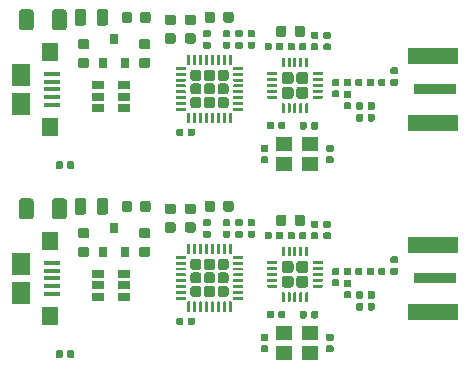
<source format=gbr>
G04 #@! TF.GenerationSoftware,KiCad,Pcbnew,(5.1.5)-3*
G04 #@! TF.CreationDate,2020-05-21T23:45:32+02:00*
G04 #@! TF.ProjectId,STRF_Panel,53545246-5f50-4616-9e65-6c2e6b696361,rev?*
G04 #@! TF.SameCoordinates,Original*
G04 #@! TF.FileFunction,Paste,Top*
G04 #@! TF.FilePolarity,Positive*
%FSLAX46Y46*%
G04 Gerber Fmt 4.6, Leading zero omitted, Abs format (unit mm)*
G04 Created by KiCad (PCBNEW (5.1.5)-3) date 2020-05-21 23:45:32*
%MOMM*%
%LPD*%
G04 APERTURE LIST*
%ADD10C,0.100000*%
%ADD11R,0.800000X0.900000*%
%ADD12R,1.400000X1.200000*%
%ADD13R,1.060000X0.650000*%
%ADD14R,1.350000X0.400000*%
%ADD15R,1.400000X1.600000*%
%ADD16R,1.600000X1.900000*%
%ADD17R,3.600000X0.900000*%
%ADD18R,4.200000X1.350000*%
G04 APERTURE END LIST*
D10*
G36*
X50536958Y-50630710D02*
G01*
X50551276Y-50632834D01*
X50565317Y-50636351D01*
X50578946Y-50641228D01*
X50592031Y-50647417D01*
X50604447Y-50654858D01*
X50616073Y-50663481D01*
X50626798Y-50673202D01*
X50636519Y-50683927D01*
X50645142Y-50695553D01*
X50652583Y-50707969D01*
X50658772Y-50721054D01*
X50663649Y-50734683D01*
X50667166Y-50748724D01*
X50669290Y-50763042D01*
X50670000Y-50777500D01*
X50670000Y-51072500D01*
X50669290Y-51086958D01*
X50667166Y-51101276D01*
X50663649Y-51115317D01*
X50658772Y-51128946D01*
X50652583Y-51142031D01*
X50645142Y-51154447D01*
X50636519Y-51166073D01*
X50626798Y-51176798D01*
X50616073Y-51186519D01*
X50604447Y-51195142D01*
X50592031Y-51202583D01*
X50578946Y-51208772D01*
X50565317Y-51213649D01*
X50551276Y-51217166D01*
X50536958Y-51219290D01*
X50522500Y-51220000D01*
X50177500Y-51220000D01*
X50163042Y-51219290D01*
X50148724Y-51217166D01*
X50134683Y-51213649D01*
X50121054Y-51208772D01*
X50107969Y-51202583D01*
X50095553Y-51195142D01*
X50083927Y-51186519D01*
X50073202Y-51176798D01*
X50063481Y-51166073D01*
X50054858Y-51154447D01*
X50047417Y-51142031D01*
X50041228Y-51128946D01*
X50036351Y-51115317D01*
X50032834Y-51101276D01*
X50030710Y-51086958D01*
X50030000Y-51072500D01*
X50030000Y-50777500D01*
X50030710Y-50763042D01*
X50032834Y-50748724D01*
X50036351Y-50734683D01*
X50041228Y-50721054D01*
X50047417Y-50707969D01*
X50054858Y-50695553D01*
X50063481Y-50683927D01*
X50073202Y-50673202D01*
X50083927Y-50663481D01*
X50095553Y-50654858D01*
X50107969Y-50647417D01*
X50121054Y-50641228D01*
X50134683Y-50636351D01*
X50148724Y-50632834D01*
X50163042Y-50630710D01*
X50177500Y-50630000D01*
X50522500Y-50630000D01*
X50536958Y-50630710D01*
G37*
G36*
X50536958Y-51600710D02*
G01*
X50551276Y-51602834D01*
X50565317Y-51606351D01*
X50578946Y-51611228D01*
X50592031Y-51617417D01*
X50604447Y-51624858D01*
X50616073Y-51633481D01*
X50626798Y-51643202D01*
X50636519Y-51653927D01*
X50645142Y-51665553D01*
X50652583Y-51677969D01*
X50658772Y-51691054D01*
X50663649Y-51704683D01*
X50667166Y-51718724D01*
X50669290Y-51733042D01*
X50670000Y-51747500D01*
X50670000Y-52042500D01*
X50669290Y-52056958D01*
X50667166Y-52071276D01*
X50663649Y-52085317D01*
X50658772Y-52098946D01*
X50652583Y-52112031D01*
X50645142Y-52124447D01*
X50636519Y-52136073D01*
X50626798Y-52146798D01*
X50616073Y-52156519D01*
X50604447Y-52165142D01*
X50592031Y-52172583D01*
X50578946Y-52178772D01*
X50565317Y-52183649D01*
X50551276Y-52187166D01*
X50536958Y-52189290D01*
X50522500Y-52190000D01*
X50177500Y-52190000D01*
X50163042Y-52189290D01*
X50148724Y-52187166D01*
X50134683Y-52183649D01*
X50121054Y-52178772D01*
X50107969Y-52172583D01*
X50095553Y-52165142D01*
X50083927Y-52156519D01*
X50073202Y-52146798D01*
X50063481Y-52136073D01*
X50054858Y-52124447D01*
X50047417Y-52112031D01*
X50041228Y-52098946D01*
X50036351Y-52085317D01*
X50032834Y-52071276D01*
X50030710Y-52056958D01*
X50030000Y-52042500D01*
X50030000Y-51747500D01*
X50030710Y-51733042D01*
X50032834Y-51718724D01*
X50036351Y-51704683D01*
X50041228Y-51691054D01*
X50047417Y-51677969D01*
X50054858Y-51665553D01*
X50063481Y-51653927D01*
X50073202Y-51643202D01*
X50083927Y-51633481D01*
X50095553Y-51624858D01*
X50107969Y-51617417D01*
X50121054Y-51611228D01*
X50134683Y-51606351D01*
X50148724Y-51602834D01*
X50163042Y-51600710D01*
X50177500Y-51600000D01*
X50522500Y-51600000D01*
X50536958Y-51600710D01*
G37*
G36*
X31902691Y-43926053D02*
G01*
X31923926Y-43929203D01*
X31944750Y-43934419D01*
X31964962Y-43941651D01*
X31984368Y-43950830D01*
X32002781Y-43961866D01*
X32020024Y-43974654D01*
X32035930Y-43989070D01*
X32050346Y-44004976D01*
X32063134Y-44022219D01*
X32074170Y-44040632D01*
X32083349Y-44060038D01*
X32090581Y-44080250D01*
X32095797Y-44101074D01*
X32098947Y-44122309D01*
X32100000Y-44143750D01*
X32100000Y-44656250D01*
X32098947Y-44677691D01*
X32095797Y-44698926D01*
X32090581Y-44719750D01*
X32083349Y-44739962D01*
X32074170Y-44759368D01*
X32063134Y-44777781D01*
X32050346Y-44795024D01*
X32035930Y-44810930D01*
X32020024Y-44825346D01*
X32002781Y-44838134D01*
X31984368Y-44849170D01*
X31964962Y-44858349D01*
X31944750Y-44865581D01*
X31923926Y-44870797D01*
X31902691Y-44873947D01*
X31881250Y-44875000D01*
X31443750Y-44875000D01*
X31422309Y-44873947D01*
X31401074Y-44870797D01*
X31380250Y-44865581D01*
X31360038Y-44858349D01*
X31340632Y-44849170D01*
X31322219Y-44838134D01*
X31304976Y-44825346D01*
X31289070Y-44810930D01*
X31274654Y-44795024D01*
X31261866Y-44777781D01*
X31250830Y-44759368D01*
X31241651Y-44739962D01*
X31234419Y-44719750D01*
X31229203Y-44698926D01*
X31226053Y-44677691D01*
X31225000Y-44656250D01*
X31225000Y-44143750D01*
X31226053Y-44122309D01*
X31229203Y-44101074D01*
X31234419Y-44080250D01*
X31241651Y-44060038D01*
X31250830Y-44040632D01*
X31261866Y-44022219D01*
X31274654Y-44004976D01*
X31289070Y-43989070D01*
X31304976Y-43974654D01*
X31322219Y-43961866D01*
X31340632Y-43950830D01*
X31360038Y-43941651D01*
X31380250Y-43934419D01*
X31401074Y-43929203D01*
X31422309Y-43926053D01*
X31443750Y-43925000D01*
X31881250Y-43925000D01*
X31902691Y-43926053D01*
G37*
G36*
X33477691Y-43926053D02*
G01*
X33498926Y-43929203D01*
X33519750Y-43934419D01*
X33539962Y-43941651D01*
X33559368Y-43950830D01*
X33577781Y-43961866D01*
X33595024Y-43974654D01*
X33610930Y-43989070D01*
X33625346Y-44004976D01*
X33638134Y-44022219D01*
X33649170Y-44040632D01*
X33658349Y-44060038D01*
X33665581Y-44080250D01*
X33670797Y-44101074D01*
X33673947Y-44122309D01*
X33675000Y-44143750D01*
X33675000Y-44656250D01*
X33673947Y-44677691D01*
X33670797Y-44698926D01*
X33665581Y-44719750D01*
X33658349Y-44739962D01*
X33649170Y-44759368D01*
X33638134Y-44777781D01*
X33625346Y-44795024D01*
X33610930Y-44810930D01*
X33595024Y-44825346D01*
X33577781Y-44838134D01*
X33559368Y-44849170D01*
X33539962Y-44858349D01*
X33519750Y-44865581D01*
X33498926Y-44870797D01*
X33477691Y-44873947D01*
X33456250Y-44875000D01*
X33018750Y-44875000D01*
X32997309Y-44873947D01*
X32976074Y-44870797D01*
X32955250Y-44865581D01*
X32935038Y-44858349D01*
X32915632Y-44849170D01*
X32897219Y-44838134D01*
X32879976Y-44825346D01*
X32864070Y-44810930D01*
X32849654Y-44795024D01*
X32836866Y-44777781D01*
X32825830Y-44759368D01*
X32816651Y-44739962D01*
X32809419Y-44719750D01*
X32804203Y-44698926D01*
X32801053Y-44677691D01*
X32800000Y-44656250D01*
X32800000Y-44143750D01*
X32801053Y-44122309D01*
X32804203Y-44101074D01*
X32809419Y-44080250D01*
X32816651Y-44060038D01*
X32825830Y-44040632D01*
X32836866Y-44022219D01*
X32849654Y-44004976D01*
X32864070Y-43989070D01*
X32879976Y-43974654D01*
X32897219Y-43961866D01*
X32915632Y-43950830D01*
X32935038Y-43941651D01*
X32955250Y-43934419D01*
X32976074Y-43929203D01*
X32997309Y-43926053D01*
X33018750Y-43925000D01*
X33456250Y-43925000D01*
X33477691Y-43926053D01*
G37*
D11*
X30600000Y-46240000D03*
X31550000Y-48240000D03*
X29650000Y-48240000D03*
D10*
G36*
X41483626Y-48580301D02*
G01*
X41489693Y-48581201D01*
X41495643Y-48582691D01*
X41501418Y-48584758D01*
X41506962Y-48587380D01*
X41512223Y-48590533D01*
X41517150Y-48594187D01*
X41521694Y-48598306D01*
X41525813Y-48602850D01*
X41529467Y-48607777D01*
X41532620Y-48613038D01*
X41535242Y-48618582D01*
X41537309Y-48624357D01*
X41538799Y-48630307D01*
X41539699Y-48636374D01*
X41540000Y-48642500D01*
X41540000Y-48767500D01*
X41539699Y-48773626D01*
X41538799Y-48779693D01*
X41537309Y-48785643D01*
X41535242Y-48791418D01*
X41532620Y-48796962D01*
X41529467Y-48802223D01*
X41525813Y-48807150D01*
X41521694Y-48811694D01*
X41517150Y-48815813D01*
X41512223Y-48819467D01*
X41506962Y-48822620D01*
X41501418Y-48825242D01*
X41495643Y-48827309D01*
X41489693Y-48828799D01*
X41483626Y-48829699D01*
X41477500Y-48830000D01*
X40727500Y-48830000D01*
X40721374Y-48829699D01*
X40715307Y-48828799D01*
X40709357Y-48827309D01*
X40703582Y-48825242D01*
X40698038Y-48822620D01*
X40692777Y-48819467D01*
X40687850Y-48815813D01*
X40683306Y-48811694D01*
X40679187Y-48807150D01*
X40675533Y-48802223D01*
X40672380Y-48796962D01*
X40669758Y-48791418D01*
X40667691Y-48785643D01*
X40666201Y-48779693D01*
X40665301Y-48773626D01*
X40665000Y-48767500D01*
X40665000Y-48642500D01*
X40665301Y-48636374D01*
X40666201Y-48630307D01*
X40667691Y-48624357D01*
X40669758Y-48618582D01*
X40672380Y-48613038D01*
X40675533Y-48607777D01*
X40679187Y-48602850D01*
X40683306Y-48598306D01*
X40687850Y-48594187D01*
X40692777Y-48590533D01*
X40698038Y-48587380D01*
X40703582Y-48584758D01*
X40709357Y-48582691D01*
X40715307Y-48581201D01*
X40721374Y-48580301D01*
X40727500Y-48580000D01*
X41477500Y-48580000D01*
X41483626Y-48580301D01*
G37*
G36*
X41483626Y-49080301D02*
G01*
X41489693Y-49081201D01*
X41495643Y-49082691D01*
X41501418Y-49084758D01*
X41506962Y-49087380D01*
X41512223Y-49090533D01*
X41517150Y-49094187D01*
X41521694Y-49098306D01*
X41525813Y-49102850D01*
X41529467Y-49107777D01*
X41532620Y-49113038D01*
X41535242Y-49118582D01*
X41537309Y-49124357D01*
X41538799Y-49130307D01*
X41539699Y-49136374D01*
X41540000Y-49142500D01*
X41540000Y-49267500D01*
X41539699Y-49273626D01*
X41538799Y-49279693D01*
X41537309Y-49285643D01*
X41535242Y-49291418D01*
X41532620Y-49296962D01*
X41529467Y-49302223D01*
X41525813Y-49307150D01*
X41521694Y-49311694D01*
X41517150Y-49315813D01*
X41512223Y-49319467D01*
X41506962Y-49322620D01*
X41501418Y-49325242D01*
X41495643Y-49327309D01*
X41489693Y-49328799D01*
X41483626Y-49329699D01*
X41477500Y-49330000D01*
X40727500Y-49330000D01*
X40721374Y-49329699D01*
X40715307Y-49328799D01*
X40709357Y-49327309D01*
X40703582Y-49325242D01*
X40698038Y-49322620D01*
X40692777Y-49319467D01*
X40687850Y-49315813D01*
X40683306Y-49311694D01*
X40679187Y-49307150D01*
X40675533Y-49302223D01*
X40672380Y-49296962D01*
X40669758Y-49291418D01*
X40667691Y-49285643D01*
X40666201Y-49279693D01*
X40665301Y-49273626D01*
X40665000Y-49267500D01*
X40665000Y-49142500D01*
X40665301Y-49136374D01*
X40666201Y-49130307D01*
X40667691Y-49124357D01*
X40669758Y-49118582D01*
X40672380Y-49113038D01*
X40675533Y-49107777D01*
X40679187Y-49102850D01*
X40683306Y-49098306D01*
X40687850Y-49094187D01*
X40692777Y-49090533D01*
X40698038Y-49087380D01*
X40703582Y-49084758D01*
X40709357Y-49082691D01*
X40715307Y-49081201D01*
X40721374Y-49080301D01*
X40727500Y-49080000D01*
X41477500Y-49080000D01*
X41483626Y-49080301D01*
G37*
G36*
X41483626Y-49580301D02*
G01*
X41489693Y-49581201D01*
X41495643Y-49582691D01*
X41501418Y-49584758D01*
X41506962Y-49587380D01*
X41512223Y-49590533D01*
X41517150Y-49594187D01*
X41521694Y-49598306D01*
X41525813Y-49602850D01*
X41529467Y-49607777D01*
X41532620Y-49613038D01*
X41535242Y-49618582D01*
X41537309Y-49624357D01*
X41538799Y-49630307D01*
X41539699Y-49636374D01*
X41540000Y-49642500D01*
X41540000Y-49767500D01*
X41539699Y-49773626D01*
X41538799Y-49779693D01*
X41537309Y-49785643D01*
X41535242Y-49791418D01*
X41532620Y-49796962D01*
X41529467Y-49802223D01*
X41525813Y-49807150D01*
X41521694Y-49811694D01*
X41517150Y-49815813D01*
X41512223Y-49819467D01*
X41506962Y-49822620D01*
X41501418Y-49825242D01*
X41495643Y-49827309D01*
X41489693Y-49828799D01*
X41483626Y-49829699D01*
X41477500Y-49830000D01*
X40727500Y-49830000D01*
X40721374Y-49829699D01*
X40715307Y-49828799D01*
X40709357Y-49827309D01*
X40703582Y-49825242D01*
X40698038Y-49822620D01*
X40692777Y-49819467D01*
X40687850Y-49815813D01*
X40683306Y-49811694D01*
X40679187Y-49807150D01*
X40675533Y-49802223D01*
X40672380Y-49796962D01*
X40669758Y-49791418D01*
X40667691Y-49785643D01*
X40666201Y-49779693D01*
X40665301Y-49773626D01*
X40665000Y-49767500D01*
X40665000Y-49642500D01*
X40665301Y-49636374D01*
X40666201Y-49630307D01*
X40667691Y-49624357D01*
X40669758Y-49618582D01*
X40672380Y-49613038D01*
X40675533Y-49607777D01*
X40679187Y-49602850D01*
X40683306Y-49598306D01*
X40687850Y-49594187D01*
X40692777Y-49590533D01*
X40698038Y-49587380D01*
X40703582Y-49584758D01*
X40709357Y-49582691D01*
X40715307Y-49581201D01*
X40721374Y-49580301D01*
X40727500Y-49580000D01*
X41477500Y-49580000D01*
X41483626Y-49580301D01*
G37*
G36*
X41483626Y-50080301D02*
G01*
X41489693Y-50081201D01*
X41495643Y-50082691D01*
X41501418Y-50084758D01*
X41506962Y-50087380D01*
X41512223Y-50090533D01*
X41517150Y-50094187D01*
X41521694Y-50098306D01*
X41525813Y-50102850D01*
X41529467Y-50107777D01*
X41532620Y-50113038D01*
X41535242Y-50118582D01*
X41537309Y-50124357D01*
X41538799Y-50130307D01*
X41539699Y-50136374D01*
X41540000Y-50142500D01*
X41540000Y-50267500D01*
X41539699Y-50273626D01*
X41538799Y-50279693D01*
X41537309Y-50285643D01*
X41535242Y-50291418D01*
X41532620Y-50296962D01*
X41529467Y-50302223D01*
X41525813Y-50307150D01*
X41521694Y-50311694D01*
X41517150Y-50315813D01*
X41512223Y-50319467D01*
X41506962Y-50322620D01*
X41501418Y-50325242D01*
X41495643Y-50327309D01*
X41489693Y-50328799D01*
X41483626Y-50329699D01*
X41477500Y-50330000D01*
X40727500Y-50330000D01*
X40721374Y-50329699D01*
X40715307Y-50328799D01*
X40709357Y-50327309D01*
X40703582Y-50325242D01*
X40698038Y-50322620D01*
X40692777Y-50319467D01*
X40687850Y-50315813D01*
X40683306Y-50311694D01*
X40679187Y-50307150D01*
X40675533Y-50302223D01*
X40672380Y-50296962D01*
X40669758Y-50291418D01*
X40667691Y-50285643D01*
X40666201Y-50279693D01*
X40665301Y-50273626D01*
X40665000Y-50267500D01*
X40665000Y-50142500D01*
X40665301Y-50136374D01*
X40666201Y-50130307D01*
X40667691Y-50124357D01*
X40669758Y-50118582D01*
X40672380Y-50113038D01*
X40675533Y-50107777D01*
X40679187Y-50102850D01*
X40683306Y-50098306D01*
X40687850Y-50094187D01*
X40692777Y-50090533D01*
X40698038Y-50087380D01*
X40703582Y-50084758D01*
X40709357Y-50082691D01*
X40715307Y-50081201D01*
X40721374Y-50080301D01*
X40727500Y-50080000D01*
X41477500Y-50080000D01*
X41483626Y-50080301D01*
G37*
G36*
X41483626Y-50580301D02*
G01*
X41489693Y-50581201D01*
X41495643Y-50582691D01*
X41501418Y-50584758D01*
X41506962Y-50587380D01*
X41512223Y-50590533D01*
X41517150Y-50594187D01*
X41521694Y-50598306D01*
X41525813Y-50602850D01*
X41529467Y-50607777D01*
X41532620Y-50613038D01*
X41535242Y-50618582D01*
X41537309Y-50624357D01*
X41538799Y-50630307D01*
X41539699Y-50636374D01*
X41540000Y-50642500D01*
X41540000Y-50767500D01*
X41539699Y-50773626D01*
X41538799Y-50779693D01*
X41537309Y-50785643D01*
X41535242Y-50791418D01*
X41532620Y-50796962D01*
X41529467Y-50802223D01*
X41525813Y-50807150D01*
X41521694Y-50811694D01*
X41517150Y-50815813D01*
X41512223Y-50819467D01*
X41506962Y-50822620D01*
X41501418Y-50825242D01*
X41495643Y-50827309D01*
X41489693Y-50828799D01*
X41483626Y-50829699D01*
X41477500Y-50830000D01*
X40727500Y-50830000D01*
X40721374Y-50829699D01*
X40715307Y-50828799D01*
X40709357Y-50827309D01*
X40703582Y-50825242D01*
X40698038Y-50822620D01*
X40692777Y-50819467D01*
X40687850Y-50815813D01*
X40683306Y-50811694D01*
X40679187Y-50807150D01*
X40675533Y-50802223D01*
X40672380Y-50796962D01*
X40669758Y-50791418D01*
X40667691Y-50785643D01*
X40666201Y-50779693D01*
X40665301Y-50773626D01*
X40665000Y-50767500D01*
X40665000Y-50642500D01*
X40665301Y-50636374D01*
X40666201Y-50630307D01*
X40667691Y-50624357D01*
X40669758Y-50618582D01*
X40672380Y-50613038D01*
X40675533Y-50607777D01*
X40679187Y-50602850D01*
X40683306Y-50598306D01*
X40687850Y-50594187D01*
X40692777Y-50590533D01*
X40698038Y-50587380D01*
X40703582Y-50584758D01*
X40709357Y-50582691D01*
X40715307Y-50581201D01*
X40721374Y-50580301D01*
X40727500Y-50580000D01*
X41477500Y-50580000D01*
X41483626Y-50580301D01*
G37*
G36*
X41483626Y-51080301D02*
G01*
X41489693Y-51081201D01*
X41495643Y-51082691D01*
X41501418Y-51084758D01*
X41506962Y-51087380D01*
X41512223Y-51090533D01*
X41517150Y-51094187D01*
X41521694Y-51098306D01*
X41525813Y-51102850D01*
X41529467Y-51107777D01*
X41532620Y-51113038D01*
X41535242Y-51118582D01*
X41537309Y-51124357D01*
X41538799Y-51130307D01*
X41539699Y-51136374D01*
X41540000Y-51142500D01*
X41540000Y-51267500D01*
X41539699Y-51273626D01*
X41538799Y-51279693D01*
X41537309Y-51285643D01*
X41535242Y-51291418D01*
X41532620Y-51296962D01*
X41529467Y-51302223D01*
X41525813Y-51307150D01*
X41521694Y-51311694D01*
X41517150Y-51315813D01*
X41512223Y-51319467D01*
X41506962Y-51322620D01*
X41501418Y-51325242D01*
X41495643Y-51327309D01*
X41489693Y-51328799D01*
X41483626Y-51329699D01*
X41477500Y-51330000D01*
X40727500Y-51330000D01*
X40721374Y-51329699D01*
X40715307Y-51328799D01*
X40709357Y-51327309D01*
X40703582Y-51325242D01*
X40698038Y-51322620D01*
X40692777Y-51319467D01*
X40687850Y-51315813D01*
X40683306Y-51311694D01*
X40679187Y-51307150D01*
X40675533Y-51302223D01*
X40672380Y-51296962D01*
X40669758Y-51291418D01*
X40667691Y-51285643D01*
X40666201Y-51279693D01*
X40665301Y-51273626D01*
X40665000Y-51267500D01*
X40665000Y-51142500D01*
X40665301Y-51136374D01*
X40666201Y-51130307D01*
X40667691Y-51124357D01*
X40669758Y-51118582D01*
X40672380Y-51113038D01*
X40675533Y-51107777D01*
X40679187Y-51102850D01*
X40683306Y-51098306D01*
X40687850Y-51094187D01*
X40692777Y-51090533D01*
X40698038Y-51087380D01*
X40703582Y-51084758D01*
X40709357Y-51082691D01*
X40715307Y-51081201D01*
X40721374Y-51080301D01*
X40727500Y-51080000D01*
X41477500Y-51080000D01*
X41483626Y-51080301D01*
G37*
G36*
X41483626Y-51580301D02*
G01*
X41489693Y-51581201D01*
X41495643Y-51582691D01*
X41501418Y-51584758D01*
X41506962Y-51587380D01*
X41512223Y-51590533D01*
X41517150Y-51594187D01*
X41521694Y-51598306D01*
X41525813Y-51602850D01*
X41529467Y-51607777D01*
X41532620Y-51613038D01*
X41535242Y-51618582D01*
X41537309Y-51624357D01*
X41538799Y-51630307D01*
X41539699Y-51636374D01*
X41540000Y-51642500D01*
X41540000Y-51767500D01*
X41539699Y-51773626D01*
X41538799Y-51779693D01*
X41537309Y-51785643D01*
X41535242Y-51791418D01*
X41532620Y-51796962D01*
X41529467Y-51802223D01*
X41525813Y-51807150D01*
X41521694Y-51811694D01*
X41517150Y-51815813D01*
X41512223Y-51819467D01*
X41506962Y-51822620D01*
X41501418Y-51825242D01*
X41495643Y-51827309D01*
X41489693Y-51828799D01*
X41483626Y-51829699D01*
X41477500Y-51830000D01*
X40727500Y-51830000D01*
X40721374Y-51829699D01*
X40715307Y-51828799D01*
X40709357Y-51827309D01*
X40703582Y-51825242D01*
X40698038Y-51822620D01*
X40692777Y-51819467D01*
X40687850Y-51815813D01*
X40683306Y-51811694D01*
X40679187Y-51807150D01*
X40675533Y-51802223D01*
X40672380Y-51796962D01*
X40669758Y-51791418D01*
X40667691Y-51785643D01*
X40666201Y-51779693D01*
X40665301Y-51773626D01*
X40665000Y-51767500D01*
X40665000Y-51642500D01*
X40665301Y-51636374D01*
X40666201Y-51630307D01*
X40667691Y-51624357D01*
X40669758Y-51618582D01*
X40672380Y-51613038D01*
X40675533Y-51607777D01*
X40679187Y-51602850D01*
X40683306Y-51598306D01*
X40687850Y-51594187D01*
X40692777Y-51590533D01*
X40698038Y-51587380D01*
X40703582Y-51584758D01*
X40709357Y-51582691D01*
X40715307Y-51581201D01*
X40721374Y-51580301D01*
X40727500Y-51580000D01*
X41477500Y-51580000D01*
X41483626Y-51580301D01*
G37*
G36*
X41483626Y-52080301D02*
G01*
X41489693Y-52081201D01*
X41495643Y-52082691D01*
X41501418Y-52084758D01*
X41506962Y-52087380D01*
X41512223Y-52090533D01*
X41517150Y-52094187D01*
X41521694Y-52098306D01*
X41525813Y-52102850D01*
X41529467Y-52107777D01*
X41532620Y-52113038D01*
X41535242Y-52118582D01*
X41537309Y-52124357D01*
X41538799Y-52130307D01*
X41539699Y-52136374D01*
X41540000Y-52142500D01*
X41540000Y-52267500D01*
X41539699Y-52273626D01*
X41538799Y-52279693D01*
X41537309Y-52285643D01*
X41535242Y-52291418D01*
X41532620Y-52296962D01*
X41529467Y-52302223D01*
X41525813Y-52307150D01*
X41521694Y-52311694D01*
X41517150Y-52315813D01*
X41512223Y-52319467D01*
X41506962Y-52322620D01*
X41501418Y-52325242D01*
X41495643Y-52327309D01*
X41489693Y-52328799D01*
X41483626Y-52329699D01*
X41477500Y-52330000D01*
X40727500Y-52330000D01*
X40721374Y-52329699D01*
X40715307Y-52328799D01*
X40709357Y-52327309D01*
X40703582Y-52325242D01*
X40698038Y-52322620D01*
X40692777Y-52319467D01*
X40687850Y-52315813D01*
X40683306Y-52311694D01*
X40679187Y-52307150D01*
X40675533Y-52302223D01*
X40672380Y-52296962D01*
X40669758Y-52291418D01*
X40667691Y-52285643D01*
X40666201Y-52279693D01*
X40665301Y-52273626D01*
X40665000Y-52267500D01*
X40665000Y-52142500D01*
X40665301Y-52136374D01*
X40666201Y-52130307D01*
X40667691Y-52124357D01*
X40669758Y-52118582D01*
X40672380Y-52113038D01*
X40675533Y-52107777D01*
X40679187Y-52102850D01*
X40683306Y-52098306D01*
X40687850Y-52094187D01*
X40692777Y-52090533D01*
X40698038Y-52087380D01*
X40703582Y-52084758D01*
X40709357Y-52082691D01*
X40715307Y-52081201D01*
X40721374Y-52080301D01*
X40727500Y-52080000D01*
X41477500Y-52080000D01*
X41483626Y-52080301D01*
G37*
G36*
X40483626Y-52455301D02*
G01*
X40489693Y-52456201D01*
X40495643Y-52457691D01*
X40501418Y-52459758D01*
X40506962Y-52462380D01*
X40512223Y-52465533D01*
X40517150Y-52469187D01*
X40521694Y-52473306D01*
X40525813Y-52477850D01*
X40529467Y-52482777D01*
X40532620Y-52488038D01*
X40535242Y-52493582D01*
X40537309Y-52499357D01*
X40538799Y-52505307D01*
X40539699Y-52511374D01*
X40540000Y-52517500D01*
X40540000Y-53267500D01*
X40539699Y-53273626D01*
X40538799Y-53279693D01*
X40537309Y-53285643D01*
X40535242Y-53291418D01*
X40532620Y-53296962D01*
X40529467Y-53302223D01*
X40525813Y-53307150D01*
X40521694Y-53311694D01*
X40517150Y-53315813D01*
X40512223Y-53319467D01*
X40506962Y-53322620D01*
X40501418Y-53325242D01*
X40495643Y-53327309D01*
X40489693Y-53328799D01*
X40483626Y-53329699D01*
X40477500Y-53330000D01*
X40352500Y-53330000D01*
X40346374Y-53329699D01*
X40340307Y-53328799D01*
X40334357Y-53327309D01*
X40328582Y-53325242D01*
X40323038Y-53322620D01*
X40317777Y-53319467D01*
X40312850Y-53315813D01*
X40308306Y-53311694D01*
X40304187Y-53307150D01*
X40300533Y-53302223D01*
X40297380Y-53296962D01*
X40294758Y-53291418D01*
X40292691Y-53285643D01*
X40291201Y-53279693D01*
X40290301Y-53273626D01*
X40290000Y-53267500D01*
X40290000Y-52517500D01*
X40290301Y-52511374D01*
X40291201Y-52505307D01*
X40292691Y-52499357D01*
X40294758Y-52493582D01*
X40297380Y-52488038D01*
X40300533Y-52482777D01*
X40304187Y-52477850D01*
X40308306Y-52473306D01*
X40312850Y-52469187D01*
X40317777Y-52465533D01*
X40323038Y-52462380D01*
X40328582Y-52459758D01*
X40334357Y-52457691D01*
X40340307Y-52456201D01*
X40346374Y-52455301D01*
X40352500Y-52455000D01*
X40477500Y-52455000D01*
X40483626Y-52455301D01*
G37*
G36*
X39983626Y-52455301D02*
G01*
X39989693Y-52456201D01*
X39995643Y-52457691D01*
X40001418Y-52459758D01*
X40006962Y-52462380D01*
X40012223Y-52465533D01*
X40017150Y-52469187D01*
X40021694Y-52473306D01*
X40025813Y-52477850D01*
X40029467Y-52482777D01*
X40032620Y-52488038D01*
X40035242Y-52493582D01*
X40037309Y-52499357D01*
X40038799Y-52505307D01*
X40039699Y-52511374D01*
X40040000Y-52517500D01*
X40040000Y-53267500D01*
X40039699Y-53273626D01*
X40038799Y-53279693D01*
X40037309Y-53285643D01*
X40035242Y-53291418D01*
X40032620Y-53296962D01*
X40029467Y-53302223D01*
X40025813Y-53307150D01*
X40021694Y-53311694D01*
X40017150Y-53315813D01*
X40012223Y-53319467D01*
X40006962Y-53322620D01*
X40001418Y-53325242D01*
X39995643Y-53327309D01*
X39989693Y-53328799D01*
X39983626Y-53329699D01*
X39977500Y-53330000D01*
X39852500Y-53330000D01*
X39846374Y-53329699D01*
X39840307Y-53328799D01*
X39834357Y-53327309D01*
X39828582Y-53325242D01*
X39823038Y-53322620D01*
X39817777Y-53319467D01*
X39812850Y-53315813D01*
X39808306Y-53311694D01*
X39804187Y-53307150D01*
X39800533Y-53302223D01*
X39797380Y-53296962D01*
X39794758Y-53291418D01*
X39792691Y-53285643D01*
X39791201Y-53279693D01*
X39790301Y-53273626D01*
X39790000Y-53267500D01*
X39790000Y-52517500D01*
X39790301Y-52511374D01*
X39791201Y-52505307D01*
X39792691Y-52499357D01*
X39794758Y-52493582D01*
X39797380Y-52488038D01*
X39800533Y-52482777D01*
X39804187Y-52477850D01*
X39808306Y-52473306D01*
X39812850Y-52469187D01*
X39817777Y-52465533D01*
X39823038Y-52462380D01*
X39828582Y-52459758D01*
X39834357Y-52457691D01*
X39840307Y-52456201D01*
X39846374Y-52455301D01*
X39852500Y-52455000D01*
X39977500Y-52455000D01*
X39983626Y-52455301D01*
G37*
G36*
X39483626Y-52455301D02*
G01*
X39489693Y-52456201D01*
X39495643Y-52457691D01*
X39501418Y-52459758D01*
X39506962Y-52462380D01*
X39512223Y-52465533D01*
X39517150Y-52469187D01*
X39521694Y-52473306D01*
X39525813Y-52477850D01*
X39529467Y-52482777D01*
X39532620Y-52488038D01*
X39535242Y-52493582D01*
X39537309Y-52499357D01*
X39538799Y-52505307D01*
X39539699Y-52511374D01*
X39540000Y-52517500D01*
X39540000Y-53267500D01*
X39539699Y-53273626D01*
X39538799Y-53279693D01*
X39537309Y-53285643D01*
X39535242Y-53291418D01*
X39532620Y-53296962D01*
X39529467Y-53302223D01*
X39525813Y-53307150D01*
X39521694Y-53311694D01*
X39517150Y-53315813D01*
X39512223Y-53319467D01*
X39506962Y-53322620D01*
X39501418Y-53325242D01*
X39495643Y-53327309D01*
X39489693Y-53328799D01*
X39483626Y-53329699D01*
X39477500Y-53330000D01*
X39352500Y-53330000D01*
X39346374Y-53329699D01*
X39340307Y-53328799D01*
X39334357Y-53327309D01*
X39328582Y-53325242D01*
X39323038Y-53322620D01*
X39317777Y-53319467D01*
X39312850Y-53315813D01*
X39308306Y-53311694D01*
X39304187Y-53307150D01*
X39300533Y-53302223D01*
X39297380Y-53296962D01*
X39294758Y-53291418D01*
X39292691Y-53285643D01*
X39291201Y-53279693D01*
X39290301Y-53273626D01*
X39290000Y-53267500D01*
X39290000Y-52517500D01*
X39290301Y-52511374D01*
X39291201Y-52505307D01*
X39292691Y-52499357D01*
X39294758Y-52493582D01*
X39297380Y-52488038D01*
X39300533Y-52482777D01*
X39304187Y-52477850D01*
X39308306Y-52473306D01*
X39312850Y-52469187D01*
X39317777Y-52465533D01*
X39323038Y-52462380D01*
X39328582Y-52459758D01*
X39334357Y-52457691D01*
X39340307Y-52456201D01*
X39346374Y-52455301D01*
X39352500Y-52455000D01*
X39477500Y-52455000D01*
X39483626Y-52455301D01*
G37*
G36*
X38983626Y-52455301D02*
G01*
X38989693Y-52456201D01*
X38995643Y-52457691D01*
X39001418Y-52459758D01*
X39006962Y-52462380D01*
X39012223Y-52465533D01*
X39017150Y-52469187D01*
X39021694Y-52473306D01*
X39025813Y-52477850D01*
X39029467Y-52482777D01*
X39032620Y-52488038D01*
X39035242Y-52493582D01*
X39037309Y-52499357D01*
X39038799Y-52505307D01*
X39039699Y-52511374D01*
X39040000Y-52517500D01*
X39040000Y-53267500D01*
X39039699Y-53273626D01*
X39038799Y-53279693D01*
X39037309Y-53285643D01*
X39035242Y-53291418D01*
X39032620Y-53296962D01*
X39029467Y-53302223D01*
X39025813Y-53307150D01*
X39021694Y-53311694D01*
X39017150Y-53315813D01*
X39012223Y-53319467D01*
X39006962Y-53322620D01*
X39001418Y-53325242D01*
X38995643Y-53327309D01*
X38989693Y-53328799D01*
X38983626Y-53329699D01*
X38977500Y-53330000D01*
X38852500Y-53330000D01*
X38846374Y-53329699D01*
X38840307Y-53328799D01*
X38834357Y-53327309D01*
X38828582Y-53325242D01*
X38823038Y-53322620D01*
X38817777Y-53319467D01*
X38812850Y-53315813D01*
X38808306Y-53311694D01*
X38804187Y-53307150D01*
X38800533Y-53302223D01*
X38797380Y-53296962D01*
X38794758Y-53291418D01*
X38792691Y-53285643D01*
X38791201Y-53279693D01*
X38790301Y-53273626D01*
X38790000Y-53267500D01*
X38790000Y-52517500D01*
X38790301Y-52511374D01*
X38791201Y-52505307D01*
X38792691Y-52499357D01*
X38794758Y-52493582D01*
X38797380Y-52488038D01*
X38800533Y-52482777D01*
X38804187Y-52477850D01*
X38808306Y-52473306D01*
X38812850Y-52469187D01*
X38817777Y-52465533D01*
X38823038Y-52462380D01*
X38828582Y-52459758D01*
X38834357Y-52457691D01*
X38840307Y-52456201D01*
X38846374Y-52455301D01*
X38852500Y-52455000D01*
X38977500Y-52455000D01*
X38983626Y-52455301D01*
G37*
G36*
X38483626Y-52455301D02*
G01*
X38489693Y-52456201D01*
X38495643Y-52457691D01*
X38501418Y-52459758D01*
X38506962Y-52462380D01*
X38512223Y-52465533D01*
X38517150Y-52469187D01*
X38521694Y-52473306D01*
X38525813Y-52477850D01*
X38529467Y-52482777D01*
X38532620Y-52488038D01*
X38535242Y-52493582D01*
X38537309Y-52499357D01*
X38538799Y-52505307D01*
X38539699Y-52511374D01*
X38540000Y-52517500D01*
X38540000Y-53267500D01*
X38539699Y-53273626D01*
X38538799Y-53279693D01*
X38537309Y-53285643D01*
X38535242Y-53291418D01*
X38532620Y-53296962D01*
X38529467Y-53302223D01*
X38525813Y-53307150D01*
X38521694Y-53311694D01*
X38517150Y-53315813D01*
X38512223Y-53319467D01*
X38506962Y-53322620D01*
X38501418Y-53325242D01*
X38495643Y-53327309D01*
X38489693Y-53328799D01*
X38483626Y-53329699D01*
X38477500Y-53330000D01*
X38352500Y-53330000D01*
X38346374Y-53329699D01*
X38340307Y-53328799D01*
X38334357Y-53327309D01*
X38328582Y-53325242D01*
X38323038Y-53322620D01*
X38317777Y-53319467D01*
X38312850Y-53315813D01*
X38308306Y-53311694D01*
X38304187Y-53307150D01*
X38300533Y-53302223D01*
X38297380Y-53296962D01*
X38294758Y-53291418D01*
X38292691Y-53285643D01*
X38291201Y-53279693D01*
X38290301Y-53273626D01*
X38290000Y-53267500D01*
X38290000Y-52517500D01*
X38290301Y-52511374D01*
X38291201Y-52505307D01*
X38292691Y-52499357D01*
X38294758Y-52493582D01*
X38297380Y-52488038D01*
X38300533Y-52482777D01*
X38304187Y-52477850D01*
X38308306Y-52473306D01*
X38312850Y-52469187D01*
X38317777Y-52465533D01*
X38323038Y-52462380D01*
X38328582Y-52459758D01*
X38334357Y-52457691D01*
X38340307Y-52456201D01*
X38346374Y-52455301D01*
X38352500Y-52455000D01*
X38477500Y-52455000D01*
X38483626Y-52455301D01*
G37*
G36*
X37983626Y-52455301D02*
G01*
X37989693Y-52456201D01*
X37995643Y-52457691D01*
X38001418Y-52459758D01*
X38006962Y-52462380D01*
X38012223Y-52465533D01*
X38017150Y-52469187D01*
X38021694Y-52473306D01*
X38025813Y-52477850D01*
X38029467Y-52482777D01*
X38032620Y-52488038D01*
X38035242Y-52493582D01*
X38037309Y-52499357D01*
X38038799Y-52505307D01*
X38039699Y-52511374D01*
X38040000Y-52517500D01*
X38040000Y-53267500D01*
X38039699Y-53273626D01*
X38038799Y-53279693D01*
X38037309Y-53285643D01*
X38035242Y-53291418D01*
X38032620Y-53296962D01*
X38029467Y-53302223D01*
X38025813Y-53307150D01*
X38021694Y-53311694D01*
X38017150Y-53315813D01*
X38012223Y-53319467D01*
X38006962Y-53322620D01*
X38001418Y-53325242D01*
X37995643Y-53327309D01*
X37989693Y-53328799D01*
X37983626Y-53329699D01*
X37977500Y-53330000D01*
X37852500Y-53330000D01*
X37846374Y-53329699D01*
X37840307Y-53328799D01*
X37834357Y-53327309D01*
X37828582Y-53325242D01*
X37823038Y-53322620D01*
X37817777Y-53319467D01*
X37812850Y-53315813D01*
X37808306Y-53311694D01*
X37804187Y-53307150D01*
X37800533Y-53302223D01*
X37797380Y-53296962D01*
X37794758Y-53291418D01*
X37792691Y-53285643D01*
X37791201Y-53279693D01*
X37790301Y-53273626D01*
X37790000Y-53267500D01*
X37790000Y-52517500D01*
X37790301Y-52511374D01*
X37791201Y-52505307D01*
X37792691Y-52499357D01*
X37794758Y-52493582D01*
X37797380Y-52488038D01*
X37800533Y-52482777D01*
X37804187Y-52477850D01*
X37808306Y-52473306D01*
X37812850Y-52469187D01*
X37817777Y-52465533D01*
X37823038Y-52462380D01*
X37828582Y-52459758D01*
X37834357Y-52457691D01*
X37840307Y-52456201D01*
X37846374Y-52455301D01*
X37852500Y-52455000D01*
X37977500Y-52455000D01*
X37983626Y-52455301D01*
G37*
G36*
X37483626Y-52455301D02*
G01*
X37489693Y-52456201D01*
X37495643Y-52457691D01*
X37501418Y-52459758D01*
X37506962Y-52462380D01*
X37512223Y-52465533D01*
X37517150Y-52469187D01*
X37521694Y-52473306D01*
X37525813Y-52477850D01*
X37529467Y-52482777D01*
X37532620Y-52488038D01*
X37535242Y-52493582D01*
X37537309Y-52499357D01*
X37538799Y-52505307D01*
X37539699Y-52511374D01*
X37540000Y-52517500D01*
X37540000Y-53267500D01*
X37539699Y-53273626D01*
X37538799Y-53279693D01*
X37537309Y-53285643D01*
X37535242Y-53291418D01*
X37532620Y-53296962D01*
X37529467Y-53302223D01*
X37525813Y-53307150D01*
X37521694Y-53311694D01*
X37517150Y-53315813D01*
X37512223Y-53319467D01*
X37506962Y-53322620D01*
X37501418Y-53325242D01*
X37495643Y-53327309D01*
X37489693Y-53328799D01*
X37483626Y-53329699D01*
X37477500Y-53330000D01*
X37352500Y-53330000D01*
X37346374Y-53329699D01*
X37340307Y-53328799D01*
X37334357Y-53327309D01*
X37328582Y-53325242D01*
X37323038Y-53322620D01*
X37317777Y-53319467D01*
X37312850Y-53315813D01*
X37308306Y-53311694D01*
X37304187Y-53307150D01*
X37300533Y-53302223D01*
X37297380Y-53296962D01*
X37294758Y-53291418D01*
X37292691Y-53285643D01*
X37291201Y-53279693D01*
X37290301Y-53273626D01*
X37290000Y-53267500D01*
X37290000Y-52517500D01*
X37290301Y-52511374D01*
X37291201Y-52505307D01*
X37292691Y-52499357D01*
X37294758Y-52493582D01*
X37297380Y-52488038D01*
X37300533Y-52482777D01*
X37304187Y-52477850D01*
X37308306Y-52473306D01*
X37312850Y-52469187D01*
X37317777Y-52465533D01*
X37323038Y-52462380D01*
X37328582Y-52459758D01*
X37334357Y-52457691D01*
X37340307Y-52456201D01*
X37346374Y-52455301D01*
X37352500Y-52455000D01*
X37477500Y-52455000D01*
X37483626Y-52455301D01*
G37*
G36*
X36983626Y-52455301D02*
G01*
X36989693Y-52456201D01*
X36995643Y-52457691D01*
X37001418Y-52459758D01*
X37006962Y-52462380D01*
X37012223Y-52465533D01*
X37017150Y-52469187D01*
X37021694Y-52473306D01*
X37025813Y-52477850D01*
X37029467Y-52482777D01*
X37032620Y-52488038D01*
X37035242Y-52493582D01*
X37037309Y-52499357D01*
X37038799Y-52505307D01*
X37039699Y-52511374D01*
X37040000Y-52517500D01*
X37040000Y-53267500D01*
X37039699Y-53273626D01*
X37038799Y-53279693D01*
X37037309Y-53285643D01*
X37035242Y-53291418D01*
X37032620Y-53296962D01*
X37029467Y-53302223D01*
X37025813Y-53307150D01*
X37021694Y-53311694D01*
X37017150Y-53315813D01*
X37012223Y-53319467D01*
X37006962Y-53322620D01*
X37001418Y-53325242D01*
X36995643Y-53327309D01*
X36989693Y-53328799D01*
X36983626Y-53329699D01*
X36977500Y-53330000D01*
X36852500Y-53330000D01*
X36846374Y-53329699D01*
X36840307Y-53328799D01*
X36834357Y-53327309D01*
X36828582Y-53325242D01*
X36823038Y-53322620D01*
X36817777Y-53319467D01*
X36812850Y-53315813D01*
X36808306Y-53311694D01*
X36804187Y-53307150D01*
X36800533Y-53302223D01*
X36797380Y-53296962D01*
X36794758Y-53291418D01*
X36792691Y-53285643D01*
X36791201Y-53279693D01*
X36790301Y-53273626D01*
X36790000Y-53267500D01*
X36790000Y-52517500D01*
X36790301Y-52511374D01*
X36791201Y-52505307D01*
X36792691Y-52499357D01*
X36794758Y-52493582D01*
X36797380Y-52488038D01*
X36800533Y-52482777D01*
X36804187Y-52477850D01*
X36808306Y-52473306D01*
X36812850Y-52469187D01*
X36817777Y-52465533D01*
X36823038Y-52462380D01*
X36828582Y-52459758D01*
X36834357Y-52457691D01*
X36840307Y-52456201D01*
X36846374Y-52455301D01*
X36852500Y-52455000D01*
X36977500Y-52455000D01*
X36983626Y-52455301D01*
G37*
G36*
X36608626Y-52080301D02*
G01*
X36614693Y-52081201D01*
X36620643Y-52082691D01*
X36626418Y-52084758D01*
X36631962Y-52087380D01*
X36637223Y-52090533D01*
X36642150Y-52094187D01*
X36646694Y-52098306D01*
X36650813Y-52102850D01*
X36654467Y-52107777D01*
X36657620Y-52113038D01*
X36660242Y-52118582D01*
X36662309Y-52124357D01*
X36663799Y-52130307D01*
X36664699Y-52136374D01*
X36665000Y-52142500D01*
X36665000Y-52267500D01*
X36664699Y-52273626D01*
X36663799Y-52279693D01*
X36662309Y-52285643D01*
X36660242Y-52291418D01*
X36657620Y-52296962D01*
X36654467Y-52302223D01*
X36650813Y-52307150D01*
X36646694Y-52311694D01*
X36642150Y-52315813D01*
X36637223Y-52319467D01*
X36631962Y-52322620D01*
X36626418Y-52325242D01*
X36620643Y-52327309D01*
X36614693Y-52328799D01*
X36608626Y-52329699D01*
X36602500Y-52330000D01*
X35852500Y-52330000D01*
X35846374Y-52329699D01*
X35840307Y-52328799D01*
X35834357Y-52327309D01*
X35828582Y-52325242D01*
X35823038Y-52322620D01*
X35817777Y-52319467D01*
X35812850Y-52315813D01*
X35808306Y-52311694D01*
X35804187Y-52307150D01*
X35800533Y-52302223D01*
X35797380Y-52296962D01*
X35794758Y-52291418D01*
X35792691Y-52285643D01*
X35791201Y-52279693D01*
X35790301Y-52273626D01*
X35790000Y-52267500D01*
X35790000Y-52142500D01*
X35790301Y-52136374D01*
X35791201Y-52130307D01*
X35792691Y-52124357D01*
X35794758Y-52118582D01*
X35797380Y-52113038D01*
X35800533Y-52107777D01*
X35804187Y-52102850D01*
X35808306Y-52098306D01*
X35812850Y-52094187D01*
X35817777Y-52090533D01*
X35823038Y-52087380D01*
X35828582Y-52084758D01*
X35834357Y-52082691D01*
X35840307Y-52081201D01*
X35846374Y-52080301D01*
X35852500Y-52080000D01*
X36602500Y-52080000D01*
X36608626Y-52080301D01*
G37*
G36*
X36608626Y-51580301D02*
G01*
X36614693Y-51581201D01*
X36620643Y-51582691D01*
X36626418Y-51584758D01*
X36631962Y-51587380D01*
X36637223Y-51590533D01*
X36642150Y-51594187D01*
X36646694Y-51598306D01*
X36650813Y-51602850D01*
X36654467Y-51607777D01*
X36657620Y-51613038D01*
X36660242Y-51618582D01*
X36662309Y-51624357D01*
X36663799Y-51630307D01*
X36664699Y-51636374D01*
X36665000Y-51642500D01*
X36665000Y-51767500D01*
X36664699Y-51773626D01*
X36663799Y-51779693D01*
X36662309Y-51785643D01*
X36660242Y-51791418D01*
X36657620Y-51796962D01*
X36654467Y-51802223D01*
X36650813Y-51807150D01*
X36646694Y-51811694D01*
X36642150Y-51815813D01*
X36637223Y-51819467D01*
X36631962Y-51822620D01*
X36626418Y-51825242D01*
X36620643Y-51827309D01*
X36614693Y-51828799D01*
X36608626Y-51829699D01*
X36602500Y-51830000D01*
X35852500Y-51830000D01*
X35846374Y-51829699D01*
X35840307Y-51828799D01*
X35834357Y-51827309D01*
X35828582Y-51825242D01*
X35823038Y-51822620D01*
X35817777Y-51819467D01*
X35812850Y-51815813D01*
X35808306Y-51811694D01*
X35804187Y-51807150D01*
X35800533Y-51802223D01*
X35797380Y-51796962D01*
X35794758Y-51791418D01*
X35792691Y-51785643D01*
X35791201Y-51779693D01*
X35790301Y-51773626D01*
X35790000Y-51767500D01*
X35790000Y-51642500D01*
X35790301Y-51636374D01*
X35791201Y-51630307D01*
X35792691Y-51624357D01*
X35794758Y-51618582D01*
X35797380Y-51613038D01*
X35800533Y-51607777D01*
X35804187Y-51602850D01*
X35808306Y-51598306D01*
X35812850Y-51594187D01*
X35817777Y-51590533D01*
X35823038Y-51587380D01*
X35828582Y-51584758D01*
X35834357Y-51582691D01*
X35840307Y-51581201D01*
X35846374Y-51580301D01*
X35852500Y-51580000D01*
X36602500Y-51580000D01*
X36608626Y-51580301D01*
G37*
G36*
X36608626Y-51080301D02*
G01*
X36614693Y-51081201D01*
X36620643Y-51082691D01*
X36626418Y-51084758D01*
X36631962Y-51087380D01*
X36637223Y-51090533D01*
X36642150Y-51094187D01*
X36646694Y-51098306D01*
X36650813Y-51102850D01*
X36654467Y-51107777D01*
X36657620Y-51113038D01*
X36660242Y-51118582D01*
X36662309Y-51124357D01*
X36663799Y-51130307D01*
X36664699Y-51136374D01*
X36665000Y-51142500D01*
X36665000Y-51267500D01*
X36664699Y-51273626D01*
X36663799Y-51279693D01*
X36662309Y-51285643D01*
X36660242Y-51291418D01*
X36657620Y-51296962D01*
X36654467Y-51302223D01*
X36650813Y-51307150D01*
X36646694Y-51311694D01*
X36642150Y-51315813D01*
X36637223Y-51319467D01*
X36631962Y-51322620D01*
X36626418Y-51325242D01*
X36620643Y-51327309D01*
X36614693Y-51328799D01*
X36608626Y-51329699D01*
X36602500Y-51330000D01*
X35852500Y-51330000D01*
X35846374Y-51329699D01*
X35840307Y-51328799D01*
X35834357Y-51327309D01*
X35828582Y-51325242D01*
X35823038Y-51322620D01*
X35817777Y-51319467D01*
X35812850Y-51315813D01*
X35808306Y-51311694D01*
X35804187Y-51307150D01*
X35800533Y-51302223D01*
X35797380Y-51296962D01*
X35794758Y-51291418D01*
X35792691Y-51285643D01*
X35791201Y-51279693D01*
X35790301Y-51273626D01*
X35790000Y-51267500D01*
X35790000Y-51142500D01*
X35790301Y-51136374D01*
X35791201Y-51130307D01*
X35792691Y-51124357D01*
X35794758Y-51118582D01*
X35797380Y-51113038D01*
X35800533Y-51107777D01*
X35804187Y-51102850D01*
X35808306Y-51098306D01*
X35812850Y-51094187D01*
X35817777Y-51090533D01*
X35823038Y-51087380D01*
X35828582Y-51084758D01*
X35834357Y-51082691D01*
X35840307Y-51081201D01*
X35846374Y-51080301D01*
X35852500Y-51080000D01*
X36602500Y-51080000D01*
X36608626Y-51080301D01*
G37*
G36*
X36608626Y-50580301D02*
G01*
X36614693Y-50581201D01*
X36620643Y-50582691D01*
X36626418Y-50584758D01*
X36631962Y-50587380D01*
X36637223Y-50590533D01*
X36642150Y-50594187D01*
X36646694Y-50598306D01*
X36650813Y-50602850D01*
X36654467Y-50607777D01*
X36657620Y-50613038D01*
X36660242Y-50618582D01*
X36662309Y-50624357D01*
X36663799Y-50630307D01*
X36664699Y-50636374D01*
X36665000Y-50642500D01*
X36665000Y-50767500D01*
X36664699Y-50773626D01*
X36663799Y-50779693D01*
X36662309Y-50785643D01*
X36660242Y-50791418D01*
X36657620Y-50796962D01*
X36654467Y-50802223D01*
X36650813Y-50807150D01*
X36646694Y-50811694D01*
X36642150Y-50815813D01*
X36637223Y-50819467D01*
X36631962Y-50822620D01*
X36626418Y-50825242D01*
X36620643Y-50827309D01*
X36614693Y-50828799D01*
X36608626Y-50829699D01*
X36602500Y-50830000D01*
X35852500Y-50830000D01*
X35846374Y-50829699D01*
X35840307Y-50828799D01*
X35834357Y-50827309D01*
X35828582Y-50825242D01*
X35823038Y-50822620D01*
X35817777Y-50819467D01*
X35812850Y-50815813D01*
X35808306Y-50811694D01*
X35804187Y-50807150D01*
X35800533Y-50802223D01*
X35797380Y-50796962D01*
X35794758Y-50791418D01*
X35792691Y-50785643D01*
X35791201Y-50779693D01*
X35790301Y-50773626D01*
X35790000Y-50767500D01*
X35790000Y-50642500D01*
X35790301Y-50636374D01*
X35791201Y-50630307D01*
X35792691Y-50624357D01*
X35794758Y-50618582D01*
X35797380Y-50613038D01*
X35800533Y-50607777D01*
X35804187Y-50602850D01*
X35808306Y-50598306D01*
X35812850Y-50594187D01*
X35817777Y-50590533D01*
X35823038Y-50587380D01*
X35828582Y-50584758D01*
X35834357Y-50582691D01*
X35840307Y-50581201D01*
X35846374Y-50580301D01*
X35852500Y-50580000D01*
X36602500Y-50580000D01*
X36608626Y-50580301D01*
G37*
G36*
X36608626Y-50080301D02*
G01*
X36614693Y-50081201D01*
X36620643Y-50082691D01*
X36626418Y-50084758D01*
X36631962Y-50087380D01*
X36637223Y-50090533D01*
X36642150Y-50094187D01*
X36646694Y-50098306D01*
X36650813Y-50102850D01*
X36654467Y-50107777D01*
X36657620Y-50113038D01*
X36660242Y-50118582D01*
X36662309Y-50124357D01*
X36663799Y-50130307D01*
X36664699Y-50136374D01*
X36665000Y-50142500D01*
X36665000Y-50267500D01*
X36664699Y-50273626D01*
X36663799Y-50279693D01*
X36662309Y-50285643D01*
X36660242Y-50291418D01*
X36657620Y-50296962D01*
X36654467Y-50302223D01*
X36650813Y-50307150D01*
X36646694Y-50311694D01*
X36642150Y-50315813D01*
X36637223Y-50319467D01*
X36631962Y-50322620D01*
X36626418Y-50325242D01*
X36620643Y-50327309D01*
X36614693Y-50328799D01*
X36608626Y-50329699D01*
X36602500Y-50330000D01*
X35852500Y-50330000D01*
X35846374Y-50329699D01*
X35840307Y-50328799D01*
X35834357Y-50327309D01*
X35828582Y-50325242D01*
X35823038Y-50322620D01*
X35817777Y-50319467D01*
X35812850Y-50315813D01*
X35808306Y-50311694D01*
X35804187Y-50307150D01*
X35800533Y-50302223D01*
X35797380Y-50296962D01*
X35794758Y-50291418D01*
X35792691Y-50285643D01*
X35791201Y-50279693D01*
X35790301Y-50273626D01*
X35790000Y-50267500D01*
X35790000Y-50142500D01*
X35790301Y-50136374D01*
X35791201Y-50130307D01*
X35792691Y-50124357D01*
X35794758Y-50118582D01*
X35797380Y-50113038D01*
X35800533Y-50107777D01*
X35804187Y-50102850D01*
X35808306Y-50098306D01*
X35812850Y-50094187D01*
X35817777Y-50090533D01*
X35823038Y-50087380D01*
X35828582Y-50084758D01*
X35834357Y-50082691D01*
X35840307Y-50081201D01*
X35846374Y-50080301D01*
X35852500Y-50080000D01*
X36602500Y-50080000D01*
X36608626Y-50080301D01*
G37*
G36*
X36608626Y-49580301D02*
G01*
X36614693Y-49581201D01*
X36620643Y-49582691D01*
X36626418Y-49584758D01*
X36631962Y-49587380D01*
X36637223Y-49590533D01*
X36642150Y-49594187D01*
X36646694Y-49598306D01*
X36650813Y-49602850D01*
X36654467Y-49607777D01*
X36657620Y-49613038D01*
X36660242Y-49618582D01*
X36662309Y-49624357D01*
X36663799Y-49630307D01*
X36664699Y-49636374D01*
X36665000Y-49642500D01*
X36665000Y-49767500D01*
X36664699Y-49773626D01*
X36663799Y-49779693D01*
X36662309Y-49785643D01*
X36660242Y-49791418D01*
X36657620Y-49796962D01*
X36654467Y-49802223D01*
X36650813Y-49807150D01*
X36646694Y-49811694D01*
X36642150Y-49815813D01*
X36637223Y-49819467D01*
X36631962Y-49822620D01*
X36626418Y-49825242D01*
X36620643Y-49827309D01*
X36614693Y-49828799D01*
X36608626Y-49829699D01*
X36602500Y-49830000D01*
X35852500Y-49830000D01*
X35846374Y-49829699D01*
X35840307Y-49828799D01*
X35834357Y-49827309D01*
X35828582Y-49825242D01*
X35823038Y-49822620D01*
X35817777Y-49819467D01*
X35812850Y-49815813D01*
X35808306Y-49811694D01*
X35804187Y-49807150D01*
X35800533Y-49802223D01*
X35797380Y-49796962D01*
X35794758Y-49791418D01*
X35792691Y-49785643D01*
X35791201Y-49779693D01*
X35790301Y-49773626D01*
X35790000Y-49767500D01*
X35790000Y-49642500D01*
X35790301Y-49636374D01*
X35791201Y-49630307D01*
X35792691Y-49624357D01*
X35794758Y-49618582D01*
X35797380Y-49613038D01*
X35800533Y-49607777D01*
X35804187Y-49602850D01*
X35808306Y-49598306D01*
X35812850Y-49594187D01*
X35817777Y-49590533D01*
X35823038Y-49587380D01*
X35828582Y-49584758D01*
X35834357Y-49582691D01*
X35840307Y-49581201D01*
X35846374Y-49580301D01*
X35852500Y-49580000D01*
X36602500Y-49580000D01*
X36608626Y-49580301D01*
G37*
G36*
X36608626Y-49080301D02*
G01*
X36614693Y-49081201D01*
X36620643Y-49082691D01*
X36626418Y-49084758D01*
X36631962Y-49087380D01*
X36637223Y-49090533D01*
X36642150Y-49094187D01*
X36646694Y-49098306D01*
X36650813Y-49102850D01*
X36654467Y-49107777D01*
X36657620Y-49113038D01*
X36660242Y-49118582D01*
X36662309Y-49124357D01*
X36663799Y-49130307D01*
X36664699Y-49136374D01*
X36665000Y-49142500D01*
X36665000Y-49267500D01*
X36664699Y-49273626D01*
X36663799Y-49279693D01*
X36662309Y-49285643D01*
X36660242Y-49291418D01*
X36657620Y-49296962D01*
X36654467Y-49302223D01*
X36650813Y-49307150D01*
X36646694Y-49311694D01*
X36642150Y-49315813D01*
X36637223Y-49319467D01*
X36631962Y-49322620D01*
X36626418Y-49325242D01*
X36620643Y-49327309D01*
X36614693Y-49328799D01*
X36608626Y-49329699D01*
X36602500Y-49330000D01*
X35852500Y-49330000D01*
X35846374Y-49329699D01*
X35840307Y-49328799D01*
X35834357Y-49327309D01*
X35828582Y-49325242D01*
X35823038Y-49322620D01*
X35817777Y-49319467D01*
X35812850Y-49315813D01*
X35808306Y-49311694D01*
X35804187Y-49307150D01*
X35800533Y-49302223D01*
X35797380Y-49296962D01*
X35794758Y-49291418D01*
X35792691Y-49285643D01*
X35791201Y-49279693D01*
X35790301Y-49273626D01*
X35790000Y-49267500D01*
X35790000Y-49142500D01*
X35790301Y-49136374D01*
X35791201Y-49130307D01*
X35792691Y-49124357D01*
X35794758Y-49118582D01*
X35797380Y-49113038D01*
X35800533Y-49107777D01*
X35804187Y-49102850D01*
X35808306Y-49098306D01*
X35812850Y-49094187D01*
X35817777Y-49090533D01*
X35823038Y-49087380D01*
X35828582Y-49084758D01*
X35834357Y-49082691D01*
X35840307Y-49081201D01*
X35846374Y-49080301D01*
X35852500Y-49080000D01*
X36602500Y-49080000D01*
X36608626Y-49080301D01*
G37*
G36*
X36608626Y-48580301D02*
G01*
X36614693Y-48581201D01*
X36620643Y-48582691D01*
X36626418Y-48584758D01*
X36631962Y-48587380D01*
X36637223Y-48590533D01*
X36642150Y-48594187D01*
X36646694Y-48598306D01*
X36650813Y-48602850D01*
X36654467Y-48607777D01*
X36657620Y-48613038D01*
X36660242Y-48618582D01*
X36662309Y-48624357D01*
X36663799Y-48630307D01*
X36664699Y-48636374D01*
X36665000Y-48642500D01*
X36665000Y-48767500D01*
X36664699Y-48773626D01*
X36663799Y-48779693D01*
X36662309Y-48785643D01*
X36660242Y-48791418D01*
X36657620Y-48796962D01*
X36654467Y-48802223D01*
X36650813Y-48807150D01*
X36646694Y-48811694D01*
X36642150Y-48815813D01*
X36637223Y-48819467D01*
X36631962Y-48822620D01*
X36626418Y-48825242D01*
X36620643Y-48827309D01*
X36614693Y-48828799D01*
X36608626Y-48829699D01*
X36602500Y-48830000D01*
X35852500Y-48830000D01*
X35846374Y-48829699D01*
X35840307Y-48828799D01*
X35834357Y-48827309D01*
X35828582Y-48825242D01*
X35823038Y-48822620D01*
X35817777Y-48819467D01*
X35812850Y-48815813D01*
X35808306Y-48811694D01*
X35804187Y-48807150D01*
X35800533Y-48802223D01*
X35797380Y-48796962D01*
X35794758Y-48791418D01*
X35792691Y-48785643D01*
X35791201Y-48779693D01*
X35790301Y-48773626D01*
X35790000Y-48767500D01*
X35790000Y-48642500D01*
X35790301Y-48636374D01*
X35791201Y-48630307D01*
X35792691Y-48624357D01*
X35794758Y-48618582D01*
X35797380Y-48613038D01*
X35800533Y-48607777D01*
X35804187Y-48602850D01*
X35808306Y-48598306D01*
X35812850Y-48594187D01*
X35817777Y-48590533D01*
X35823038Y-48587380D01*
X35828582Y-48584758D01*
X35834357Y-48582691D01*
X35840307Y-48581201D01*
X35846374Y-48580301D01*
X35852500Y-48580000D01*
X36602500Y-48580000D01*
X36608626Y-48580301D01*
G37*
G36*
X36983626Y-47580301D02*
G01*
X36989693Y-47581201D01*
X36995643Y-47582691D01*
X37001418Y-47584758D01*
X37006962Y-47587380D01*
X37012223Y-47590533D01*
X37017150Y-47594187D01*
X37021694Y-47598306D01*
X37025813Y-47602850D01*
X37029467Y-47607777D01*
X37032620Y-47613038D01*
X37035242Y-47618582D01*
X37037309Y-47624357D01*
X37038799Y-47630307D01*
X37039699Y-47636374D01*
X37040000Y-47642500D01*
X37040000Y-48392500D01*
X37039699Y-48398626D01*
X37038799Y-48404693D01*
X37037309Y-48410643D01*
X37035242Y-48416418D01*
X37032620Y-48421962D01*
X37029467Y-48427223D01*
X37025813Y-48432150D01*
X37021694Y-48436694D01*
X37017150Y-48440813D01*
X37012223Y-48444467D01*
X37006962Y-48447620D01*
X37001418Y-48450242D01*
X36995643Y-48452309D01*
X36989693Y-48453799D01*
X36983626Y-48454699D01*
X36977500Y-48455000D01*
X36852500Y-48455000D01*
X36846374Y-48454699D01*
X36840307Y-48453799D01*
X36834357Y-48452309D01*
X36828582Y-48450242D01*
X36823038Y-48447620D01*
X36817777Y-48444467D01*
X36812850Y-48440813D01*
X36808306Y-48436694D01*
X36804187Y-48432150D01*
X36800533Y-48427223D01*
X36797380Y-48421962D01*
X36794758Y-48416418D01*
X36792691Y-48410643D01*
X36791201Y-48404693D01*
X36790301Y-48398626D01*
X36790000Y-48392500D01*
X36790000Y-47642500D01*
X36790301Y-47636374D01*
X36791201Y-47630307D01*
X36792691Y-47624357D01*
X36794758Y-47618582D01*
X36797380Y-47613038D01*
X36800533Y-47607777D01*
X36804187Y-47602850D01*
X36808306Y-47598306D01*
X36812850Y-47594187D01*
X36817777Y-47590533D01*
X36823038Y-47587380D01*
X36828582Y-47584758D01*
X36834357Y-47582691D01*
X36840307Y-47581201D01*
X36846374Y-47580301D01*
X36852500Y-47580000D01*
X36977500Y-47580000D01*
X36983626Y-47580301D01*
G37*
G36*
X37483626Y-47580301D02*
G01*
X37489693Y-47581201D01*
X37495643Y-47582691D01*
X37501418Y-47584758D01*
X37506962Y-47587380D01*
X37512223Y-47590533D01*
X37517150Y-47594187D01*
X37521694Y-47598306D01*
X37525813Y-47602850D01*
X37529467Y-47607777D01*
X37532620Y-47613038D01*
X37535242Y-47618582D01*
X37537309Y-47624357D01*
X37538799Y-47630307D01*
X37539699Y-47636374D01*
X37540000Y-47642500D01*
X37540000Y-48392500D01*
X37539699Y-48398626D01*
X37538799Y-48404693D01*
X37537309Y-48410643D01*
X37535242Y-48416418D01*
X37532620Y-48421962D01*
X37529467Y-48427223D01*
X37525813Y-48432150D01*
X37521694Y-48436694D01*
X37517150Y-48440813D01*
X37512223Y-48444467D01*
X37506962Y-48447620D01*
X37501418Y-48450242D01*
X37495643Y-48452309D01*
X37489693Y-48453799D01*
X37483626Y-48454699D01*
X37477500Y-48455000D01*
X37352500Y-48455000D01*
X37346374Y-48454699D01*
X37340307Y-48453799D01*
X37334357Y-48452309D01*
X37328582Y-48450242D01*
X37323038Y-48447620D01*
X37317777Y-48444467D01*
X37312850Y-48440813D01*
X37308306Y-48436694D01*
X37304187Y-48432150D01*
X37300533Y-48427223D01*
X37297380Y-48421962D01*
X37294758Y-48416418D01*
X37292691Y-48410643D01*
X37291201Y-48404693D01*
X37290301Y-48398626D01*
X37290000Y-48392500D01*
X37290000Y-47642500D01*
X37290301Y-47636374D01*
X37291201Y-47630307D01*
X37292691Y-47624357D01*
X37294758Y-47618582D01*
X37297380Y-47613038D01*
X37300533Y-47607777D01*
X37304187Y-47602850D01*
X37308306Y-47598306D01*
X37312850Y-47594187D01*
X37317777Y-47590533D01*
X37323038Y-47587380D01*
X37328582Y-47584758D01*
X37334357Y-47582691D01*
X37340307Y-47581201D01*
X37346374Y-47580301D01*
X37352500Y-47580000D01*
X37477500Y-47580000D01*
X37483626Y-47580301D01*
G37*
G36*
X37983626Y-47580301D02*
G01*
X37989693Y-47581201D01*
X37995643Y-47582691D01*
X38001418Y-47584758D01*
X38006962Y-47587380D01*
X38012223Y-47590533D01*
X38017150Y-47594187D01*
X38021694Y-47598306D01*
X38025813Y-47602850D01*
X38029467Y-47607777D01*
X38032620Y-47613038D01*
X38035242Y-47618582D01*
X38037309Y-47624357D01*
X38038799Y-47630307D01*
X38039699Y-47636374D01*
X38040000Y-47642500D01*
X38040000Y-48392500D01*
X38039699Y-48398626D01*
X38038799Y-48404693D01*
X38037309Y-48410643D01*
X38035242Y-48416418D01*
X38032620Y-48421962D01*
X38029467Y-48427223D01*
X38025813Y-48432150D01*
X38021694Y-48436694D01*
X38017150Y-48440813D01*
X38012223Y-48444467D01*
X38006962Y-48447620D01*
X38001418Y-48450242D01*
X37995643Y-48452309D01*
X37989693Y-48453799D01*
X37983626Y-48454699D01*
X37977500Y-48455000D01*
X37852500Y-48455000D01*
X37846374Y-48454699D01*
X37840307Y-48453799D01*
X37834357Y-48452309D01*
X37828582Y-48450242D01*
X37823038Y-48447620D01*
X37817777Y-48444467D01*
X37812850Y-48440813D01*
X37808306Y-48436694D01*
X37804187Y-48432150D01*
X37800533Y-48427223D01*
X37797380Y-48421962D01*
X37794758Y-48416418D01*
X37792691Y-48410643D01*
X37791201Y-48404693D01*
X37790301Y-48398626D01*
X37790000Y-48392500D01*
X37790000Y-47642500D01*
X37790301Y-47636374D01*
X37791201Y-47630307D01*
X37792691Y-47624357D01*
X37794758Y-47618582D01*
X37797380Y-47613038D01*
X37800533Y-47607777D01*
X37804187Y-47602850D01*
X37808306Y-47598306D01*
X37812850Y-47594187D01*
X37817777Y-47590533D01*
X37823038Y-47587380D01*
X37828582Y-47584758D01*
X37834357Y-47582691D01*
X37840307Y-47581201D01*
X37846374Y-47580301D01*
X37852500Y-47580000D01*
X37977500Y-47580000D01*
X37983626Y-47580301D01*
G37*
G36*
X38483626Y-47580301D02*
G01*
X38489693Y-47581201D01*
X38495643Y-47582691D01*
X38501418Y-47584758D01*
X38506962Y-47587380D01*
X38512223Y-47590533D01*
X38517150Y-47594187D01*
X38521694Y-47598306D01*
X38525813Y-47602850D01*
X38529467Y-47607777D01*
X38532620Y-47613038D01*
X38535242Y-47618582D01*
X38537309Y-47624357D01*
X38538799Y-47630307D01*
X38539699Y-47636374D01*
X38540000Y-47642500D01*
X38540000Y-48392500D01*
X38539699Y-48398626D01*
X38538799Y-48404693D01*
X38537309Y-48410643D01*
X38535242Y-48416418D01*
X38532620Y-48421962D01*
X38529467Y-48427223D01*
X38525813Y-48432150D01*
X38521694Y-48436694D01*
X38517150Y-48440813D01*
X38512223Y-48444467D01*
X38506962Y-48447620D01*
X38501418Y-48450242D01*
X38495643Y-48452309D01*
X38489693Y-48453799D01*
X38483626Y-48454699D01*
X38477500Y-48455000D01*
X38352500Y-48455000D01*
X38346374Y-48454699D01*
X38340307Y-48453799D01*
X38334357Y-48452309D01*
X38328582Y-48450242D01*
X38323038Y-48447620D01*
X38317777Y-48444467D01*
X38312850Y-48440813D01*
X38308306Y-48436694D01*
X38304187Y-48432150D01*
X38300533Y-48427223D01*
X38297380Y-48421962D01*
X38294758Y-48416418D01*
X38292691Y-48410643D01*
X38291201Y-48404693D01*
X38290301Y-48398626D01*
X38290000Y-48392500D01*
X38290000Y-47642500D01*
X38290301Y-47636374D01*
X38291201Y-47630307D01*
X38292691Y-47624357D01*
X38294758Y-47618582D01*
X38297380Y-47613038D01*
X38300533Y-47607777D01*
X38304187Y-47602850D01*
X38308306Y-47598306D01*
X38312850Y-47594187D01*
X38317777Y-47590533D01*
X38323038Y-47587380D01*
X38328582Y-47584758D01*
X38334357Y-47582691D01*
X38340307Y-47581201D01*
X38346374Y-47580301D01*
X38352500Y-47580000D01*
X38477500Y-47580000D01*
X38483626Y-47580301D01*
G37*
G36*
X38983626Y-47580301D02*
G01*
X38989693Y-47581201D01*
X38995643Y-47582691D01*
X39001418Y-47584758D01*
X39006962Y-47587380D01*
X39012223Y-47590533D01*
X39017150Y-47594187D01*
X39021694Y-47598306D01*
X39025813Y-47602850D01*
X39029467Y-47607777D01*
X39032620Y-47613038D01*
X39035242Y-47618582D01*
X39037309Y-47624357D01*
X39038799Y-47630307D01*
X39039699Y-47636374D01*
X39040000Y-47642500D01*
X39040000Y-48392500D01*
X39039699Y-48398626D01*
X39038799Y-48404693D01*
X39037309Y-48410643D01*
X39035242Y-48416418D01*
X39032620Y-48421962D01*
X39029467Y-48427223D01*
X39025813Y-48432150D01*
X39021694Y-48436694D01*
X39017150Y-48440813D01*
X39012223Y-48444467D01*
X39006962Y-48447620D01*
X39001418Y-48450242D01*
X38995643Y-48452309D01*
X38989693Y-48453799D01*
X38983626Y-48454699D01*
X38977500Y-48455000D01*
X38852500Y-48455000D01*
X38846374Y-48454699D01*
X38840307Y-48453799D01*
X38834357Y-48452309D01*
X38828582Y-48450242D01*
X38823038Y-48447620D01*
X38817777Y-48444467D01*
X38812850Y-48440813D01*
X38808306Y-48436694D01*
X38804187Y-48432150D01*
X38800533Y-48427223D01*
X38797380Y-48421962D01*
X38794758Y-48416418D01*
X38792691Y-48410643D01*
X38791201Y-48404693D01*
X38790301Y-48398626D01*
X38790000Y-48392500D01*
X38790000Y-47642500D01*
X38790301Y-47636374D01*
X38791201Y-47630307D01*
X38792691Y-47624357D01*
X38794758Y-47618582D01*
X38797380Y-47613038D01*
X38800533Y-47607777D01*
X38804187Y-47602850D01*
X38808306Y-47598306D01*
X38812850Y-47594187D01*
X38817777Y-47590533D01*
X38823038Y-47587380D01*
X38828582Y-47584758D01*
X38834357Y-47582691D01*
X38840307Y-47581201D01*
X38846374Y-47580301D01*
X38852500Y-47580000D01*
X38977500Y-47580000D01*
X38983626Y-47580301D01*
G37*
G36*
X39483626Y-47580301D02*
G01*
X39489693Y-47581201D01*
X39495643Y-47582691D01*
X39501418Y-47584758D01*
X39506962Y-47587380D01*
X39512223Y-47590533D01*
X39517150Y-47594187D01*
X39521694Y-47598306D01*
X39525813Y-47602850D01*
X39529467Y-47607777D01*
X39532620Y-47613038D01*
X39535242Y-47618582D01*
X39537309Y-47624357D01*
X39538799Y-47630307D01*
X39539699Y-47636374D01*
X39540000Y-47642500D01*
X39540000Y-48392500D01*
X39539699Y-48398626D01*
X39538799Y-48404693D01*
X39537309Y-48410643D01*
X39535242Y-48416418D01*
X39532620Y-48421962D01*
X39529467Y-48427223D01*
X39525813Y-48432150D01*
X39521694Y-48436694D01*
X39517150Y-48440813D01*
X39512223Y-48444467D01*
X39506962Y-48447620D01*
X39501418Y-48450242D01*
X39495643Y-48452309D01*
X39489693Y-48453799D01*
X39483626Y-48454699D01*
X39477500Y-48455000D01*
X39352500Y-48455000D01*
X39346374Y-48454699D01*
X39340307Y-48453799D01*
X39334357Y-48452309D01*
X39328582Y-48450242D01*
X39323038Y-48447620D01*
X39317777Y-48444467D01*
X39312850Y-48440813D01*
X39308306Y-48436694D01*
X39304187Y-48432150D01*
X39300533Y-48427223D01*
X39297380Y-48421962D01*
X39294758Y-48416418D01*
X39292691Y-48410643D01*
X39291201Y-48404693D01*
X39290301Y-48398626D01*
X39290000Y-48392500D01*
X39290000Y-47642500D01*
X39290301Y-47636374D01*
X39291201Y-47630307D01*
X39292691Y-47624357D01*
X39294758Y-47618582D01*
X39297380Y-47613038D01*
X39300533Y-47607777D01*
X39304187Y-47602850D01*
X39308306Y-47598306D01*
X39312850Y-47594187D01*
X39317777Y-47590533D01*
X39323038Y-47587380D01*
X39328582Y-47584758D01*
X39334357Y-47582691D01*
X39340307Y-47581201D01*
X39346374Y-47580301D01*
X39352500Y-47580000D01*
X39477500Y-47580000D01*
X39483626Y-47580301D01*
G37*
G36*
X39983626Y-47580301D02*
G01*
X39989693Y-47581201D01*
X39995643Y-47582691D01*
X40001418Y-47584758D01*
X40006962Y-47587380D01*
X40012223Y-47590533D01*
X40017150Y-47594187D01*
X40021694Y-47598306D01*
X40025813Y-47602850D01*
X40029467Y-47607777D01*
X40032620Y-47613038D01*
X40035242Y-47618582D01*
X40037309Y-47624357D01*
X40038799Y-47630307D01*
X40039699Y-47636374D01*
X40040000Y-47642500D01*
X40040000Y-48392500D01*
X40039699Y-48398626D01*
X40038799Y-48404693D01*
X40037309Y-48410643D01*
X40035242Y-48416418D01*
X40032620Y-48421962D01*
X40029467Y-48427223D01*
X40025813Y-48432150D01*
X40021694Y-48436694D01*
X40017150Y-48440813D01*
X40012223Y-48444467D01*
X40006962Y-48447620D01*
X40001418Y-48450242D01*
X39995643Y-48452309D01*
X39989693Y-48453799D01*
X39983626Y-48454699D01*
X39977500Y-48455000D01*
X39852500Y-48455000D01*
X39846374Y-48454699D01*
X39840307Y-48453799D01*
X39834357Y-48452309D01*
X39828582Y-48450242D01*
X39823038Y-48447620D01*
X39817777Y-48444467D01*
X39812850Y-48440813D01*
X39808306Y-48436694D01*
X39804187Y-48432150D01*
X39800533Y-48427223D01*
X39797380Y-48421962D01*
X39794758Y-48416418D01*
X39792691Y-48410643D01*
X39791201Y-48404693D01*
X39790301Y-48398626D01*
X39790000Y-48392500D01*
X39790000Y-47642500D01*
X39790301Y-47636374D01*
X39791201Y-47630307D01*
X39792691Y-47624357D01*
X39794758Y-47618582D01*
X39797380Y-47613038D01*
X39800533Y-47607777D01*
X39804187Y-47602850D01*
X39808306Y-47598306D01*
X39812850Y-47594187D01*
X39817777Y-47590533D01*
X39823038Y-47587380D01*
X39828582Y-47584758D01*
X39834357Y-47582691D01*
X39840307Y-47581201D01*
X39846374Y-47580301D01*
X39852500Y-47580000D01*
X39977500Y-47580000D01*
X39983626Y-47580301D01*
G37*
G36*
X40483626Y-47580301D02*
G01*
X40489693Y-47581201D01*
X40495643Y-47582691D01*
X40501418Y-47584758D01*
X40506962Y-47587380D01*
X40512223Y-47590533D01*
X40517150Y-47594187D01*
X40521694Y-47598306D01*
X40525813Y-47602850D01*
X40529467Y-47607777D01*
X40532620Y-47613038D01*
X40535242Y-47618582D01*
X40537309Y-47624357D01*
X40538799Y-47630307D01*
X40539699Y-47636374D01*
X40540000Y-47642500D01*
X40540000Y-48392500D01*
X40539699Y-48398626D01*
X40538799Y-48404693D01*
X40537309Y-48410643D01*
X40535242Y-48416418D01*
X40532620Y-48421962D01*
X40529467Y-48427223D01*
X40525813Y-48432150D01*
X40521694Y-48436694D01*
X40517150Y-48440813D01*
X40512223Y-48444467D01*
X40506962Y-48447620D01*
X40501418Y-48450242D01*
X40495643Y-48452309D01*
X40489693Y-48453799D01*
X40483626Y-48454699D01*
X40477500Y-48455000D01*
X40352500Y-48455000D01*
X40346374Y-48454699D01*
X40340307Y-48453799D01*
X40334357Y-48452309D01*
X40328582Y-48450242D01*
X40323038Y-48447620D01*
X40317777Y-48444467D01*
X40312850Y-48440813D01*
X40308306Y-48436694D01*
X40304187Y-48432150D01*
X40300533Y-48427223D01*
X40297380Y-48421962D01*
X40294758Y-48416418D01*
X40292691Y-48410643D01*
X40291201Y-48404693D01*
X40290301Y-48398626D01*
X40290000Y-48392500D01*
X40290000Y-47642500D01*
X40290301Y-47636374D01*
X40291201Y-47630307D01*
X40292691Y-47624357D01*
X40294758Y-47618582D01*
X40297380Y-47613038D01*
X40300533Y-47607777D01*
X40304187Y-47602850D01*
X40308306Y-47598306D01*
X40312850Y-47594187D01*
X40317777Y-47590533D01*
X40323038Y-47587380D01*
X40328582Y-47584758D01*
X40334357Y-47582691D01*
X40340307Y-47581201D01*
X40346374Y-47580301D01*
X40352500Y-47580000D01*
X40477500Y-47580000D01*
X40483626Y-47580301D01*
G37*
G36*
X37770289Y-51141120D02*
G01*
X37792858Y-51144467D01*
X37814991Y-51150011D01*
X37836474Y-51157698D01*
X37857100Y-51167453D01*
X37876670Y-51179183D01*
X37894996Y-51192775D01*
X37911902Y-51208098D01*
X37927225Y-51225004D01*
X37940817Y-51243330D01*
X37952547Y-51262900D01*
X37962302Y-51283526D01*
X37969989Y-51305009D01*
X37975533Y-51327142D01*
X37978880Y-51349711D01*
X37980000Y-51372500D01*
X37980000Y-51837500D01*
X37978880Y-51860289D01*
X37975533Y-51882858D01*
X37969989Y-51904991D01*
X37962302Y-51926474D01*
X37952547Y-51947100D01*
X37940817Y-51966670D01*
X37927225Y-51984996D01*
X37911902Y-52001902D01*
X37894996Y-52017225D01*
X37876670Y-52030817D01*
X37857100Y-52042547D01*
X37836474Y-52052302D01*
X37814991Y-52059989D01*
X37792858Y-52065533D01*
X37770289Y-52068880D01*
X37747500Y-52070000D01*
X37282500Y-52070000D01*
X37259711Y-52068880D01*
X37237142Y-52065533D01*
X37215009Y-52059989D01*
X37193526Y-52052302D01*
X37172900Y-52042547D01*
X37153330Y-52030817D01*
X37135004Y-52017225D01*
X37118098Y-52001902D01*
X37102775Y-51984996D01*
X37089183Y-51966670D01*
X37077453Y-51947100D01*
X37067698Y-51926474D01*
X37060011Y-51904991D01*
X37054467Y-51882858D01*
X37051120Y-51860289D01*
X37050000Y-51837500D01*
X37050000Y-51372500D01*
X37051120Y-51349711D01*
X37054467Y-51327142D01*
X37060011Y-51305009D01*
X37067698Y-51283526D01*
X37077453Y-51262900D01*
X37089183Y-51243330D01*
X37102775Y-51225004D01*
X37118098Y-51208098D01*
X37135004Y-51192775D01*
X37153330Y-51179183D01*
X37172900Y-51167453D01*
X37193526Y-51157698D01*
X37215009Y-51150011D01*
X37237142Y-51144467D01*
X37259711Y-51141120D01*
X37282500Y-51140000D01*
X37747500Y-51140000D01*
X37770289Y-51141120D01*
G37*
G36*
X38920289Y-51141120D02*
G01*
X38942858Y-51144467D01*
X38964991Y-51150011D01*
X38986474Y-51157698D01*
X39007100Y-51167453D01*
X39026670Y-51179183D01*
X39044996Y-51192775D01*
X39061902Y-51208098D01*
X39077225Y-51225004D01*
X39090817Y-51243330D01*
X39102547Y-51262900D01*
X39112302Y-51283526D01*
X39119989Y-51305009D01*
X39125533Y-51327142D01*
X39128880Y-51349711D01*
X39130000Y-51372500D01*
X39130000Y-51837500D01*
X39128880Y-51860289D01*
X39125533Y-51882858D01*
X39119989Y-51904991D01*
X39112302Y-51926474D01*
X39102547Y-51947100D01*
X39090817Y-51966670D01*
X39077225Y-51984996D01*
X39061902Y-52001902D01*
X39044996Y-52017225D01*
X39026670Y-52030817D01*
X39007100Y-52042547D01*
X38986474Y-52052302D01*
X38964991Y-52059989D01*
X38942858Y-52065533D01*
X38920289Y-52068880D01*
X38897500Y-52070000D01*
X38432500Y-52070000D01*
X38409711Y-52068880D01*
X38387142Y-52065533D01*
X38365009Y-52059989D01*
X38343526Y-52052302D01*
X38322900Y-52042547D01*
X38303330Y-52030817D01*
X38285004Y-52017225D01*
X38268098Y-52001902D01*
X38252775Y-51984996D01*
X38239183Y-51966670D01*
X38227453Y-51947100D01*
X38217698Y-51926474D01*
X38210011Y-51904991D01*
X38204467Y-51882858D01*
X38201120Y-51860289D01*
X38200000Y-51837500D01*
X38200000Y-51372500D01*
X38201120Y-51349711D01*
X38204467Y-51327142D01*
X38210011Y-51305009D01*
X38217698Y-51283526D01*
X38227453Y-51262900D01*
X38239183Y-51243330D01*
X38252775Y-51225004D01*
X38268098Y-51208098D01*
X38285004Y-51192775D01*
X38303330Y-51179183D01*
X38322900Y-51167453D01*
X38343526Y-51157698D01*
X38365009Y-51150011D01*
X38387142Y-51144467D01*
X38409711Y-51141120D01*
X38432500Y-51140000D01*
X38897500Y-51140000D01*
X38920289Y-51141120D01*
G37*
G36*
X40070289Y-51141120D02*
G01*
X40092858Y-51144467D01*
X40114991Y-51150011D01*
X40136474Y-51157698D01*
X40157100Y-51167453D01*
X40176670Y-51179183D01*
X40194996Y-51192775D01*
X40211902Y-51208098D01*
X40227225Y-51225004D01*
X40240817Y-51243330D01*
X40252547Y-51262900D01*
X40262302Y-51283526D01*
X40269989Y-51305009D01*
X40275533Y-51327142D01*
X40278880Y-51349711D01*
X40280000Y-51372500D01*
X40280000Y-51837500D01*
X40278880Y-51860289D01*
X40275533Y-51882858D01*
X40269989Y-51904991D01*
X40262302Y-51926474D01*
X40252547Y-51947100D01*
X40240817Y-51966670D01*
X40227225Y-51984996D01*
X40211902Y-52001902D01*
X40194996Y-52017225D01*
X40176670Y-52030817D01*
X40157100Y-52042547D01*
X40136474Y-52052302D01*
X40114991Y-52059989D01*
X40092858Y-52065533D01*
X40070289Y-52068880D01*
X40047500Y-52070000D01*
X39582500Y-52070000D01*
X39559711Y-52068880D01*
X39537142Y-52065533D01*
X39515009Y-52059989D01*
X39493526Y-52052302D01*
X39472900Y-52042547D01*
X39453330Y-52030817D01*
X39435004Y-52017225D01*
X39418098Y-52001902D01*
X39402775Y-51984996D01*
X39389183Y-51966670D01*
X39377453Y-51947100D01*
X39367698Y-51926474D01*
X39360011Y-51904991D01*
X39354467Y-51882858D01*
X39351120Y-51860289D01*
X39350000Y-51837500D01*
X39350000Y-51372500D01*
X39351120Y-51349711D01*
X39354467Y-51327142D01*
X39360011Y-51305009D01*
X39367698Y-51283526D01*
X39377453Y-51262900D01*
X39389183Y-51243330D01*
X39402775Y-51225004D01*
X39418098Y-51208098D01*
X39435004Y-51192775D01*
X39453330Y-51179183D01*
X39472900Y-51167453D01*
X39493526Y-51157698D01*
X39515009Y-51150011D01*
X39537142Y-51144467D01*
X39559711Y-51141120D01*
X39582500Y-51140000D01*
X40047500Y-51140000D01*
X40070289Y-51141120D01*
G37*
G36*
X37770289Y-49991120D02*
G01*
X37792858Y-49994467D01*
X37814991Y-50000011D01*
X37836474Y-50007698D01*
X37857100Y-50017453D01*
X37876670Y-50029183D01*
X37894996Y-50042775D01*
X37911902Y-50058098D01*
X37927225Y-50075004D01*
X37940817Y-50093330D01*
X37952547Y-50112900D01*
X37962302Y-50133526D01*
X37969989Y-50155009D01*
X37975533Y-50177142D01*
X37978880Y-50199711D01*
X37980000Y-50222500D01*
X37980000Y-50687500D01*
X37978880Y-50710289D01*
X37975533Y-50732858D01*
X37969989Y-50754991D01*
X37962302Y-50776474D01*
X37952547Y-50797100D01*
X37940817Y-50816670D01*
X37927225Y-50834996D01*
X37911902Y-50851902D01*
X37894996Y-50867225D01*
X37876670Y-50880817D01*
X37857100Y-50892547D01*
X37836474Y-50902302D01*
X37814991Y-50909989D01*
X37792858Y-50915533D01*
X37770289Y-50918880D01*
X37747500Y-50920000D01*
X37282500Y-50920000D01*
X37259711Y-50918880D01*
X37237142Y-50915533D01*
X37215009Y-50909989D01*
X37193526Y-50902302D01*
X37172900Y-50892547D01*
X37153330Y-50880817D01*
X37135004Y-50867225D01*
X37118098Y-50851902D01*
X37102775Y-50834996D01*
X37089183Y-50816670D01*
X37077453Y-50797100D01*
X37067698Y-50776474D01*
X37060011Y-50754991D01*
X37054467Y-50732858D01*
X37051120Y-50710289D01*
X37050000Y-50687500D01*
X37050000Y-50222500D01*
X37051120Y-50199711D01*
X37054467Y-50177142D01*
X37060011Y-50155009D01*
X37067698Y-50133526D01*
X37077453Y-50112900D01*
X37089183Y-50093330D01*
X37102775Y-50075004D01*
X37118098Y-50058098D01*
X37135004Y-50042775D01*
X37153330Y-50029183D01*
X37172900Y-50017453D01*
X37193526Y-50007698D01*
X37215009Y-50000011D01*
X37237142Y-49994467D01*
X37259711Y-49991120D01*
X37282500Y-49990000D01*
X37747500Y-49990000D01*
X37770289Y-49991120D01*
G37*
G36*
X38920289Y-49991120D02*
G01*
X38942858Y-49994467D01*
X38964991Y-50000011D01*
X38986474Y-50007698D01*
X39007100Y-50017453D01*
X39026670Y-50029183D01*
X39044996Y-50042775D01*
X39061902Y-50058098D01*
X39077225Y-50075004D01*
X39090817Y-50093330D01*
X39102547Y-50112900D01*
X39112302Y-50133526D01*
X39119989Y-50155009D01*
X39125533Y-50177142D01*
X39128880Y-50199711D01*
X39130000Y-50222500D01*
X39130000Y-50687500D01*
X39128880Y-50710289D01*
X39125533Y-50732858D01*
X39119989Y-50754991D01*
X39112302Y-50776474D01*
X39102547Y-50797100D01*
X39090817Y-50816670D01*
X39077225Y-50834996D01*
X39061902Y-50851902D01*
X39044996Y-50867225D01*
X39026670Y-50880817D01*
X39007100Y-50892547D01*
X38986474Y-50902302D01*
X38964991Y-50909989D01*
X38942858Y-50915533D01*
X38920289Y-50918880D01*
X38897500Y-50920000D01*
X38432500Y-50920000D01*
X38409711Y-50918880D01*
X38387142Y-50915533D01*
X38365009Y-50909989D01*
X38343526Y-50902302D01*
X38322900Y-50892547D01*
X38303330Y-50880817D01*
X38285004Y-50867225D01*
X38268098Y-50851902D01*
X38252775Y-50834996D01*
X38239183Y-50816670D01*
X38227453Y-50797100D01*
X38217698Y-50776474D01*
X38210011Y-50754991D01*
X38204467Y-50732858D01*
X38201120Y-50710289D01*
X38200000Y-50687500D01*
X38200000Y-50222500D01*
X38201120Y-50199711D01*
X38204467Y-50177142D01*
X38210011Y-50155009D01*
X38217698Y-50133526D01*
X38227453Y-50112900D01*
X38239183Y-50093330D01*
X38252775Y-50075004D01*
X38268098Y-50058098D01*
X38285004Y-50042775D01*
X38303330Y-50029183D01*
X38322900Y-50017453D01*
X38343526Y-50007698D01*
X38365009Y-50000011D01*
X38387142Y-49994467D01*
X38409711Y-49991120D01*
X38432500Y-49990000D01*
X38897500Y-49990000D01*
X38920289Y-49991120D01*
G37*
G36*
X40070289Y-49991120D02*
G01*
X40092858Y-49994467D01*
X40114991Y-50000011D01*
X40136474Y-50007698D01*
X40157100Y-50017453D01*
X40176670Y-50029183D01*
X40194996Y-50042775D01*
X40211902Y-50058098D01*
X40227225Y-50075004D01*
X40240817Y-50093330D01*
X40252547Y-50112900D01*
X40262302Y-50133526D01*
X40269989Y-50155009D01*
X40275533Y-50177142D01*
X40278880Y-50199711D01*
X40280000Y-50222500D01*
X40280000Y-50687500D01*
X40278880Y-50710289D01*
X40275533Y-50732858D01*
X40269989Y-50754991D01*
X40262302Y-50776474D01*
X40252547Y-50797100D01*
X40240817Y-50816670D01*
X40227225Y-50834996D01*
X40211902Y-50851902D01*
X40194996Y-50867225D01*
X40176670Y-50880817D01*
X40157100Y-50892547D01*
X40136474Y-50902302D01*
X40114991Y-50909989D01*
X40092858Y-50915533D01*
X40070289Y-50918880D01*
X40047500Y-50920000D01*
X39582500Y-50920000D01*
X39559711Y-50918880D01*
X39537142Y-50915533D01*
X39515009Y-50909989D01*
X39493526Y-50902302D01*
X39472900Y-50892547D01*
X39453330Y-50880817D01*
X39435004Y-50867225D01*
X39418098Y-50851902D01*
X39402775Y-50834996D01*
X39389183Y-50816670D01*
X39377453Y-50797100D01*
X39367698Y-50776474D01*
X39360011Y-50754991D01*
X39354467Y-50732858D01*
X39351120Y-50710289D01*
X39350000Y-50687500D01*
X39350000Y-50222500D01*
X39351120Y-50199711D01*
X39354467Y-50177142D01*
X39360011Y-50155009D01*
X39367698Y-50133526D01*
X39377453Y-50112900D01*
X39389183Y-50093330D01*
X39402775Y-50075004D01*
X39418098Y-50058098D01*
X39435004Y-50042775D01*
X39453330Y-50029183D01*
X39472900Y-50017453D01*
X39493526Y-50007698D01*
X39515009Y-50000011D01*
X39537142Y-49994467D01*
X39559711Y-49991120D01*
X39582500Y-49990000D01*
X40047500Y-49990000D01*
X40070289Y-49991120D01*
G37*
G36*
X37770289Y-48841120D02*
G01*
X37792858Y-48844467D01*
X37814991Y-48850011D01*
X37836474Y-48857698D01*
X37857100Y-48867453D01*
X37876670Y-48879183D01*
X37894996Y-48892775D01*
X37911902Y-48908098D01*
X37927225Y-48925004D01*
X37940817Y-48943330D01*
X37952547Y-48962900D01*
X37962302Y-48983526D01*
X37969989Y-49005009D01*
X37975533Y-49027142D01*
X37978880Y-49049711D01*
X37980000Y-49072500D01*
X37980000Y-49537500D01*
X37978880Y-49560289D01*
X37975533Y-49582858D01*
X37969989Y-49604991D01*
X37962302Y-49626474D01*
X37952547Y-49647100D01*
X37940817Y-49666670D01*
X37927225Y-49684996D01*
X37911902Y-49701902D01*
X37894996Y-49717225D01*
X37876670Y-49730817D01*
X37857100Y-49742547D01*
X37836474Y-49752302D01*
X37814991Y-49759989D01*
X37792858Y-49765533D01*
X37770289Y-49768880D01*
X37747500Y-49770000D01*
X37282500Y-49770000D01*
X37259711Y-49768880D01*
X37237142Y-49765533D01*
X37215009Y-49759989D01*
X37193526Y-49752302D01*
X37172900Y-49742547D01*
X37153330Y-49730817D01*
X37135004Y-49717225D01*
X37118098Y-49701902D01*
X37102775Y-49684996D01*
X37089183Y-49666670D01*
X37077453Y-49647100D01*
X37067698Y-49626474D01*
X37060011Y-49604991D01*
X37054467Y-49582858D01*
X37051120Y-49560289D01*
X37050000Y-49537500D01*
X37050000Y-49072500D01*
X37051120Y-49049711D01*
X37054467Y-49027142D01*
X37060011Y-49005009D01*
X37067698Y-48983526D01*
X37077453Y-48962900D01*
X37089183Y-48943330D01*
X37102775Y-48925004D01*
X37118098Y-48908098D01*
X37135004Y-48892775D01*
X37153330Y-48879183D01*
X37172900Y-48867453D01*
X37193526Y-48857698D01*
X37215009Y-48850011D01*
X37237142Y-48844467D01*
X37259711Y-48841120D01*
X37282500Y-48840000D01*
X37747500Y-48840000D01*
X37770289Y-48841120D01*
G37*
G36*
X38920289Y-48841120D02*
G01*
X38942858Y-48844467D01*
X38964991Y-48850011D01*
X38986474Y-48857698D01*
X39007100Y-48867453D01*
X39026670Y-48879183D01*
X39044996Y-48892775D01*
X39061902Y-48908098D01*
X39077225Y-48925004D01*
X39090817Y-48943330D01*
X39102547Y-48962900D01*
X39112302Y-48983526D01*
X39119989Y-49005009D01*
X39125533Y-49027142D01*
X39128880Y-49049711D01*
X39130000Y-49072500D01*
X39130000Y-49537500D01*
X39128880Y-49560289D01*
X39125533Y-49582858D01*
X39119989Y-49604991D01*
X39112302Y-49626474D01*
X39102547Y-49647100D01*
X39090817Y-49666670D01*
X39077225Y-49684996D01*
X39061902Y-49701902D01*
X39044996Y-49717225D01*
X39026670Y-49730817D01*
X39007100Y-49742547D01*
X38986474Y-49752302D01*
X38964991Y-49759989D01*
X38942858Y-49765533D01*
X38920289Y-49768880D01*
X38897500Y-49770000D01*
X38432500Y-49770000D01*
X38409711Y-49768880D01*
X38387142Y-49765533D01*
X38365009Y-49759989D01*
X38343526Y-49752302D01*
X38322900Y-49742547D01*
X38303330Y-49730817D01*
X38285004Y-49717225D01*
X38268098Y-49701902D01*
X38252775Y-49684996D01*
X38239183Y-49666670D01*
X38227453Y-49647100D01*
X38217698Y-49626474D01*
X38210011Y-49604991D01*
X38204467Y-49582858D01*
X38201120Y-49560289D01*
X38200000Y-49537500D01*
X38200000Y-49072500D01*
X38201120Y-49049711D01*
X38204467Y-49027142D01*
X38210011Y-49005009D01*
X38217698Y-48983526D01*
X38227453Y-48962900D01*
X38239183Y-48943330D01*
X38252775Y-48925004D01*
X38268098Y-48908098D01*
X38285004Y-48892775D01*
X38303330Y-48879183D01*
X38322900Y-48867453D01*
X38343526Y-48857698D01*
X38365009Y-48850011D01*
X38387142Y-48844467D01*
X38409711Y-48841120D01*
X38432500Y-48840000D01*
X38897500Y-48840000D01*
X38920289Y-48841120D01*
G37*
G36*
X40070289Y-48841120D02*
G01*
X40092858Y-48844467D01*
X40114991Y-48850011D01*
X40136474Y-48857698D01*
X40157100Y-48867453D01*
X40176670Y-48879183D01*
X40194996Y-48892775D01*
X40211902Y-48908098D01*
X40227225Y-48925004D01*
X40240817Y-48943330D01*
X40252547Y-48962900D01*
X40262302Y-48983526D01*
X40269989Y-49005009D01*
X40275533Y-49027142D01*
X40278880Y-49049711D01*
X40280000Y-49072500D01*
X40280000Y-49537500D01*
X40278880Y-49560289D01*
X40275533Y-49582858D01*
X40269989Y-49604991D01*
X40262302Y-49626474D01*
X40252547Y-49647100D01*
X40240817Y-49666670D01*
X40227225Y-49684996D01*
X40211902Y-49701902D01*
X40194996Y-49717225D01*
X40176670Y-49730817D01*
X40157100Y-49742547D01*
X40136474Y-49752302D01*
X40114991Y-49759989D01*
X40092858Y-49765533D01*
X40070289Y-49768880D01*
X40047500Y-49770000D01*
X39582500Y-49770000D01*
X39559711Y-49768880D01*
X39537142Y-49765533D01*
X39515009Y-49759989D01*
X39493526Y-49752302D01*
X39472900Y-49742547D01*
X39453330Y-49730817D01*
X39435004Y-49717225D01*
X39418098Y-49701902D01*
X39402775Y-49684996D01*
X39389183Y-49666670D01*
X39377453Y-49647100D01*
X39367698Y-49626474D01*
X39360011Y-49604991D01*
X39354467Y-49582858D01*
X39351120Y-49560289D01*
X39350000Y-49537500D01*
X39350000Y-49072500D01*
X39351120Y-49049711D01*
X39354467Y-49027142D01*
X39360011Y-49005009D01*
X39367698Y-48983526D01*
X39377453Y-48962900D01*
X39389183Y-48943330D01*
X39402775Y-48925004D01*
X39418098Y-48908098D01*
X39435004Y-48892775D01*
X39453330Y-48879183D01*
X39472900Y-48867453D01*
X39493526Y-48857698D01*
X39515009Y-48850011D01*
X39537142Y-48844467D01*
X39559711Y-48841120D01*
X39582500Y-48840000D01*
X40047500Y-48840000D01*
X40070289Y-48841120D01*
G37*
G36*
X47721958Y-53255710D02*
G01*
X47736276Y-53257834D01*
X47750317Y-53261351D01*
X47763946Y-53266228D01*
X47777031Y-53272417D01*
X47789447Y-53279858D01*
X47801073Y-53288481D01*
X47811798Y-53298202D01*
X47821519Y-53308927D01*
X47830142Y-53320553D01*
X47837583Y-53332969D01*
X47843772Y-53346054D01*
X47848649Y-53359683D01*
X47852166Y-53373724D01*
X47854290Y-53388042D01*
X47855000Y-53402500D01*
X47855000Y-53747500D01*
X47854290Y-53761958D01*
X47852166Y-53776276D01*
X47848649Y-53790317D01*
X47843772Y-53803946D01*
X47837583Y-53817031D01*
X47830142Y-53829447D01*
X47821519Y-53841073D01*
X47811798Y-53851798D01*
X47801073Y-53861519D01*
X47789447Y-53870142D01*
X47777031Y-53877583D01*
X47763946Y-53883772D01*
X47750317Y-53888649D01*
X47736276Y-53892166D01*
X47721958Y-53894290D01*
X47707500Y-53895000D01*
X47412500Y-53895000D01*
X47398042Y-53894290D01*
X47383724Y-53892166D01*
X47369683Y-53888649D01*
X47356054Y-53883772D01*
X47342969Y-53877583D01*
X47330553Y-53870142D01*
X47318927Y-53861519D01*
X47308202Y-53851798D01*
X47298481Y-53841073D01*
X47289858Y-53829447D01*
X47282417Y-53817031D01*
X47276228Y-53803946D01*
X47271351Y-53790317D01*
X47267834Y-53776276D01*
X47265710Y-53761958D01*
X47265000Y-53747500D01*
X47265000Y-53402500D01*
X47265710Y-53388042D01*
X47267834Y-53373724D01*
X47271351Y-53359683D01*
X47276228Y-53346054D01*
X47282417Y-53332969D01*
X47289858Y-53320553D01*
X47298481Y-53308927D01*
X47308202Y-53298202D01*
X47318927Y-53288481D01*
X47330553Y-53279858D01*
X47342969Y-53272417D01*
X47356054Y-53266228D01*
X47369683Y-53261351D01*
X47383724Y-53257834D01*
X47398042Y-53255710D01*
X47412500Y-53255000D01*
X47707500Y-53255000D01*
X47721958Y-53255710D01*
G37*
G36*
X46751958Y-53255710D02*
G01*
X46766276Y-53257834D01*
X46780317Y-53261351D01*
X46793946Y-53266228D01*
X46807031Y-53272417D01*
X46819447Y-53279858D01*
X46831073Y-53288481D01*
X46841798Y-53298202D01*
X46851519Y-53308927D01*
X46860142Y-53320553D01*
X46867583Y-53332969D01*
X46873772Y-53346054D01*
X46878649Y-53359683D01*
X46882166Y-53373724D01*
X46884290Y-53388042D01*
X46885000Y-53402500D01*
X46885000Y-53747500D01*
X46884290Y-53761958D01*
X46882166Y-53776276D01*
X46878649Y-53790317D01*
X46873772Y-53803946D01*
X46867583Y-53817031D01*
X46860142Y-53829447D01*
X46851519Y-53841073D01*
X46841798Y-53851798D01*
X46831073Y-53861519D01*
X46819447Y-53870142D01*
X46807031Y-53877583D01*
X46793946Y-53883772D01*
X46780317Y-53888649D01*
X46766276Y-53892166D01*
X46751958Y-53894290D01*
X46737500Y-53895000D01*
X46442500Y-53895000D01*
X46428042Y-53894290D01*
X46413724Y-53892166D01*
X46399683Y-53888649D01*
X46386054Y-53883772D01*
X46372969Y-53877583D01*
X46360553Y-53870142D01*
X46348927Y-53861519D01*
X46338202Y-53851798D01*
X46328481Y-53841073D01*
X46319858Y-53829447D01*
X46312417Y-53817031D01*
X46306228Y-53803946D01*
X46301351Y-53790317D01*
X46297834Y-53776276D01*
X46295710Y-53761958D01*
X46295000Y-53747500D01*
X46295000Y-53402500D01*
X46295710Y-53388042D01*
X46297834Y-53373724D01*
X46301351Y-53359683D01*
X46306228Y-53346054D01*
X46312417Y-53332969D01*
X46319858Y-53320553D01*
X46328481Y-53308927D01*
X46338202Y-53298202D01*
X46348927Y-53288481D01*
X46360553Y-53279858D01*
X46372969Y-53272417D01*
X46386054Y-53266228D01*
X46399683Y-53261351D01*
X46413724Y-53257834D01*
X46428042Y-53255710D01*
X46442500Y-53255000D01*
X46737500Y-53255000D01*
X46751958Y-53255710D01*
G37*
G36*
X47761958Y-46600710D02*
G01*
X47776276Y-46602834D01*
X47790317Y-46606351D01*
X47803946Y-46611228D01*
X47817031Y-46617417D01*
X47829447Y-46624858D01*
X47841073Y-46633481D01*
X47851798Y-46643202D01*
X47861519Y-46653927D01*
X47870142Y-46665553D01*
X47877583Y-46677969D01*
X47883772Y-46691054D01*
X47888649Y-46704683D01*
X47892166Y-46718724D01*
X47894290Y-46733042D01*
X47895000Y-46747500D01*
X47895000Y-47042500D01*
X47894290Y-47056958D01*
X47892166Y-47071276D01*
X47888649Y-47085317D01*
X47883772Y-47098946D01*
X47877583Y-47112031D01*
X47870142Y-47124447D01*
X47861519Y-47136073D01*
X47851798Y-47146798D01*
X47841073Y-47156519D01*
X47829447Y-47165142D01*
X47817031Y-47172583D01*
X47803946Y-47178772D01*
X47790317Y-47183649D01*
X47776276Y-47187166D01*
X47761958Y-47189290D01*
X47747500Y-47190000D01*
X47402500Y-47190000D01*
X47388042Y-47189290D01*
X47373724Y-47187166D01*
X47359683Y-47183649D01*
X47346054Y-47178772D01*
X47332969Y-47172583D01*
X47320553Y-47165142D01*
X47308927Y-47156519D01*
X47298202Y-47146798D01*
X47288481Y-47136073D01*
X47279858Y-47124447D01*
X47272417Y-47112031D01*
X47266228Y-47098946D01*
X47261351Y-47085317D01*
X47257834Y-47071276D01*
X47255710Y-47056958D01*
X47255000Y-47042500D01*
X47255000Y-46747500D01*
X47255710Y-46733042D01*
X47257834Y-46718724D01*
X47261351Y-46704683D01*
X47266228Y-46691054D01*
X47272417Y-46677969D01*
X47279858Y-46665553D01*
X47288481Y-46653927D01*
X47298202Y-46643202D01*
X47308927Y-46633481D01*
X47320553Y-46624858D01*
X47332969Y-46617417D01*
X47346054Y-46611228D01*
X47359683Y-46606351D01*
X47373724Y-46602834D01*
X47388042Y-46600710D01*
X47402500Y-46600000D01*
X47747500Y-46600000D01*
X47761958Y-46600710D01*
G37*
G36*
X47761958Y-45630710D02*
G01*
X47776276Y-45632834D01*
X47790317Y-45636351D01*
X47803946Y-45641228D01*
X47817031Y-45647417D01*
X47829447Y-45654858D01*
X47841073Y-45663481D01*
X47851798Y-45673202D01*
X47861519Y-45683927D01*
X47870142Y-45695553D01*
X47877583Y-45707969D01*
X47883772Y-45721054D01*
X47888649Y-45734683D01*
X47892166Y-45748724D01*
X47894290Y-45763042D01*
X47895000Y-45777500D01*
X47895000Y-46072500D01*
X47894290Y-46086958D01*
X47892166Y-46101276D01*
X47888649Y-46115317D01*
X47883772Y-46128946D01*
X47877583Y-46142031D01*
X47870142Y-46154447D01*
X47861519Y-46166073D01*
X47851798Y-46176798D01*
X47841073Y-46186519D01*
X47829447Y-46195142D01*
X47817031Y-46202583D01*
X47803946Y-46208772D01*
X47790317Y-46213649D01*
X47776276Y-46217166D01*
X47761958Y-46219290D01*
X47747500Y-46220000D01*
X47402500Y-46220000D01*
X47388042Y-46219290D01*
X47373724Y-46217166D01*
X47359683Y-46213649D01*
X47346054Y-46208772D01*
X47332969Y-46202583D01*
X47320553Y-46195142D01*
X47308927Y-46186519D01*
X47298202Y-46176798D01*
X47288481Y-46166073D01*
X47279858Y-46154447D01*
X47272417Y-46142031D01*
X47266228Y-46128946D01*
X47261351Y-46115317D01*
X47257834Y-46101276D01*
X47255710Y-46086958D01*
X47255000Y-46072500D01*
X47255000Y-45777500D01*
X47255710Y-45763042D01*
X47257834Y-45748724D01*
X47261351Y-45734683D01*
X47266228Y-45721054D01*
X47272417Y-45707969D01*
X47279858Y-45695553D01*
X47288481Y-45683927D01*
X47298202Y-45673202D01*
X47308927Y-45663481D01*
X47320553Y-45654858D01*
X47332969Y-45647417D01*
X47346054Y-45641228D01*
X47359683Y-45636351D01*
X47373724Y-45632834D01*
X47388042Y-45630710D01*
X47402500Y-45630000D01*
X47747500Y-45630000D01*
X47761958Y-45630710D01*
G37*
D12*
X47200000Y-56825000D03*
X45000000Y-56825000D03*
X45000000Y-55125000D03*
X47200000Y-55125000D03*
D10*
G36*
X38930191Y-43906053D02*
G01*
X38951426Y-43909203D01*
X38972250Y-43914419D01*
X38992462Y-43921651D01*
X39011868Y-43930830D01*
X39030281Y-43941866D01*
X39047524Y-43954654D01*
X39063430Y-43969070D01*
X39077846Y-43984976D01*
X39090634Y-44002219D01*
X39101670Y-44020632D01*
X39110849Y-44040038D01*
X39118081Y-44060250D01*
X39123297Y-44081074D01*
X39126447Y-44102309D01*
X39127500Y-44123750D01*
X39127500Y-44636250D01*
X39126447Y-44657691D01*
X39123297Y-44678926D01*
X39118081Y-44699750D01*
X39110849Y-44719962D01*
X39101670Y-44739368D01*
X39090634Y-44757781D01*
X39077846Y-44775024D01*
X39063430Y-44790930D01*
X39047524Y-44805346D01*
X39030281Y-44818134D01*
X39011868Y-44829170D01*
X38992462Y-44838349D01*
X38972250Y-44845581D01*
X38951426Y-44850797D01*
X38930191Y-44853947D01*
X38908750Y-44855000D01*
X38471250Y-44855000D01*
X38449809Y-44853947D01*
X38428574Y-44850797D01*
X38407750Y-44845581D01*
X38387538Y-44838349D01*
X38368132Y-44829170D01*
X38349719Y-44818134D01*
X38332476Y-44805346D01*
X38316570Y-44790930D01*
X38302154Y-44775024D01*
X38289366Y-44757781D01*
X38278330Y-44739368D01*
X38269151Y-44719962D01*
X38261919Y-44699750D01*
X38256703Y-44678926D01*
X38253553Y-44657691D01*
X38252500Y-44636250D01*
X38252500Y-44123750D01*
X38253553Y-44102309D01*
X38256703Y-44081074D01*
X38261919Y-44060250D01*
X38269151Y-44040038D01*
X38278330Y-44020632D01*
X38289366Y-44002219D01*
X38302154Y-43984976D01*
X38316570Y-43969070D01*
X38332476Y-43954654D01*
X38349719Y-43941866D01*
X38368132Y-43930830D01*
X38387538Y-43921651D01*
X38407750Y-43914419D01*
X38428574Y-43909203D01*
X38449809Y-43906053D01*
X38471250Y-43905000D01*
X38908750Y-43905000D01*
X38930191Y-43906053D01*
G37*
G36*
X40505191Y-43906053D02*
G01*
X40526426Y-43909203D01*
X40547250Y-43914419D01*
X40567462Y-43921651D01*
X40586868Y-43930830D01*
X40605281Y-43941866D01*
X40622524Y-43954654D01*
X40638430Y-43969070D01*
X40652846Y-43984976D01*
X40665634Y-44002219D01*
X40676670Y-44020632D01*
X40685849Y-44040038D01*
X40693081Y-44060250D01*
X40698297Y-44081074D01*
X40701447Y-44102309D01*
X40702500Y-44123750D01*
X40702500Y-44636250D01*
X40701447Y-44657691D01*
X40698297Y-44678926D01*
X40693081Y-44699750D01*
X40685849Y-44719962D01*
X40676670Y-44739368D01*
X40665634Y-44757781D01*
X40652846Y-44775024D01*
X40638430Y-44790930D01*
X40622524Y-44805346D01*
X40605281Y-44818134D01*
X40586868Y-44829170D01*
X40567462Y-44838349D01*
X40547250Y-44845581D01*
X40526426Y-44850797D01*
X40505191Y-44853947D01*
X40483750Y-44855000D01*
X40046250Y-44855000D01*
X40024809Y-44853947D01*
X40003574Y-44850797D01*
X39982750Y-44845581D01*
X39962538Y-44838349D01*
X39943132Y-44829170D01*
X39924719Y-44818134D01*
X39907476Y-44805346D01*
X39891570Y-44790930D01*
X39877154Y-44775024D01*
X39864366Y-44757781D01*
X39853330Y-44739368D01*
X39844151Y-44719962D01*
X39836919Y-44699750D01*
X39831703Y-44678926D01*
X39828553Y-44657691D01*
X39827500Y-44636250D01*
X39827500Y-44123750D01*
X39828553Y-44102309D01*
X39831703Y-44081074D01*
X39836919Y-44060250D01*
X39844151Y-44040038D01*
X39853330Y-44020632D01*
X39864366Y-44002219D01*
X39877154Y-43984976D01*
X39891570Y-43969070D01*
X39907476Y-43954654D01*
X39924719Y-43941866D01*
X39943132Y-43930830D01*
X39962538Y-43921651D01*
X39982750Y-43914419D01*
X40003574Y-43909203D01*
X40024809Y-43906053D01*
X40046250Y-43905000D01*
X40483750Y-43905000D01*
X40505191Y-43906053D01*
G37*
G36*
X44968626Y-47800301D02*
G01*
X44974693Y-47801201D01*
X44980643Y-47802691D01*
X44986418Y-47804758D01*
X44991962Y-47807380D01*
X44997223Y-47810533D01*
X45002150Y-47814187D01*
X45006694Y-47818306D01*
X45010813Y-47822850D01*
X45014467Y-47827777D01*
X45017620Y-47833038D01*
X45020242Y-47838582D01*
X45022309Y-47844357D01*
X45023799Y-47850307D01*
X45024699Y-47856374D01*
X45025000Y-47862500D01*
X45025000Y-48562500D01*
X45024699Y-48568626D01*
X45023799Y-48574693D01*
X45022309Y-48580643D01*
X45020242Y-48586418D01*
X45017620Y-48591962D01*
X45014467Y-48597223D01*
X45010813Y-48602150D01*
X45006694Y-48606694D01*
X45002150Y-48610813D01*
X44997223Y-48614467D01*
X44991962Y-48617620D01*
X44986418Y-48620242D01*
X44980643Y-48622309D01*
X44974693Y-48623799D01*
X44968626Y-48624699D01*
X44962500Y-48625000D01*
X44837500Y-48625000D01*
X44831374Y-48624699D01*
X44825307Y-48623799D01*
X44819357Y-48622309D01*
X44813582Y-48620242D01*
X44808038Y-48617620D01*
X44802777Y-48614467D01*
X44797850Y-48610813D01*
X44793306Y-48606694D01*
X44789187Y-48602150D01*
X44785533Y-48597223D01*
X44782380Y-48591962D01*
X44779758Y-48586418D01*
X44777691Y-48580643D01*
X44776201Y-48574693D01*
X44775301Y-48568626D01*
X44775000Y-48562500D01*
X44775000Y-47862500D01*
X44775301Y-47856374D01*
X44776201Y-47850307D01*
X44777691Y-47844357D01*
X44779758Y-47838582D01*
X44782380Y-47833038D01*
X44785533Y-47827777D01*
X44789187Y-47822850D01*
X44793306Y-47818306D01*
X44797850Y-47814187D01*
X44802777Y-47810533D01*
X44808038Y-47807380D01*
X44813582Y-47804758D01*
X44819357Y-47802691D01*
X44825307Y-47801201D01*
X44831374Y-47800301D01*
X44837500Y-47800000D01*
X44962500Y-47800000D01*
X44968626Y-47800301D01*
G37*
G36*
X45468626Y-47800301D02*
G01*
X45474693Y-47801201D01*
X45480643Y-47802691D01*
X45486418Y-47804758D01*
X45491962Y-47807380D01*
X45497223Y-47810533D01*
X45502150Y-47814187D01*
X45506694Y-47818306D01*
X45510813Y-47822850D01*
X45514467Y-47827777D01*
X45517620Y-47833038D01*
X45520242Y-47838582D01*
X45522309Y-47844357D01*
X45523799Y-47850307D01*
X45524699Y-47856374D01*
X45525000Y-47862500D01*
X45525000Y-48562500D01*
X45524699Y-48568626D01*
X45523799Y-48574693D01*
X45522309Y-48580643D01*
X45520242Y-48586418D01*
X45517620Y-48591962D01*
X45514467Y-48597223D01*
X45510813Y-48602150D01*
X45506694Y-48606694D01*
X45502150Y-48610813D01*
X45497223Y-48614467D01*
X45491962Y-48617620D01*
X45486418Y-48620242D01*
X45480643Y-48622309D01*
X45474693Y-48623799D01*
X45468626Y-48624699D01*
X45462500Y-48625000D01*
X45337500Y-48625000D01*
X45331374Y-48624699D01*
X45325307Y-48623799D01*
X45319357Y-48622309D01*
X45313582Y-48620242D01*
X45308038Y-48617620D01*
X45302777Y-48614467D01*
X45297850Y-48610813D01*
X45293306Y-48606694D01*
X45289187Y-48602150D01*
X45285533Y-48597223D01*
X45282380Y-48591962D01*
X45279758Y-48586418D01*
X45277691Y-48580643D01*
X45276201Y-48574693D01*
X45275301Y-48568626D01*
X45275000Y-48562500D01*
X45275000Y-47862500D01*
X45275301Y-47856374D01*
X45276201Y-47850307D01*
X45277691Y-47844357D01*
X45279758Y-47838582D01*
X45282380Y-47833038D01*
X45285533Y-47827777D01*
X45289187Y-47822850D01*
X45293306Y-47818306D01*
X45297850Y-47814187D01*
X45302777Y-47810533D01*
X45308038Y-47807380D01*
X45313582Y-47804758D01*
X45319357Y-47802691D01*
X45325307Y-47801201D01*
X45331374Y-47800301D01*
X45337500Y-47800000D01*
X45462500Y-47800000D01*
X45468626Y-47800301D01*
G37*
G36*
X45968626Y-47800301D02*
G01*
X45974693Y-47801201D01*
X45980643Y-47802691D01*
X45986418Y-47804758D01*
X45991962Y-47807380D01*
X45997223Y-47810533D01*
X46002150Y-47814187D01*
X46006694Y-47818306D01*
X46010813Y-47822850D01*
X46014467Y-47827777D01*
X46017620Y-47833038D01*
X46020242Y-47838582D01*
X46022309Y-47844357D01*
X46023799Y-47850307D01*
X46024699Y-47856374D01*
X46025000Y-47862500D01*
X46025000Y-48562500D01*
X46024699Y-48568626D01*
X46023799Y-48574693D01*
X46022309Y-48580643D01*
X46020242Y-48586418D01*
X46017620Y-48591962D01*
X46014467Y-48597223D01*
X46010813Y-48602150D01*
X46006694Y-48606694D01*
X46002150Y-48610813D01*
X45997223Y-48614467D01*
X45991962Y-48617620D01*
X45986418Y-48620242D01*
X45980643Y-48622309D01*
X45974693Y-48623799D01*
X45968626Y-48624699D01*
X45962500Y-48625000D01*
X45837500Y-48625000D01*
X45831374Y-48624699D01*
X45825307Y-48623799D01*
X45819357Y-48622309D01*
X45813582Y-48620242D01*
X45808038Y-48617620D01*
X45802777Y-48614467D01*
X45797850Y-48610813D01*
X45793306Y-48606694D01*
X45789187Y-48602150D01*
X45785533Y-48597223D01*
X45782380Y-48591962D01*
X45779758Y-48586418D01*
X45777691Y-48580643D01*
X45776201Y-48574693D01*
X45775301Y-48568626D01*
X45775000Y-48562500D01*
X45775000Y-47862500D01*
X45775301Y-47856374D01*
X45776201Y-47850307D01*
X45777691Y-47844357D01*
X45779758Y-47838582D01*
X45782380Y-47833038D01*
X45785533Y-47827777D01*
X45789187Y-47822850D01*
X45793306Y-47818306D01*
X45797850Y-47814187D01*
X45802777Y-47810533D01*
X45808038Y-47807380D01*
X45813582Y-47804758D01*
X45819357Y-47802691D01*
X45825307Y-47801201D01*
X45831374Y-47800301D01*
X45837500Y-47800000D01*
X45962500Y-47800000D01*
X45968626Y-47800301D01*
G37*
G36*
X46468626Y-47800301D02*
G01*
X46474693Y-47801201D01*
X46480643Y-47802691D01*
X46486418Y-47804758D01*
X46491962Y-47807380D01*
X46497223Y-47810533D01*
X46502150Y-47814187D01*
X46506694Y-47818306D01*
X46510813Y-47822850D01*
X46514467Y-47827777D01*
X46517620Y-47833038D01*
X46520242Y-47838582D01*
X46522309Y-47844357D01*
X46523799Y-47850307D01*
X46524699Y-47856374D01*
X46525000Y-47862500D01*
X46525000Y-48562500D01*
X46524699Y-48568626D01*
X46523799Y-48574693D01*
X46522309Y-48580643D01*
X46520242Y-48586418D01*
X46517620Y-48591962D01*
X46514467Y-48597223D01*
X46510813Y-48602150D01*
X46506694Y-48606694D01*
X46502150Y-48610813D01*
X46497223Y-48614467D01*
X46491962Y-48617620D01*
X46486418Y-48620242D01*
X46480643Y-48622309D01*
X46474693Y-48623799D01*
X46468626Y-48624699D01*
X46462500Y-48625000D01*
X46337500Y-48625000D01*
X46331374Y-48624699D01*
X46325307Y-48623799D01*
X46319357Y-48622309D01*
X46313582Y-48620242D01*
X46308038Y-48617620D01*
X46302777Y-48614467D01*
X46297850Y-48610813D01*
X46293306Y-48606694D01*
X46289187Y-48602150D01*
X46285533Y-48597223D01*
X46282380Y-48591962D01*
X46279758Y-48586418D01*
X46277691Y-48580643D01*
X46276201Y-48574693D01*
X46275301Y-48568626D01*
X46275000Y-48562500D01*
X46275000Y-47862500D01*
X46275301Y-47856374D01*
X46276201Y-47850307D01*
X46277691Y-47844357D01*
X46279758Y-47838582D01*
X46282380Y-47833038D01*
X46285533Y-47827777D01*
X46289187Y-47822850D01*
X46293306Y-47818306D01*
X46297850Y-47814187D01*
X46302777Y-47810533D01*
X46308038Y-47807380D01*
X46313582Y-47804758D01*
X46319357Y-47802691D01*
X46325307Y-47801201D01*
X46331374Y-47800301D01*
X46337500Y-47800000D01*
X46462500Y-47800000D01*
X46468626Y-47800301D01*
G37*
G36*
X46968626Y-47800301D02*
G01*
X46974693Y-47801201D01*
X46980643Y-47802691D01*
X46986418Y-47804758D01*
X46991962Y-47807380D01*
X46997223Y-47810533D01*
X47002150Y-47814187D01*
X47006694Y-47818306D01*
X47010813Y-47822850D01*
X47014467Y-47827777D01*
X47017620Y-47833038D01*
X47020242Y-47838582D01*
X47022309Y-47844357D01*
X47023799Y-47850307D01*
X47024699Y-47856374D01*
X47025000Y-47862500D01*
X47025000Y-48562500D01*
X47024699Y-48568626D01*
X47023799Y-48574693D01*
X47022309Y-48580643D01*
X47020242Y-48586418D01*
X47017620Y-48591962D01*
X47014467Y-48597223D01*
X47010813Y-48602150D01*
X47006694Y-48606694D01*
X47002150Y-48610813D01*
X46997223Y-48614467D01*
X46991962Y-48617620D01*
X46986418Y-48620242D01*
X46980643Y-48622309D01*
X46974693Y-48623799D01*
X46968626Y-48624699D01*
X46962500Y-48625000D01*
X46837500Y-48625000D01*
X46831374Y-48624699D01*
X46825307Y-48623799D01*
X46819357Y-48622309D01*
X46813582Y-48620242D01*
X46808038Y-48617620D01*
X46802777Y-48614467D01*
X46797850Y-48610813D01*
X46793306Y-48606694D01*
X46789187Y-48602150D01*
X46785533Y-48597223D01*
X46782380Y-48591962D01*
X46779758Y-48586418D01*
X46777691Y-48580643D01*
X46776201Y-48574693D01*
X46775301Y-48568626D01*
X46775000Y-48562500D01*
X46775000Y-47862500D01*
X46775301Y-47856374D01*
X46776201Y-47850307D01*
X46777691Y-47844357D01*
X46779758Y-47838582D01*
X46782380Y-47833038D01*
X46785533Y-47827777D01*
X46789187Y-47822850D01*
X46793306Y-47818306D01*
X46797850Y-47814187D01*
X46802777Y-47810533D01*
X46808038Y-47807380D01*
X46813582Y-47804758D01*
X46819357Y-47802691D01*
X46825307Y-47801201D01*
X46831374Y-47800301D01*
X46837500Y-47800000D01*
X46962500Y-47800000D01*
X46968626Y-47800301D01*
G37*
G36*
X48193626Y-49025301D02*
G01*
X48199693Y-49026201D01*
X48205643Y-49027691D01*
X48211418Y-49029758D01*
X48216962Y-49032380D01*
X48222223Y-49035533D01*
X48227150Y-49039187D01*
X48231694Y-49043306D01*
X48235813Y-49047850D01*
X48239467Y-49052777D01*
X48242620Y-49058038D01*
X48245242Y-49063582D01*
X48247309Y-49069357D01*
X48248799Y-49075307D01*
X48249699Y-49081374D01*
X48250000Y-49087500D01*
X48250000Y-49212500D01*
X48249699Y-49218626D01*
X48248799Y-49224693D01*
X48247309Y-49230643D01*
X48245242Y-49236418D01*
X48242620Y-49241962D01*
X48239467Y-49247223D01*
X48235813Y-49252150D01*
X48231694Y-49256694D01*
X48227150Y-49260813D01*
X48222223Y-49264467D01*
X48216962Y-49267620D01*
X48211418Y-49270242D01*
X48205643Y-49272309D01*
X48199693Y-49273799D01*
X48193626Y-49274699D01*
X48187500Y-49275000D01*
X47487500Y-49275000D01*
X47481374Y-49274699D01*
X47475307Y-49273799D01*
X47469357Y-49272309D01*
X47463582Y-49270242D01*
X47458038Y-49267620D01*
X47452777Y-49264467D01*
X47447850Y-49260813D01*
X47443306Y-49256694D01*
X47439187Y-49252150D01*
X47435533Y-49247223D01*
X47432380Y-49241962D01*
X47429758Y-49236418D01*
X47427691Y-49230643D01*
X47426201Y-49224693D01*
X47425301Y-49218626D01*
X47425000Y-49212500D01*
X47425000Y-49087500D01*
X47425301Y-49081374D01*
X47426201Y-49075307D01*
X47427691Y-49069357D01*
X47429758Y-49063582D01*
X47432380Y-49058038D01*
X47435533Y-49052777D01*
X47439187Y-49047850D01*
X47443306Y-49043306D01*
X47447850Y-49039187D01*
X47452777Y-49035533D01*
X47458038Y-49032380D01*
X47463582Y-49029758D01*
X47469357Y-49027691D01*
X47475307Y-49026201D01*
X47481374Y-49025301D01*
X47487500Y-49025000D01*
X48187500Y-49025000D01*
X48193626Y-49025301D01*
G37*
G36*
X48193626Y-49525301D02*
G01*
X48199693Y-49526201D01*
X48205643Y-49527691D01*
X48211418Y-49529758D01*
X48216962Y-49532380D01*
X48222223Y-49535533D01*
X48227150Y-49539187D01*
X48231694Y-49543306D01*
X48235813Y-49547850D01*
X48239467Y-49552777D01*
X48242620Y-49558038D01*
X48245242Y-49563582D01*
X48247309Y-49569357D01*
X48248799Y-49575307D01*
X48249699Y-49581374D01*
X48250000Y-49587500D01*
X48250000Y-49712500D01*
X48249699Y-49718626D01*
X48248799Y-49724693D01*
X48247309Y-49730643D01*
X48245242Y-49736418D01*
X48242620Y-49741962D01*
X48239467Y-49747223D01*
X48235813Y-49752150D01*
X48231694Y-49756694D01*
X48227150Y-49760813D01*
X48222223Y-49764467D01*
X48216962Y-49767620D01*
X48211418Y-49770242D01*
X48205643Y-49772309D01*
X48199693Y-49773799D01*
X48193626Y-49774699D01*
X48187500Y-49775000D01*
X47487500Y-49775000D01*
X47481374Y-49774699D01*
X47475307Y-49773799D01*
X47469357Y-49772309D01*
X47463582Y-49770242D01*
X47458038Y-49767620D01*
X47452777Y-49764467D01*
X47447850Y-49760813D01*
X47443306Y-49756694D01*
X47439187Y-49752150D01*
X47435533Y-49747223D01*
X47432380Y-49741962D01*
X47429758Y-49736418D01*
X47427691Y-49730643D01*
X47426201Y-49724693D01*
X47425301Y-49718626D01*
X47425000Y-49712500D01*
X47425000Y-49587500D01*
X47425301Y-49581374D01*
X47426201Y-49575307D01*
X47427691Y-49569357D01*
X47429758Y-49563582D01*
X47432380Y-49558038D01*
X47435533Y-49552777D01*
X47439187Y-49547850D01*
X47443306Y-49543306D01*
X47447850Y-49539187D01*
X47452777Y-49535533D01*
X47458038Y-49532380D01*
X47463582Y-49529758D01*
X47469357Y-49527691D01*
X47475307Y-49526201D01*
X47481374Y-49525301D01*
X47487500Y-49525000D01*
X48187500Y-49525000D01*
X48193626Y-49525301D01*
G37*
G36*
X48193626Y-50025301D02*
G01*
X48199693Y-50026201D01*
X48205643Y-50027691D01*
X48211418Y-50029758D01*
X48216962Y-50032380D01*
X48222223Y-50035533D01*
X48227150Y-50039187D01*
X48231694Y-50043306D01*
X48235813Y-50047850D01*
X48239467Y-50052777D01*
X48242620Y-50058038D01*
X48245242Y-50063582D01*
X48247309Y-50069357D01*
X48248799Y-50075307D01*
X48249699Y-50081374D01*
X48250000Y-50087500D01*
X48250000Y-50212500D01*
X48249699Y-50218626D01*
X48248799Y-50224693D01*
X48247309Y-50230643D01*
X48245242Y-50236418D01*
X48242620Y-50241962D01*
X48239467Y-50247223D01*
X48235813Y-50252150D01*
X48231694Y-50256694D01*
X48227150Y-50260813D01*
X48222223Y-50264467D01*
X48216962Y-50267620D01*
X48211418Y-50270242D01*
X48205643Y-50272309D01*
X48199693Y-50273799D01*
X48193626Y-50274699D01*
X48187500Y-50275000D01*
X47487500Y-50275000D01*
X47481374Y-50274699D01*
X47475307Y-50273799D01*
X47469357Y-50272309D01*
X47463582Y-50270242D01*
X47458038Y-50267620D01*
X47452777Y-50264467D01*
X47447850Y-50260813D01*
X47443306Y-50256694D01*
X47439187Y-50252150D01*
X47435533Y-50247223D01*
X47432380Y-50241962D01*
X47429758Y-50236418D01*
X47427691Y-50230643D01*
X47426201Y-50224693D01*
X47425301Y-50218626D01*
X47425000Y-50212500D01*
X47425000Y-50087500D01*
X47425301Y-50081374D01*
X47426201Y-50075307D01*
X47427691Y-50069357D01*
X47429758Y-50063582D01*
X47432380Y-50058038D01*
X47435533Y-50052777D01*
X47439187Y-50047850D01*
X47443306Y-50043306D01*
X47447850Y-50039187D01*
X47452777Y-50035533D01*
X47458038Y-50032380D01*
X47463582Y-50029758D01*
X47469357Y-50027691D01*
X47475307Y-50026201D01*
X47481374Y-50025301D01*
X47487500Y-50025000D01*
X48187500Y-50025000D01*
X48193626Y-50025301D01*
G37*
G36*
X48193626Y-50525301D02*
G01*
X48199693Y-50526201D01*
X48205643Y-50527691D01*
X48211418Y-50529758D01*
X48216962Y-50532380D01*
X48222223Y-50535533D01*
X48227150Y-50539187D01*
X48231694Y-50543306D01*
X48235813Y-50547850D01*
X48239467Y-50552777D01*
X48242620Y-50558038D01*
X48245242Y-50563582D01*
X48247309Y-50569357D01*
X48248799Y-50575307D01*
X48249699Y-50581374D01*
X48250000Y-50587500D01*
X48250000Y-50712500D01*
X48249699Y-50718626D01*
X48248799Y-50724693D01*
X48247309Y-50730643D01*
X48245242Y-50736418D01*
X48242620Y-50741962D01*
X48239467Y-50747223D01*
X48235813Y-50752150D01*
X48231694Y-50756694D01*
X48227150Y-50760813D01*
X48222223Y-50764467D01*
X48216962Y-50767620D01*
X48211418Y-50770242D01*
X48205643Y-50772309D01*
X48199693Y-50773799D01*
X48193626Y-50774699D01*
X48187500Y-50775000D01*
X47487500Y-50775000D01*
X47481374Y-50774699D01*
X47475307Y-50773799D01*
X47469357Y-50772309D01*
X47463582Y-50770242D01*
X47458038Y-50767620D01*
X47452777Y-50764467D01*
X47447850Y-50760813D01*
X47443306Y-50756694D01*
X47439187Y-50752150D01*
X47435533Y-50747223D01*
X47432380Y-50741962D01*
X47429758Y-50736418D01*
X47427691Y-50730643D01*
X47426201Y-50724693D01*
X47425301Y-50718626D01*
X47425000Y-50712500D01*
X47425000Y-50587500D01*
X47425301Y-50581374D01*
X47426201Y-50575307D01*
X47427691Y-50569357D01*
X47429758Y-50563582D01*
X47432380Y-50558038D01*
X47435533Y-50552777D01*
X47439187Y-50547850D01*
X47443306Y-50543306D01*
X47447850Y-50539187D01*
X47452777Y-50535533D01*
X47458038Y-50532380D01*
X47463582Y-50529758D01*
X47469357Y-50527691D01*
X47475307Y-50526201D01*
X47481374Y-50525301D01*
X47487500Y-50525000D01*
X48187500Y-50525000D01*
X48193626Y-50525301D01*
G37*
G36*
X48193626Y-51025301D02*
G01*
X48199693Y-51026201D01*
X48205643Y-51027691D01*
X48211418Y-51029758D01*
X48216962Y-51032380D01*
X48222223Y-51035533D01*
X48227150Y-51039187D01*
X48231694Y-51043306D01*
X48235813Y-51047850D01*
X48239467Y-51052777D01*
X48242620Y-51058038D01*
X48245242Y-51063582D01*
X48247309Y-51069357D01*
X48248799Y-51075307D01*
X48249699Y-51081374D01*
X48250000Y-51087500D01*
X48250000Y-51212500D01*
X48249699Y-51218626D01*
X48248799Y-51224693D01*
X48247309Y-51230643D01*
X48245242Y-51236418D01*
X48242620Y-51241962D01*
X48239467Y-51247223D01*
X48235813Y-51252150D01*
X48231694Y-51256694D01*
X48227150Y-51260813D01*
X48222223Y-51264467D01*
X48216962Y-51267620D01*
X48211418Y-51270242D01*
X48205643Y-51272309D01*
X48199693Y-51273799D01*
X48193626Y-51274699D01*
X48187500Y-51275000D01*
X47487500Y-51275000D01*
X47481374Y-51274699D01*
X47475307Y-51273799D01*
X47469357Y-51272309D01*
X47463582Y-51270242D01*
X47458038Y-51267620D01*
X47452777Y-51264467D01*
X47447850Y-51260813D01*
X47443306Y-51256694D01*
X47439187Y-51252150D01*
X47435533Y-51247223D01*
X47432380Y-51241962D01*
X47429758Y-51236418D01*
X47427691Y-51230643D01*
X47426201Y-51224693D01*
X47425301Y-51218626D01*
X47425000Y-51212500D01*
X47425000Y-51087500D01*
X47425301Y-51081374D01*
X47426201Y-51075307D01*
X47427691Y-51069357D01*
X47429758Y-51063582D01*
X47432380Y-51058038D01*
X47435533Y-51052777D01*
X47439187Y-51047850D01*
X47443306Y-51043306D01*
X47447850Y-51039187D01*
X47452777Y-51035533D01*
X47458038Y-51032380D01*
X47463582Y-51029758D01*
X47469357Y-51027691D01*
X47475307Y-51026201D01*
X47481374Y-51025301D01*
X47487500Y-51025000D01*
X48187500Y-51025000D01*
X48193626Y-51025301D01*
G37*
G36*
X46968626Y-51675301D02*
G01*
X46974693Y-51676201D01*
X46980643Y-51677691D01*
X46986418Y-51679758D01*
X46991962Y-51682380D01*
X46997223Y-51685533D01*
X47002150Y-51689187D01*
X47006694Y-51693306D01*
X47010813Y-51697850D01*
X47014467Y-51702777D01*
X47017620Y-51708038D01*
X47020242Y-51713582D01*
X47022309Y-51719357D01*
X47023799Y-51725307D01*
X47024699Y-51731374D01*
X47025000Y-51737500D01*
X47025000Y-52437500D01*
X47024699Y-52443626D01*
X47023799Y-52449693D01*
X47022309Y-52455643D01*
X47020242Y-52461418D01*
X47017620Y-52466962D01*
X47014467Y-52472223D01*
X47010813Y-52477150D01*
X47006694Y-52481694D01*
X47002150Y-52485813D01*
X46997223Y-52489467D01*
X46991962Y-52492620D01*
X46986418Y-52495242D01*
X46980643Y-52497309D01*
X46974693Y-52498799D01*
X46968626Y-52499699D01*
X46962500Y-52500000D01*
X46837500Y-52500000D01*
X46831374Y-52499699D01*
X46825307Y-52498799D01*
X46819357Y-52497309D01*
X46813582Y-52495242D01*
X46808038Y-52492620D01*
X46802777Y-52489467D01*
X46797850Y-52485813D01*
X46793306Y-52481694D01*
X46789187Y-52477150D01*
X46785533Y-52472223D01*
X46782380Y-52466962D01*
X46779758Y-52461418D01*
X46777691Y-52455643D01*
X46776201Y-52449693D01*
X46775301Y-52443626D01*
X46775000Y-52437500D01*
X46775000Y-51737500D01*
X46775301Y-51731374D01*
X46776201Y-51725307D01*
X46777691Y-51719357D01*
X46779758Y-51713582D01*
X46782380Y-51708038D01*
X46785533Y-51702777D01*
X46789187Y-51697850D01*
X46793306Y-51693306D01*
X46797850Y-51689187D01*
X46802777Y-51685533D01*
X46808038Y-51682380D01*
X46813582Y-51679758D01*
X46819357Y-51677691D01*
X46825307Y-51676201D01*
X46831374Y-51675301D01*
X46837500Y-51675000D01*
X46962500Y-51675000D01*
X46968626Y-51675301D01*
G37*
G36*
X46468626Y-51675301D02*
G01*
X46474693Y-51676201D01*
X46480643Y-51677691D01*
X46486418Y-51679758D01*
X46491962Y-51682380D01*
X46497223Y-51685533D01*
X46502150Y-51689187D01*
X46506694Y-51693306D01*
X46510813Y-51697850D01*
X46514467Y-51702777D01*
X46517620Y-51708038D01*
X46520242Y-51713582D01*
X46522309Y-51719357D01*
X46523799Y-51725307D01*
X46524699Y-51731374D01*
X46525000Y-51737500D01*
X46525000Y-52437500D01*
X46524699Y-52443626D01*
X46523799Y-52449693D01*
X46522309Y-52455643D01*
X46520242Y-52461418D01*
X46517620Y-52466962D01*
X46514467Y-52472223D01*
X46510813Y-52477150D01*
X46506694Y-52481694D01*
X46502150Y-52485813D01*
X46497223Y-52489467D01*
X46491962Y-52492620D01*
X46486418Y-52495242D01*
X46480643Y-52497309D01*
X46474693Y-52498799D01*
X46468626Y-52499699D01*
X46462500Y-52500000D01*
X46337500Y-52500000D01*
X46331374Y-52499699D01*
X46325307Y-52498799D01*
X46319357Y-52497309D01*
X46313582Y-52495242D01*
X46308038Y-52492620D01*
X46302777Y-52489467D01*
X46297850Y-52485813D01*
X46293306Y-52481694D01*
X46289187Y-52477150D01*
X46285533Y-52472223D01*
X46282380Y-52466962D01*
X46279758Y-52461418D01*
X46277691Y-52455643D01*
X46276201Y-52449693D01*
X46275301Y-52443626D01*
X46275000Y-52437500D01*
X46275000Y-51737500D01*
X46275301Y-51731374D01*
X46276201Y-51725307D01*
X46277691Y-51719357D01*
X46279758Y-51713582D01*
X46282380Y-51708038D01*
X46285533Y-51702777D01*
X46289187Y-51697850D01*
X46293306Y-51693306D01*
X46297850Y-51689187D01*
X46302777Y-51685533D01*
X46308038Y-51682380D01*
X46313582Y-51679758D01*
X46319357Y-51677691D01*
X46325307Y-51676201D01*
X46331374Y-51675301D01*
X46337500Y-51675000D01*
X46462500Y-51675000D01*
X46468626Y-51675301D01*
G37*
G36*
X45968626Y-51675301D02*
G01*
X45974693Y-51676201D01*
X45980643Y-51677691D01*
X45986418Y-51679758D01*
X45991962Y-51682380D01*
X45997223Y-51685533D01*
X46002150Y-51689187D01*
X46006694Y-51693306D01*
X46010813Y-51697850D01*
X46014467Y-51702777D01*
X46017620Y-51708038D01*
X46020242Y-51713582D01*
X46022309Y-51719357D01*
X46023799Y-51725307D01*
X46024699Y-51731374D01*
X46025000Y-51737500D01*
X46025000Y-52437500D01*
X46024699Y-52443626D01*
X46023799Y-52449693D01*
X46022309Y-52455643D01*
X46020242Y-52461418D01*
X46017620Y-52466962D01*
X46014467Y-52472223D01*
X46010813Y-52477150D01*
X46006694Y-52481694D01*
X46002150Y-52485813D01*
X45997223Y-52489467D01*
X45991962Y-52492620D01*
X45986418Y-52495242D01*
X45980643Y-52497309D01*
X45974693Y-52498799D01*
X45968626Y-52499699D01*
X45962500Y-52500000D01*
X45837500Y-52500000D01*
X45831374Y-52499699D01*
X45825307Y-52498799D01*
X45819357Y-52497309D01*
X45813582Y-52495242D01*
X45808038Y-52492620D01*
X45802777Y-52489467D01*
X45797850Y-52485813D01*
X45793306Y-52481694D01*
X45789187Y-52477150D01*
X45785533Y-52472223D01*
X45782380Y-52466962D01*
X45779758Y-52461418D01*
X45777691Y-52455643D01*
X45776201Y-52449693D01*
X45775301Y-52443626D01*
X45775000Y-52437500D01*
X45775000Y-51737500D01*
X45775301Y-51731374D01*
X45776201Y-51725307D01*
X45777691Y-51719357D01*
X45779758Y-51713582D01*
X45782380Y-51708038D01*
X45785533Y-51702777D01*
X45789187Y-51697850D01*
X45793306Y-51693306D01*
X45797850Y-51689187D01*
X45802777Y-51685533D01*
X45808038Y-51682380D01*
X45813582Y-51679758D01*
X45819357Y-51677691D01*
X45825307Y-51676201D01*
X45831374Y-51675301D01*
X45837500Y-51675000D01*
X45962500Y-51675000D01*
X45968626Y-51675301D01*
G37*
G36*
X45468626Y-51675301D02*
G01*
X45474693Y-51676201D01*
X45480643Y-51677691D01*
X45486418Y-51679758D01*
X45491962Y-51682380D01*
X45497223Y-51685533D01*
X45502150Y-51689187D01*
X45506694Y-51693306D01*
X45510813Y-51697850D01*
X45514467Y-51702777D01*
X45517620Y-51708038D01*
X45520242Y-51713582D01*
X45522309Y-51719357D01*
X45523799Y-51725307D01*
X45524699Y-51731374D01*
X45525000Y-51737500D01*
X45525000Y-52437500D01*
X45524699Y-52443626D01*
X45523799Y-52449693D01*
X45522309Y-52455643D01*
X45520242Y-52461418D01*
X45517620Y-52466962D01*
X45514467Y-52472223D01*
X45510813Y-52477150D01*
X45506694Y-52481694D01*
X45502150Y-52485813D01*
X45497223Y-52489467D01*
X45491962Y-52492620D01*
X45486418Y-52495242D01*
X45480643Y-52497309D01*
X45474693Y-52498799D01*
X45468626Y-52499699D01*
X45462500Y-52500000D01*
X45337500Y-52500000D01*
X45331374Y-52499699D01*
X45325307Y-52498799D01*
X45319357Y-52497309D01*
X45313582Y-52495242D01*
X45308038Y-52492620D01*
X45302777Y-52489467D01*
X45297850Y-52485813D01*
X45293306Y-52481694D01*
X45289187Y-52477150D01*
X45285533Y-52472223D01*
X45282380Y-52466962D01*
X45279758Y-52461418D01*
X45277691Y-52455643D01*
X45276201Y-52449693D01*
X45275301Y-52443626D01*
X45275000Y-52437500D01*
X45275000Y-51737500D01*
X45275301Y-51731374D01*
X45276201Y-51725307D01*
X45277691Y-51719357D01*
X45279758Y-51713582D01*
X45282380Y-51708038D01*
X45285533Y-51702777D01*
X45289187Y-51697850D01*
X45293306Y-51693306D01*
X45297850Y-51689187D01*
X45302777Y-51685533D01*
X45308038Y-51682380D01*
X45313582Y-51679758D01*
X45319357Y-51677691D01*
X45325307Y-51676201D01*
X45331374Y-51675301D01*
X45337500Y-51675000D01*
X45462500Y-51675000D01*
X45468626Y-51675301D01*
G37*
G36*
X44968626Y-51675301D02*
G01*
X44974693Y-51676201D01*
X44980643Y-51677691D01*
X44986418Y-51679758D01*
X44991962Y-51682380D01*
X44997223Y-51685533D01*
X45002150Y-51689187D01*
X45006694Y-51693306D01*
X45010813Y-51697850D01*
X45014467Y-51702777D01*
X45017620Y-51708038D01*
X45020242Y-51713582D01*
X45022309Y-51719357D01*
X45023799Y-51725307D01*
X45024699Y-51731374D01*
X45025000Y-51737500D01*
X45025000Y-52437500D01*
X45024699Y-52443626D01*
X45023799Y-52449693D01*
X45022309Y-52455643D01*
X45020242Y-52461418D01*
X45017620Y-52466962D01*
X45014467Y-52472223D01*
X45010813Y-52477150D01*
X45006694Y-52481694D01*
X45002150Y-52485813D01*
X44997223Y-52489467D01*
X44991962Y-52492620D01*
X44986418Y-52495242D01*
X44980643Y-52497309D01*
X44974693Y-52498799D01*
X44968626Y-52499699D01*
X44962500Y-52500000D01*
X44837500Y-52500000D01*
X44831374Y-52499699D01*
X44825307Y-52498799D01*
X44819357Y-52497309D01*
X44813582Y-52495242D01*
X44808038Y-52492620D01*
X44802777Y-52489467D01*
X44797850Y-52485813D01*
X44793306Y-52481694D01*
X44789187Y-52477150D01*
X44785533Y-52472223D01*
X44782380Y-52466962D01*
X44779758Y-52461418D01*
X44777691Y-52455643D01*
X44776201Y-52449693D01*
X44775301Y-52443626D01*
X44775000Y-52437500D01*
X44775000Y-51737500D01*
X44775301Y-51731374D01*
X44776201Y-51725307D01*
X44777691Y-51719357D01*
X44779758Y-51713582D01*
X44782380Y-51708038D01*
X44785533Y-51702777D01*
X44789187Y-51697850D01*
X44793306Y-51693306D01*
X44797850Y-51689187D01*
X44802777Y-51685533D01*
X44808038Y-51682380D01*
X44813582Y-51679758D01*
X44819357Y-51677691D01*
X44825307Y-51676201D01*
X44831374Y-51675301D01*
X44837500Y-51675000D01*
X44962500Y-51675000D01*
X44968626Y-51675301D01*
G37*
G36*
X44318626Y-51025301D02*
G01*
X44324693Y-51026201D01*
X44330643Y-51027691D01*
X44336418Y-51029758D01*
X44341962Y-51032380D01*
X44347223Y-51035533D01*
X44352150Y-51039187D01*
X44356694Y-51043306D01*
X44360813Y-51047850D01*
X44364467Y-51052777D01*
X44367620Y-51058038D01*
X44370242Y-51063582D01*
X44372309Y-51069357D01*
X44373799Y-51075307D01*
X44374699Y-51081374D01*
X44375000Y-51087500D01*
X44375000Y-51212500D01*
X44374699Y-51218626D01*
X44373799Y-51224693D01*
X44372309Y-51230643D01*
X44370242Y-51236418D01*
X44367620Y-51241962D01*
X44364467Y-51247223D01*
X44360813Y-51252150D01*
X44356694Y-51256694D01*
X44352150Y-51260813D01*
X44347223Y-51264467D01*
X44341962Y-51267620D01*
X44336418Y-51270242D01*
X44330643Y-51272309D01*
X44324693Y-51273799D01*
X44318626Y-51274699D01*
X44312500Y-51275000D01*
X43612500Y-51275000D01*
X43606374Y-51274699D01*
X43600307Y-51273799D01*
X43594357Y-51272309D01*
X43588582Y-51270242D01*
X43583038Y-51267620D01*
X43577777Y-51264467D01*
X43572850Y-51260813D01*
X43568306Y-51256694D01*
X43564187Y-51252150D01*
X43560533Y-51247223D01*
X43557380Y-51241962D01*
X43554758Y-51236418D01*
X43552691Y-51230643D01*
X43551201Y-51224693D01*
X43550301Y-51218626D01*
X43550000Y-51212500D01*
X43550000Y-51087500D01*
X43550301Y-51081374D01*
X43551201Y-51075307D01*
X43552691Y-51069357D01*
X43554758Y-51063582D01*
X43557380Y-51058038D01*
X43560533Y-51052777D01*
X43564187Y-51047850D01*
X43568306Y-51043306D01*
X43572850Y-51039187D01*
X43577777Y-51035533D01*
X43583038Y-51032380D01*
X43588582Y-51029758D01*
X43594357Y-51027691D01*
X43600307Y-51026201D01*
X43606374Y-51025301D01*
X43612500Y-51025000D01*
X44312500Y-51025000D01*
X44318626Y-51025301D01*
G37*
G36*
X44318626Y-50525301D02*
G01*
X44324693Y-50526201D01*
X44330643Y-50527691D01*
X44336418Y-50529758D01*
X44341962Y-50532380D01*
X44347223Y-50535533D01*
X44352150Y-50539187D01*
X44356694Y-50543306D01*
X44360813Y-50547850D01*
X44364467Y-50552777D01*
X44367620Y-50558038D01*
X44370242Y-50563582D01*
X44372309Y-50569357D01*
X44373799Y-50575307D01*
X44374699Y-50581374D01*
X44375000Y-50587500D01*
X44375000Y-50712500D01*
X44374699Y-50718626D01*
X44373799Y-50724693D01*
X44372309Y-50730643D01*
X44370242Y-50736418D01*
X44367620Y-50741962D01*
X44364467Y-50747223D01*
X44360813Y-50752150D01*
X44356694Y-50756694D01*
X44352150Y-50760813D01*
X44347223Y-50764467D01*
X44341962Y-50767620D01*
X44336418Y-50770242D01*
X44330643Y-50772309D01*
X44324693Y-50773799D01*
X44318626Y-50774699D01*
X44312500Y-50775000D01*
X43612500Y-50775000D01*
X43606374Y-50774699D01*
X43600307Y-50773799D01*
X43594357Y-50772309D01*
X43588582Y-50770242D01*
X43583038Y-50767620D01*
X43577777Y-50764467D01*
X43572850Y-50760813D01*
X43568306Y-50756694D01*
X43564187Y-50752150D01*
X43560533Y-50747223D01*
X43557380Y-50741962D01*
X43554758Y-50736418D01*
X43552691Y-50730643D01*
X43551201Y-50724693D01*
X43550301Y-50718626D01*
X43550000Y-50712500D01*
X43550000Y-50587500D01*
X43550301Y-50581374D01*
X43551201Y-50575307D01*
X43552691Y-50569357D01*
X43554758Y-50563582D01*
X43557380Y-50558038D01*
X43560533Y-50552777D01*
X43564187Y-50547850D01*
X43568306Y-50543306D01*
X43572850Y-50539187D01*
X43577777Y-50535533D01*
X43583038Y-50532380D01*
X43588582Y-50529758D01*
X43594357Y-50527691D01*
X43600307Y-50526201D01*
X43606374Y-50525301D01*
X43612500Y-50525000D01*
X44312500Y-50525000D01*
X44318626Y-50525301D01*
G37*
G36*
X44318626Y-50025301D02*
G01*
X44324693Y-50026201D01*
X44330643Y-50027691D01*
X44336418Y-50029758D01*
X44341962Y-50032380D01*
X44347223Y-50035533D01*
X44352150Y-50039187D01*
X44356694Y-50043306D01*
X44360813Y-50047850D01*
X44364467Y-50052777D01*
X44367620Y-50058038D01*
X44370242Y-50063582D01*
X44372309Y-50069357D01*
X44373799Y-50075307D01*
X44374699Y-50081374D01*
X44375000Y-50087500D01*
X44375000Y-50212500D01*
X44374699Y-50218626D01*
X44373799Y-50224693D01*
X44372309Y-50230643D01*
X44370242Y-50236418D01*
X44367620Y-50241962D01*
X44364467Y-50247223D01*
X44360813Y-50252150D01*
X44356694Y-50256694D01*
X44352150Y-50260813D01*
X44347223Y-50264467D01*
X44341962Y-50267620D01*
X44336418Y-50270242D01*
X44330643Y-50272309D01*
X44324693Y-50273799D01*
X44318626Y-50274699D01*
X44312500Y-50275000D01*
X43612500Y-50275000D01*
X43606374Y-50274699D01*
X43600307Y-50273799D01*
X43594357Y-50272309D01*
X43588582Y-50270242D01*
X43583038Y-50267620D01*
X43577777Y-50264467D01*
X43572850Y-50260813D01*
X43568306Y-50256694D01*
X43564187Y-50252150D01*
X43560533Y-50247223D01*
X43557380Y-50241962D01*
X43554758Y-50236418D01*
X43552691Y-50230643D01*
X43551201Y-50224693D01*
X43550301Y-50218626D01*
X43550000Y-50212500D01*
X43550000Y-50087500D01*
X43550301Y-50081374D01*
X43551201Y-50075307D01*
X43552691Y-50069357D01*
X43554758Y-50063582D01*
X43557380Y-50058038D01*
X43560533Y-50052777D01*
X43564187Y-50047850D01*
X43568306Y-50043306D01*
X43572850Y-50039187D01*
X43577777Y-50035533D01*
X43583038Y-50032380D01*
X43588582Y-50029758D01*
X43594357Y-50027691D01*
X43600307Y-50026201D01*
X43606374Y-50025301D01*
X43612500Y-50025000D01*
X44312500Y-50025000D01*
X44318626Y-50025301D01*
G37*
G36*
X44318626Y-49525301D02*
G01*
X44324693Y-49526201D01*
X44330643Y-49527691D01*
X44336418Y-49529758D01*
X44341962Y-49532380D01*
X44347223Y-49535533D01*
X44352150Y-49539187D01*
X44356694Y-49543306D01*
X44360813Y-49547850D01*
X44364467Y-49552777D01*
X44367620Y-49558038D01*
X44370242Y-49563582D01*
X44372309Y-49569357D01*
X44373799Y-49575307D01*
X44374699Y-49581374D01*
X44375000Y-49587500D01*
X44375000Y-49712500D01*
X44374699Y-49718626D01*
X44373799Y-49724693D01*
X44372309Y-49730643D01*
X44370242Y-49736418D01*
X44367620Y-49741962D01*
X44364467Y-49747223D01*
X44360813Y-49752150D01*
X44356694Y-49756694D01*
X44352150Y-49760813D01*
X44347223Y-49764467D01*
X44341962Y-49767620D01*
X44336418Y-49770242D01*
X44330643Y-49772309D01*
X44324693Y-49773799D01*
X44318626Y-49774699D01*
X44312500Y-49775000D01*
X43612500Y-49775000D01*
X43606374Y-49774699D01*
X43600307Y-49773799D01*
X43594357Y-49772309D01*
X43588582Y-49770242D01*
X43583038Y-49767620D01*
X43577777Y-49764467D01*
X43572850Y-49760813D01*
X43568306Y-49756694D01*
X43564187Y-49752150D01*
X43560533Y-49747223D01*
X43557380Y-49741962D01*
X43554758Y-49736418D01*
X43552691Y-49730643D01*
X43551201Y-49724693D01*
X43550301Y-49718626D01*
X43550000Y-49712500D01*
X43550000Y-49587500D01*
X43550301Y-49581374D01*
X43551201Y-49575307D01*
X43552691Y-49569357D01*
X43554758Y-49563582D01*
X43557380Y-49558038D01*
X43560533Y-49552777D01*
X43564187Y-49547850D01*
X43568306Y-49543306D01*
X43572850Y-49539187D01*
X43577777Y-49535533D01*
X43583038Y-49532380D01*
X43588582Y-49529758D01*
X43594357Y-49527691D01*
X43600307Y-49526201D01*
X43606374Y-49525301D01*
X43612500Y-49525000D01*
X44312500Y-49525000D01*
X44318626Y-49525301D01*
G37*
G36*
X44318626Y-49025301D02*
G01*
X44324693Y-49026201D01*
X44330643Y-49027691D01*
X44336418Y-49029758D01*
X44341962Y-49032380D01*
X44347223Y-49035533D01*
X44352150Y-49039187D01*
X44356694Y-49043306D01*
X44360813Y-49047850D01*
X44364467Y-49052777D01*
X44367620Y-49058038D01*
X44370242Y-49063582D01*
X44372309Y-49069357D01*
X44373799Y-49075307D01*
X44374699Y-49081374D01*
X44375000Y-49087500D01*
X44375000Y-49212500D01*
X44374699Y-49218626D01*
X44373799Y-49224693D01*
X44372309Y-49230643D01*
X44370242Y-49236418D01*
X44367620Y-49241962D01*
X44364467Y-49247223D01*
X44360813Y-49252150D01*
X44356694Y-49256694D01*
X44352150Y-49260813D01*
X44347223Y-49264467D01*
X44341962Y-49267620D01*
X44336418Y-49270242D01*
X44330643Y-49272309D01*
X44324693Y-49273799D01*
X44318626Y-49274699D01*
X44312500Y-49275000D01*
X43612500Y-49275000D01*
X43606374Y-49274699D01*
X43600307Y-49273799D01*
X43594357Y-49272309D01*
X43588582Y-49270242D01*
X43583038Y-49267620D01*
X43577777Y-49264467D01*
X43572850Y-49260813D01*
X43568306Y-49256694D01*
X43564187Y-49252150D01*
X43560533Y-49247223D01*
X43557380Y-49241962D01*
X43554758Y-49236418D01*
X43552691Y-49230643D01*
X43551201Y-49224693D01*
X43550301Y-49218626D01*
X43550000Y-49212500D01*
X43550000Y-49087500D01*
X43550301Y-49081374D01*
X43551201Y-49075307D01*
X43552691Y-49069357D01*
X43554758Y-49063582D01*
X43557380Y-49058038D01*
X43560533Y-49052777D01*
X43564187Y-49047850D01*
X43568306Y-49043306D01*
X43572850Y-49039187D01*
X43577777Y-49035533D01*
X43583038Y-49032380D01*
X43588582Y-49029758D01*
X43594357Y-49027691D01*
X43600307Y-49026201D01*
X43606374Y-49025301D01*
X43612500Y-49025000D01*
X44312500Y-49025000D01*
X44318626Y-49025301D01*
G37*
G36*
X46804504Y-50271204D02*
G01*
X46828773Y-50274804D01*
X46852571Y-50280765D01*
X46875671Y-50289030D01*
X46897849Y-50299520D01*
X46918893Y-50312133D01*
X46938598Y-50326747D01*
X46956777Y-50343223D01*
X46973253Y-50361402D01*
X46987867Y-50381107D01*
X47000480Y-50402151D01*
X47010970Y-50424329D01*
X47019235Y-50447429D01*
X47025196Y-50471227D01*
X47028796Y-50495496D01*
X47030000Y-50520000D01*
X47030000Y-51030000D01*
X47028796Y-51054504D01*
X47025196Y-51078773D01*
X47019235Y-51102571D01*
X47010970Y-51125671D01*
X47000480Y-51147849D01*
X46987867Y-51168893D01*
X46973253Y-51188598D01*
X46956777Y-51206777D01*
X46938598Y-51223253D01*
X46918893Y-51237867D01*
X46897849Y-51250480D01*
X46875671Y-51260970D01*
X46852571Y-51269235D01*
X46828773Y-51275196D01*
X46804504Y-51278796D01*
X46780000Y-51280000D01*
X46270000Y-51280000D01*
X46245496Y-51278796D01*
X46221227Y-51275196D01*
X46197429Y-51269235D01*
X46174329Y-51260970D01*
X46152151Y-51250480D01*
X46131107Y-51237867D01*
X46111402Y-51223253D01*
X46093223Y-51206777D01*
X46076747Y-51188598D01*
X46062133Y-51168893D01*
X46049520Y-51147849D01*
X46039030Y-51125671D01*
X46030765Y-51102571D01*
X46024804Y-51078773D01*
X46021204Y-51054504D01*
X46020000Y-51030000D01*
X46020000Y-50520000D01*
X46021204Y-50495496D01*
X46024804Y-50471227D01*
X46030765Y-50447429D01*
X46039030Y-50424329D01*
X46049520Y-50402151D01*
X46062133Y-50381107D01*
X46076747Y-50361402D01*
X46093223Y-50343223D01*
X46111402Y-50326747D01*
X46131107Y-50312133D01*
X46152151Y-50299520D01*
X46174329Y-50289030D01*
X46197429Y-50280765D01*
X46221227Y-50274804D01*
X46245496Y-50271204D01*
X46270000Y-50270000D01*
X46780000Y-50270000D01*
X46804504Y-50271204D01*
G37*
G36*
X46804504Y-49021204D02*
G01*
X46828773Y-49024804D01*
X46852571Y-49030765D01*
X46875671Y-49039030D01*
X46897849Y-49049520D01*
X46918893Y-49062133D01*
X46938598Y-49076747D01*
X46956777Y-49093223D01*
X46973253Y-49111402D01*
X46987867Y-49131107D01*
X47000480Y-49152151D01*
X47010970Y-49174329D01*
X47019235Y-49197429D01*
X47025196Y-49221227D01*
X47028796Y-49245496D01*
X47030000Y-49270000D01*
X47030000Y-49780000D01*
X47028796Y-49804504D01*
X47025196Y-49828773D01*
X47019235Y-49852571D01*
X47010970Y-49875671D01*
X47000480Y-49897849D01*
X46987867Y-49918893D01*
X46973253Y-49938598D01*
X46956777Y-49956777D01*
X46938598Y-49973253D01*
X46918893Y-49987867D01*
X46897849Y-50000480D01*
X46875671Y-50010970D01*
X46852571Y-50019235D01*
X46828773Y-50025196D01*
X46804504Y-50028796D01*
X46780000Y-50030000D01*
X46270000Y-50030000D01*
X46245496Y-50028796D01*
X46221227Y-50025196D01*
X46197429Y-50019235D01*
X46174329Y-50010970D01*
X46152151Y-50000480D01*
X46131107Y-49987867D01*
X46111402Y-49973253D01*
X46093223Y-49956777D01*
X46076747Y-49938598D01*
X46062133Y-49918893D01*
X46049520Y-49897849D01*
X46039030Y-49875671D01*
X46030765Y-49852571D01*
X46024804Y-49828773D01*
X46021204Y-49804504D01*
X46020000Y-49780000D01*
X46020000Y-49270000D01*
X46021204Y-49245496D01*
X46024804Y-49221227D01*
X46030765Y-49197429D01*
X46039030Y-49174329D01*
X46049520Y-49152151D01*
X46062133Y-49131107D01*
X46076747Y-49111402D01*
X46093223Y-49093223D01*
X46111402Y-49076747D01*
X46131107Y-49062133D01*
X46152151Y-49049520D01*
X46174329Y-49039030D01*
X46197429Y-49030765D01*
X46221227Y-49024804D01*
X46245496Y-49021204D01*
X46270000Y-49020000D01*
X46780000Y-49020000D01*
X46804504Y-49021204D01*
G37*
G36*
X45554504Y-50271204D02*
G01*
X45578773Y-50274804D01*
X45602571Y-50280765D01*
X45625671Y-50289030D01*
X45647849Y-50299520D01*
X45668893Y-50312133D01*
X45688598Y-50326747D01*
X45706777Y-50343223D01*
X45723253Y-50361402D01*
X45737867Y-50381107D01*
X45750480Y-50402151D01*
X45760970Y-50424329D01*
X45769235Y-50447429D01*
X45775196Y-50471227D01*
X45778796Y-50495496D01*
X45780000Y-50520000D01*
X45780000Y-51030000D01*
X45778796Y-51054504D01*
X45775196Y-51078773D01*
X45769235Y-51102571D01*
X45760970Y-51125671D01*
X45750480Y-51147849D01*
X45737867Y-51168893D01*
X45723253Y-51188598D01*
X45706777Y-51206777D01*
X45688598Y-51223253D01*
X45668893Y-51237867D01*
X45647849Y-51250480D01*
X45625671Y-51260970D01*
X45602571Y-51269235D01*
X45578773Y-51275196D01*
X45554504Y-51278796D01*
X45530000Y-51280000D01*
X45020000Y-51280000D01*
X44995496Y-51278796D01*
X44971227Y-51275196D01*
X44947429Y-51269235D01*
X44924329Y-51260970D01*
X44902151Y-51250480D01*
X44881107Y-51237867D01*
X44861402Y-51223253D01*
X44843223Y-51206777D01*
X44826747Y-51188598D01*
X44812133Y-51168893D01*
X44799520Y-51147849D01*
X44789030Y-51125671D01*
X44780765Y-51102571D01*
X44774804Y-51078773D01*
X44771204Y-51054504D01*
X44770000Y-51030000D01*
X44770000Y-50520000D01*
X44771204Y-50495496D01*
X44774804Y-50471227D01*
X44780765Y-50447429D01*
X44789030Y-50424329D01*
X44799520Y-50402151D01*
X44812133Y-50381107D01*
X44826747Y-50361402D01*
X44843223Y-50343223D01*
X44861402Y-50326747D01*
X44881107Y-50312133D01*
X44902151Y-50299520D01*
X44924329Y-50289030D01*
X44947429Y-50280765D01*
X44971227Y-50274804D01*
X44995496Y-50271204D01*
X45020000Y-50270000D01*
X45530000Y-50270000D01*
X45554504Y-50271204D01*
G37*
G36*
X45554504Y-49021204D02*
G01*
X45578773Y-49024804D01*
X45602571Y-49030765D01*
X45625671Y-49039030D01*
X45647849Y-49049520D01*
X45668893Y-49062133D01*
X45688598Y-49076747D01*
X45706777Y-49093223D01*
X45723253Y-49111402D01*
X45737867Y-49131107D01*
X45750480Y-49152151D01*
X45760970Y-49174329D01*
X45769235Y-49197429D01*
X45775196Y-49221227D01*
X45778796Y-49245496D01*
X45780000Y-49270000D01*
X45780000Y-49780000D01*
X45778796Y-49804504D01*
X45775196Y-49828773D01*
X45769235Y-49852571D01*
X45760970Y-49875671D01*
X45750480Y-49897849D01*
X45737867Y-49918893D01*
X45723253Y-49938598D01*
X45706777Y-49956777D01*
X45688598Y-49973253D01*
X45668893Y-49987867D01*
X45647849Y-50000480D01*
X45625671Y-50010970D01*
X45602571Y-50019235D01*
X45578773Y-50025196D01*
X45554504Y-50028796D01*
X45530000Y-50030000D01*
X45020000Y-50030000D01*
X44995496Y-50028796D01*
X44971227Y-50025196D01*
X44947429Y-50019235D01*
X44924329Y-50010970D01*
X44902151Y-50000480D01*
X44881107Y-49987867D01*
X44861402Y-49973253D01*
X44843223Y-49956777D01*
X44826747Y-49938598D01*
X44812133Y-49918893D01*
X44799520Y-49897849D01*
X44789030Y-49875671D01*
X44780765Y-49852571D01*
X44774804Y-49828773D01*
X44771204Y-49804504D01*
X44770000Y-49780000D01*
X44770000Y-49270000D01*
X44771204Y-49245496D01*
X44774804Y-49221227D01*
X44780765Y-49197429D01*
X44789030Y-49174329D01*
X44799520Y-49152151D01*
X44812133Y-49131107D01*
X44826747Y-49111402D01*
X44843223Y-49093223D01*
X44861402Y-49076747D01*
X44881107Y-49062133D01*
X44902151Y-49049520D01*
X44924329Y-49039030D01*
X44947429Y-49030765D01*
X44971227Y-49024804D01*
X44995496Y-49021204D01*
X45020000Y-49020000D01*
X45530000Y-49020000D01*
X45554504Y-49021204D01*
G37*
G36*
X27992642Y-43701174D02*
G01*
X28016303Y-43704684D01*
X28039507Y-43710496D01*
X28062029Y-43718554D01*
X28083653Y-43728782D01*
X28104170Y-43741079D01*
X28123383Y-43755329D01*
X28141107Y-43771393D01*
X28157171Y-43789117D01*
X28171421Y-43808330D01*
X28183718Y-43828847D01*
X28193946Y-43850471D01*
X28202004Y-43872993D01*
X28207816Y-43896197D01*
X28211326Y-43919858D01*
X28212500Y-43943750D01*
X28212500Y-44856250D01*
X28211326Y-44880142D01*
X28207816Y-44903803D01*
X28202004Y-44927007D01*
X28193946Y-44949529D01*
X28183718Y-44971153D01*
X28171421Y-44991670D01*
X28157171Y-45010883D01*
X28141107Y-45028607D01*
X28123383Y-45044671D01*
X28104170Y-45058921D01*
X28083653Y-45071218D01*
X28062029Y-45081446D01*
X28039507Y-45089504D01*
X28016303Y-45095316D01*
X27992642Y-45098826D01*
X27968750Y-45100000D01*
X27481250Y-45100000D01*
X27457358Y-45098826D01*
X27433697Y-45095316D01*
X27410493Y-45089504D01*
X27387971Y-45081446D01*
X27366347Y-45071218D01*
X27345830Y-45058921D01*
X27326617Y-45044671D01*
X27308893Y-45028607D01*
X27292829Y-45010883D01*
X27278579Y-44991670D01*
X27266282Y-44971153D01*
X27256054Y-44949529D01*
X27247996Y-44927007D01*
X27242184Y-44903803D01*
X27238674Y-44880142D01*
X27237500Y-44856250D01*
X27237500Y-43943750D01*
X27238674Y-43919858D01*
X27242184Y-43896197D01*
X27247996Y-43872993D01*
X27256054Y-43850471D01*
X27266282Y-43828847D01*
X27278579Y-43808330D01*
X27292829Y-43789117D01*
X27308893Y-43771393D01*
X27326617Y-43755329D01*
X27345830Y-43741079D01*
X27366347Y-43728782D01*
X27387971Y-43718554D01*
X27410493Y-43710496D01*
X27433697Y-43704684D01*
X27457358Y-43701174D01*
X27481250Y-43700000D01*
X27968750Y-43700000D01*
X27992642Y-43701174D01*
G37*
G36*
X29867642Y-43701174D02*
G01*
X29891303Y-43704684D01*
X29914507Y-43710496D01*
X29937029Y-43718554D01*
X29958653Y-43728782D01*
X29979170Y-43741079D01*
X29998383Y-43755329D01*
X30016107Y-43771393D01*
X30032171Y-43789117D01*
X30046421Y-43808330D01*
X30058718Y-43828847D01*
X30068946Y-43850471D01*
X30077004Y-43872993D01*
X30082816Y-43896197D01*
X30086326Y-43919858D01*
X30087500Y-43943750D01*
X30087500Y-44856250D01*
X30086326Y-44880142D01*
X30082816Y-44903803D01*
X30077004Y-44927007D01*
X30068946Y-44949529D01*
X30058718Y-44971153D01*
X30046421Y-44991670D01*
X30032171Y-45010883D01*
X30016107Y-45028607D01*
X29998383Y-45044671D01*
X29979170Y-45058921D01*
X29958653Y-45071218D01*
X29937029Y-45081446D01*
X29914507Y-45089504D01*
X29891303Y-45095316D01*
X29867642Y-45098826D01*
X29843750Y-45100000D01*
X29356250Y-45100000D01*
X29332358Y-45098826D01*
X29308697Y-45095316D01*
X29285493Y-45089504D01*
X29262971Y-45081446D01*
X29241347Y-45071218D01*
X29220830Y-45058921D01*
X29201617Y-45044671D01*
X29183893Y-45028607D01*
X29167829Y-45010883D01*
X29153579Y-44991670D01*
X29141282Y-44971153D01*
X29131054Y-44949529D01*
X29122996Y-44927007D01*
X29117184Y-44903803D01*
X29113674Y-44880142D01*
X29112500Y-44856250D01*
X29112500Y-43943750D01*
X29113674Y-43919858D01*
X29117184Y-43896197D01*
X29122996Y-43872993D01*
X29131054Y-43850471D01*
X29141282Y-43828847D01*
X29153579Y-43808330D01*
X29167829Y-43789117D01*
X29183893Y-43771393D01*
X29201617Y-43755329D01*
X29220830Y-43741079D01*
X29241347Y-43728782D01*
X29262971Y-43718554D01*
X29285493Y-43710496D01*
X29308697Y-43704684D01*
X29332358Y-43701174D01*
X29356250Y-43700000D01*
X29843750Y-43700000D01*
X29867642Y-43701174D01*
G37*
G36*
X49036958Y-55195710D02*
G01*
X49051276Y-55197834D01*
X49065317Y-55201351D01*
X49078946Y-55206228D01*
X49092031Y-55212417D01*
X49104447Y-55219858D01*
X49116073Y-55228481D01*
X49126798Y-55238202D01*
X49136519Y-55248927D01*
X49145142Y-55260553D01*
X49152583Y-55272969D01*
X49158772Y-55286054D01*
X49163649Y-55299683D01*
X49167166Y-55313724D01*
X49169290Y-55328042D01*
X49170000Y-55342500D01*
X49170000Y-55637500D01*
X49169290Y-55651958D01*
X49167166Y-55666276D01*
X49163649Y-55680317D01*
X49158772Y-55693946D01*
X49152583Y-55707031D01*
X49145142Y-55719447D01*
X49136519Y-55731073D01*
X49126798Y-55741798D01*
X49116073Y-55751519D01*
X49104447Y-55760142D01*
X49092031Y-55767583D01*
X49078946Y-55773772D01*
X49065317Y-55778649D01*
X49051276Y-55782166D01*
X49036958Y-55784290D01*
X49022500Y-55785000D01*
X48677500Y-55785000D01*
X48663042Y-55784290D01*
X48648724Y-55782166D01*
X48634683Y-55778649D01*
X48621054Y-55773772D01*
X48607969Y-55767583D01*
X48595553Y-55760142D01*
X48583927Y-55751519D01*
X48573202Y-55741798D01*
X48563481Y-55731073D01*
X48554858Y-55719447D01*
X48547417Y-55707031D01*
X48541228Y-55693946D01*
X48536351Y-55680317D01*
X48532834Y-55666276D01*
X48530710Y-55651958D01*
X48530000Y-55637500D01*
X48530000Y-55342500D01*
X48530710Y-55328042D01*
X48532834Y-55313724D01*
X48536351Y-55299683D01*
X48541228Y-55286054D01*
X48547417Y-55272969D01*
X48554858Y-55260553D01*
X48563481Y-55248927D01*
X48573202Y-55238202D01*
X48583927Y-55228481D01*
X48595553Y-55219858D01*
X48607969Y-55212417D01*
X48621054Y-55206228D01*
X48634683Y-55201351D01*
X48648724Y-55197834D01*
X48663042Y-55195710D01*
X48677500Y-55195000D01*
X49022500Y-55195000D01*
X49036958Y-55195710D01*
G37*
G36*
X49036958Y-56165710D02*
G01*
X49051276Y-56167834D01*
X49065317Y-56171351D01*
X49078946Y-56176228D01*
X49092031Y-56182417D01*
X49104447Y-56189858D01*
X49116073Y-56198481D01*
X49126798Y-56208202D01*
X49136519Y-56218927D01*
X49145142Y-56230553D01*
X49152583Y-56242969D01*
X49158772Y-56256054D01*
X49163649Y-56269683D01*
X49167166Y-56283724D01*
X49169290Y-56298042D01*
X49170000Y-56312500D01*
X49170000Y-56607500D01*
X49169290Y-56621958D01*
X49167166Y-56636276D01*
X49163649Y-56650317D01*
X49158772Y-56663946D01*
X49152583Y-56677031D01*
X49145142Y-56689447D01*
X49136519Y-56701073D01*
X49126798Y-56711798D01*
X49116073Y-56721519D01*
X49104447Y-56730142D01*
X49092031Y-56737583D01*
X49078946Y-56743772D01*
X49065317Y-56748649D01*
X49051276Y-56752166D01*
X49036958Y-56754290D01*
X49022500Y-56755000D01*
X48677500Y-56755000D01*
X48663042Y-56754290D01*
X48648724Y-56752166D01*
X48634683Y-56748649D01*
X48621054Y-56743772D01*
X48607969Y-56737583D01*
X48595553Y-56730142D01*
X48583927Y-56721519D01*
X48573202Y-56711798D01*
X48563481Y-56701073D01*
X48554858Y-56689447D01*
X48547417Y-56677031D01*
X48541228Y-56663946D01*
X48536351Y-56650317D01*
X48532834Y-56636276D01*
X48530710Y-56621958D01*
X48530000Y-56607500D01*
X48530000Y-56312500D01*
X48530710Y-56298042D01*
X48532834Y-56283724D01*
X48536351Y-56269683D01*
X48541228Y-56256054D01*
X48547417Y-56242969D01*
X48554858Y-56230553D01*
X48563481Y-56218927D01*
X48573202Y-56208202D01*
X48583927Y-56198481D01*
X48595553Y-56189858D01*
X48607969Y-56182417D01*
X48621054Y-56176228D01*
X48634683Y-56171351D01*
X48648724Y-56167834D01*
X48663042Y-56165710D01*
X48677500Y-56165000D01*
X49022500Y-56165000D01*
X49036958Y-56165710D01*
G37*
G36*
X35617691Y-45743553D02*
G01*
X35638926Y-45746703D01*
X35659750Y-45751919D01*
X35679962Y-45759151D01*
X35699368Y-45768330D01*
X35717781Y-45779366D01*
X35735024Y-45792154D01*
X35750930Y-45806570D01*
X35765346Y-45822476D01*
X35778134Y-45839719D01*
X35789170Y-45858132D01*
X35798349Y-45877538D01*
X35805581Y-45897750D01*
X35810797Y-45918574D01*
X35813947Y-45939809D01*
X35815000Y-45961250D01*
X35815000Y-46398750D01*
X35813947Y-46420191D01*
X35810797Y-46441426D01*
X35805581Y-46462250D01*
X35798349Y-46482462D01*
X35789170Y-46501868D01*
X35778134Y-46520281D01*
X35765346Y-46537524D01*
X35750930Y-46553430D01*
X35735024Y-46567846D01*
X35717781Y-46580634D01*
X35699368Y-46591670D01*
X35679962Y-46600849D01*
X35659750Y-46608081D01*
X35638926Y-46613297D01*
X35617691Y-46616447D01*
X35596250Y-46617500D01*
X35083750Y-46617500D01*
X35062309Y-46616447D01*
X35041074Y-46613297D01*
X35020250Y-46608081D01*
X35000038Y-46600849D01*
X34980632Y-46591670D01*
X34962219Y-46580634D01*
X34944976Y-46567846D01*
X34929070Y-46553430D01*
X34914654Y-46537524D01*
X34901866Y-46520281D01*
X34890830Y-46501868D01*
X34881651Y-46482462D01*
X34874419Y-46462250D01*
X34869203Y-46441426D01*
X34866053Y-46420191D01*
X34865000Y-46398750D01*
X34865000Y-45961250D01*
X34866053Y-45939809D01*
X34869203Y-45918574D01*
X34874419Y-45897750D01*
X34881651Y-45877538D01*
X34890830Y-45858132D01*
X34901866Y-45839719D01*
X34914654Y-45822476D01*
X34929070Y-45806570D01*
X34944976Y-45792154D01*
X34962219Y-45779366D01*
X34980632Y-45768330D01*
X35000038Y-45759151D01*
X35020250Y-45751919D01*
X35041074Y-45746703D01*
X35062309Y-45743553D01*
X35083750Y-45742500D01*
X35596250Y-45742500D01*
X35617691Y-45743553D01*
G37*
G36*
X35617691Y-44168553D02*
G01*
X35638926Y-44171703D01*
X35659750Y-44176919D01*
X35679962Y-44184151D01*
X35699368Y-44193330D01*
X35717781Y-44204366D01*
X35735024Y-44217154D01*
X35750930Y-44231570D01*
X35765346Y-44247476D01*
X35778134Y-44264719D01*
X35789170Y-44283132D01*
X35798349Y-44302538D01*
X35805581Y-44322750D01*
X35810797Y-44343574D01*
X35813947Y-44364809D01*
X35815000Y-44386250D01*
X35815000Y-44823750D01*
X35813947Y-44845191D01*
X35810797Y-44866426D01*
X35805581Y-44887250D01*
X35798349Y-44907462D01*
X35789170Y-44926868D01*
X35778134Y-44945281D01*
X35765346Y-44962524D01*
X35750930Y-44978430D01*
X35735024Y-44992846D01*
X35717781Y-45005634D01*
X35699368Y-45016670D01*
X35679962Y-45025849D01*
X35659750Y-45033081D01*
X35638926Y-45038297D01*
X35617691Y-45041447D01*
X35596250Y-45042500D01*
X35083750Y-45042500D01*
X35062309Y-45041447D01*
X35041074Y-45038297D01*
X35020250Y-45033081D01*
X35000038Y-45025849D01*
X34980632Y-45016670D01*
X34962219Y-45005634D01*
X34944976Y-44992846D01*
X34929070Y-44978430D01*
X34914654Y-44962524D01*
X34901866Y-44945281D01*
X34890830Y-44926868D01*
X34881651Y-44907462D01*
X34874419Y-44887250D01*
X34869203Y-44866426D01*
X34866053Y-44845191D01*
X34865000Y-44823750D01*
X34865000Y-44386250D01*
X34866053Y-44364809D01*
X34869203Y-44343574D01*
X34874419Y-44322750D01*
X34881651Y-44302538D01*
X34890830Y-44283132D01*
X34901866Y-44264719D01*
X34914654Y-44247476D01*
X34929070Y-44231570D01*
X34944976Y-44217154D01*
X34962219Y-44204366D01*
X34980632Y-44193330D01*
X35000038Y-44184151D01*
X35020250Y-44176919D01*
X35041074Y-44171703D01*
X35062309Y-44168553D01*
X35083750Y-44167500D01*
X35596250Y-44167500D01*
X35617691Y-44168553D01*
G37*
G36*
X43511958Y-55195710D02*
G01*
X43526276Y-55197834D01*
X43540317Y-55201351D01*
X43553946Y-55206228D01*
X43567031Y-55212417D01*
X43579447Y-55219858D01*
X43591073Y-55228481D01*
X43601798Y-55238202D01*
X43611519Y-55248927D01*
X43620142Y-55260553D01*
X43627583Y-55272969D01*
X43633772Y-55286054D01*
X43638649Y-55299683D01*
X43642166Y-55313724D01*
X43644290Y-55328042D01*
X43645000Y-55342500D01*
X43645000Y-55637500D01*
X43644290Y-55651958D01*
X43642166Y-55666276D01*
X43638649Y-55680317D01*
X43633772Y-55693946D01*
X43627583Y-55707031D01*
X43620142Y-55719447D01*
X43611519Y-55731073D01*
X43601798Y-55741798D01*
X43591073Y-55751519D01*
X43579447Y-55760142D01*
X43567031Y-55767583D01*
X43553946Y-55773772D01*
X43540317Y-55778649D01*
X43526276Y-55782166D01*
X43511958Y-55784290D01*
X43497500Y-55785000D01*
X43152500Y-55785000D01*
X43138042Y-55784290D01*
X43123724Y-55782166D01*
X43109683Y-55778649D01*
X43096054Y-55773772D01*
X43082969Y-55767583D01*
X43070553Y-55760142D01*
X43058927Y-55751519D01*
X43048202Y-55741798D01*
X43038481Y-55731073D01*
X43029858Y-55719447D01*
X43022417Y-55707031D01*
X43016228Y-55693946D01*
X43011351Y-55680317D01*
X43007834Y-55666276D01*
X43005710Y-55651958D01*
X43005000Y-55637500D01*
X43005000Y-55342500D01*
X43005710Y-55328042D01*
X43007834Y-55313724D01*
X43011351Y-55299683D01*
X43016228Y-55286054D01*
X43022417Y-55272969D01*
X43029858Y-55260553D01*
X43038481Y-55248927D01*
X43048202Y-55238202D01*
X43058927Y-55228481D01*
X43070553Y-55219858D01*
X43082969Y-55212417D01*
X43096054Y-55206228D01*
X43109683Y-55201351D01*
X43123724Y-55197834D01*
X43138042Y-55195710D01*
X43152500Y-55195000D01*
X43497500Y-55195000D01*
X43511958Y-55195710D01*
G37*
G36*
X43511958Y-56165710D02*
G01*
X43526276Y-56167834D01*
X43540317Y-56171351D01*
X43553946Y-56176228D01*
X43567031Y-56182417D01*
X43579447Y-56189858D01*
X43591073Y-56198481D01*
X43601798Y-56208202D01*
X43611519Y-56218927D01*
X43620142Y-56230553D01*
X43627583Y-56242969D01*
X43633772Y-56256054D01*
X43638649Y-56269683D01*
X43642166Y-56283724D01*
X43644290Y-56298042D01*
X43645000Y-56312500D01*
X43645000Y-56607500D01*
X43644290Y-56621958D01*
X43642166Y-56636276D01*
X43638649Y-56650317D01*
X43633772Y-56663946D01*
X43627583Y-56677031D01*
X43620142Y-56689447D01*
X43611519Y-56701073D01*
X43601798Y-56711798D01*
X43591073Y-56721519D01*
X43579447Y-56730142D01*
X43567031Y-56737583D01*
X43553946Y-56743772D01*
X43540317Y-56748649D01*
X43526276Y-56752166D01*
X43511958Y-56754290D01*
X43497500Y-56755000D01*
X43152500Y-56755000D01*
X43138042Y-56754290D01*
X43123724Y-56752166D01*
X43109683Y-56748649D01*
X43096054Y-56743772D01*
X43082969Y-56737583D01*
X43070553Y-56730142D01*
X43058927Y-56721519D01*
X43048202Y-56711798D01*
X43038481Y-56701073D01*
X43029858Y-56689447D01*
X43022417Y-56677031D01*
X43016228Y-56663946D01*
X43011351Y-56650317D01*
X43007834Y-56636276D01*
X43005710Y-56621958D01*
X43005000Y-56607500D01*
X43005000Y-56312500D01*
X43005710Y-56298042D01*
X43007834Y-56283724D01*
X43011351Y-56269683D01*
X43016228Y-56256054D01*
X43022417Y-56242969D01*
X43029858Y-56230553D01*
X43038481Y-56218927D01*
X43048202Y-56208202D01*
X43058927Y-56198481D01*
X43070553Y-56189858D01*
X43082969Y-56182417D01*
X43096054Y-56176228D01*
X43109683Y-56171351D01*
X43123724Y-56167834D01*
X43138042Y-56165710D01*
X43152500Y-56165000D01*
X43497500Y-56165000D01*
X43511958Y-56165710D01*
G37*
G36*
X43991958Y-53230710D02*
G01*
X44006276Y-53232834D01*
X44020317Y-53236351D01*
X44033946Y-53241228D01*
X44047031Y-53247417D01*
X44059447Y-53254858D01*
X44071073Y-53263481D01*
X44081798Y-53273202D01*
X44091519Y-53283927D01*
X44100142Y-53295553D01*
X44107583Y-53307969D01*
X44113772Y-53321054D01*
X44118649Y-53334683D01*
X44122166Y-53348724D01*
X44124290Y-53363042D01*
X44125000Y-53377500D01*
X44125000Y-53722500D01*
X44124290Y-53736958D01*
X44122166Y-53751276D01*
X44118649Y-53765317D01*
X44113772Y-53778946D01*
X44107583Y-53792031D01*
X44100142Y-53804447D01*
X44091519Y-53816073D01*
X44081798Y-53826798D01*
X44071073Y-53836519D01*
X44059447Y-53845142D01*
X44047031Y-53852583D01*
X44033946Y-53858772D01*
X44020317Y-53863649D01*
X44006276Y-53867166D01*
X43991958Y-53869290D01*
X43977500Y-53870000D01*
X43682500Y-53870000D01*
X43668042Y-53869290D01*
X43653724Y-53867166D01*
X43639683Y-53863649D01*
X43626054Y-53858772D01*
X43612969Y-53852583D01*
X43600553Y-53845142D01*
X43588927Y-53836519D01*
X43578202Y-53826798D01*
X43568481Y-53816073D01*
X43559858Y-53804447D01*
X43552417Y-53792031D01*
X43546228Y-53778946D01*
X43541351Y-53765317D01*
X43537834Y-53751276D01*
X43535710Y-53736958D01*
X43535000Y-53722500D01*
X43535000Y-53377500D01*
X43535710Y-53363042D01*
X43537834Y-53348724D01*
X43541351Y-53334683D01*
X43546228Y-53321054D01*
X43552417Y-53307969D01*
X43559858Y-53295553D01*
X43568481Y-53283927D01*
X43578202Y-53273202D01*
X43588927Y-53263481D01*
X43600553Y-53254858D01*
X43612969Y-53247417D01*
X43626054Y-53241228D01*
X43639683Y-53236351D01*
X43653724Y-53232834D01*
X43668042Y-53230710D01*
X43682500Y-53230000D01*
X43977500Y-53230000D01*
X43991958Y-53230710D01*
G37*
G36*
X44961958Y-53230710D02*
G01*
X44976276Y-53232834D01*
X44990317Y-53236351D01*
X45003946Y-53241228D01*
X45017031Y-53247417D01*
X45029447Y-53254858D01*
X45041073Y-53263481D01*
X45051798Y-53273202D01*
X45061519Y-53283927D01*
X45070142Y-53295553D01*
X45077583Y-53307969D01*
X45083772Y-53321054D01*
X45088649Y-53334683D01*
X45092166Y-53348724D01*
X45094290Y-53363042D01*
X45095000Y-53377500D01*
X45095000Y-53722500D01*
X45094290Y-53736958D01*
X45092166Y-53751276D01*
X45088649Y-53765317D01*
X45083772Y-53778946D01*
X45077583Y-53792031D01*
X45070142Y-53804447D01*
X45061519Y-53816073D01*
X45051798Y-53826798D01*
X45041073Y-53836519D01*
X45029447Y-53845142D01*
X45017031Y-53852583D01*
X45003946Y-53858772D01*
X44990317Y-53863649D01*
X44976276Y-53867166D01*
X44961958Y-53869290D01*
X44947500Y-53870000D01*
X44652500Y-53870000D01*
X44638042Y-53869290D01*
X44623724Y-53867166D01*
X44609683Y-53863649D01*
X44596054Y-53858772D01*
X44582969Y-53852583D01*
X44570553Y-53845142D01*
X44558927Y-53836519D01*
X44548202Y-53826798D01*
X44538481Y-53816073D01*
X44529858Y-53804447D01*
X44522417Y-53792031D01*
X44516228Y-53778946D01*
X44511351Y-53765317D01*
X44507834Y-53751276D01*
X44505710Y-53736958D01*
X44505000Y-53722500D01*
X44505000Y-53377500D01*
X44505710Y-53363042D01*
X44507834Y-53348724D01*
X44511351Y-53334683D01*
X44516228Y-53321054D01*
X44522417Y-53307969D01*
X44529858Y-53295553D01*
X44538481Y-53283927D01*
X44548202Y-53273202D01*
X44558927Y-53263481D01*
X44570553Y-53254858D01*
X44582969Y-53247417D01*
X44596054Y-53241228D01*
X44609683Y-53236351D01*
X44623724Y-53232834D01*
X44638042Y-53230710D01*
X44652500Y-53230000D01*
X44947500Y-53230000D01*
X44961958Y-53230710D01*
G37*
G36*
X50511958Y-49580710D02*
G01*
X50526276Y-49582834D01*
X50540317Y-49586351D01*
X50553946Y-49591228D01*
X50567031Y-49597417D01*
X50579447Y-49604858D01*
X50591073Y-49613481D01*
X50601798Y-49623202D01*
X50611519Y-49633927D01*
X50620142Y-49645553D01*
X50627583Y-49657969D01*
X50633772Y-49671054D01*
X50638649Y-49684683D01*
X50642166Y-49698724D01*
X50644290Y-49713042D01*
X50645000Y-49727500D01*
X50645000Y-50072500D01*
X50644290Y-50086958D01*
X50642166Y-50101276D01*
X50638649Y-50115317D01*
X50633772Y-50128946D01*
X50627583Y-50142031D01*
X50620142Y-50154447D01*
X50611519Y-50166073D01*
X50601798Y-50176798D01*
X50591073Y-50186519D01*
X50579447Y-50195142D01*
X50567031Y-50202583D01*
X50553946Y-50208772D01*
X50540317Y-50213649D01*
X50526276Y-50217166D01*
X50511958Y-50219290D01*
X50497500Y-50220000D01*
X50202500Y-50220000D01*
X50188042Y-50219290D01*
X50173724Y-50217166D01*
X50159683Y-50213649D01*
X50146054Y-50208772D01*
X50132969Y-50202583D01*
X50120553Y-50195142D01*
X50108927Y-50186519D01*
X50098202Y-50176798D01*
X50088481Y-50166073D01*
X50079858Y-50154447D01*
X50072417Y-50142031D01*
X50066228Y-50128946D01*
X50061351Y-50115317D01*
X50057834Y-50101276D01*
X50055710Y-50086958D01*
X50055000Y-50072500D01*
X50055000Y-49727500D01*
X50055710Y-49713042D01*
X50057834Y-49698724D01*
X50061351Y-49684683D01*
X50066228Y-49671054D01*
X50072417Y-49657969D01*
X50079858Y-49645553D01*
X50088481Y-49633927D01*
X50098202Y-49623202D01*
X50108927Y-49613481D01*
X50120553Y-49604858D01*
X50132969Y-49597417D01*
X50146054Y-49591228D01*
X50159683Y-49586351D01*
X50173724Y-49582834D01*
X50188042Y-49580710D01*
X50202500Y-49580000D01*
X50497500Y-49580000D01*
X50511958Y-49580710D01*
G37*
G36*
X51481958Y-49580710D02*
G01*
X51496276Y-49582834D01*
X51510317Y-49586351D01*
X51523946Y-49591228D01*
X51537031Y-49597417D01*
X51549447Y-49604858D01*
X51561073Y-49613481D01*
X51571798Y-49623202D01*
X51581519Y-49633927D01*
X51590142Y-49645553D01*
X51597583Y-49657969D01*
X51603772Y-49671054D01*
X51608649Y-49684683D01*
X51612166Y-49698724D01*
X51614290Y-49713042D01*
X51615000Y-49727500D01*
X51615000Y-50072500D01*
X51614290Y-50086958D01*
X51612166Y-50101276D01*
X51608649Y-50115317D01*
X51603772Y-50128946D01*
X51597583Y-50142031D01*
X51590142Y-50154447D01*
X51581519Y-50166073D01*
X51571798Y-50176798D01*
X51561073Y-50186519D01*
X51549447Y-50195142D01*
X51537031Y-50202583D01*
X51523946Y-50208772D01*
X51510317Y-50213649D01*
X51496276Y-50217166D01*
X51481958Y-50219290D01*
X51467500Y-50220000D01*
X51172500Y-50220000D01*
X51158042Y-50219290D01*
X51143724Y-50217166D01*
X51129683Y-50213649D01*
X51116054Y-50208772D01*
X51102969Y-50202583D01*
X51090553Y-50195142D01*
X51078927Y-50186519D01*
X51068202Y-50176798D01*
X51058481Y-50166073D01*
X51049858Y-50154447D01*
X51042417Y-50142031D01*
X51036228Y-50128946D01*
X51031351Y-50115317D01*
X51027834Y-50101276D01*
X51025710Y-50086958D01*
X51025000Y-50072500D01*
X51025000Y-49727500D01*
X51025710Y-49713042D01*
X51027834Y-49698724D01*
X51031351Y-49684683D01*
X51036228Y-49671054D01*
X51042417Y-49657969D01*
X51049858Y-49645553D01*
X51058481Y-49633927D01*
X51068202Y-49623202D01*
X51078927Y-49613481D01*
X51090553Y-49604858D01*
X51102969Y-49597417D01*
X51116054Y-49591228D01*
X51129683Y-49586351D01*
X51143724Y-49582834D01*
X51158042Y-49580710D01*
X51172500Y-49580000D01*
X51467500Y-49580000D01*
X51481958Y-49580710D01*
G37*
G36*
X51541958Y-51580710D02*
G01*
X51556276Y-51582834D01*
X51570317Y-51586351D01*
X51583946Y-51591228D01*
X51597031Y-51597417D01*
X51609447Y-51604858D01*
X51621073Y-51613481D01*
X51631798Y-51623202D01*
X51641519Y-51633927D01*
X51650142Y-51645553D01*
X51657583Y-51657969D01*
X51663772Y-51671054D01*
X51668649Y-51684683D01*
X51672166Y-51698724D01*
X51674290Y-51713042D01*
X51675000Y-51727500D01*
X51675000Y-52072500D01*
X51674290Y-52086958D01*
X51672166Y-52101276D01*
X51668649Y-52115317D01*
X51663772Y-52128946D01*
X51657583Y-52142031D01*
X51650142Y-52154447D01*
X51641519Y-52166073D01*
X51631798Y-52176798D01*
X51621073Y-52186519D01*
X51609447Y-52195142D01*
X51597031Y-52202583D01*
X51583946Y-52208772D01*
X51570317Y-52213649D01*
X51556276Y-52217166D01*
X51541958Y-52219290D01*
X51527500Y-52220000D01*
X51232500Y-52220000D01*
X51218042Y-52219290D01*
X51203724Y-52217166D01*
X51189683Y-52213649D01*
X51176054Y-52208772D01*
X51162969Y-52202583D01*
X51150553Y-52195142D01*
X51138927Y-52186519D01*
X51128202Y-52176798D01*
X51118481Y-52166073D01*
X51109858Y-52154447D01*
X51102417Y-52142031D01*
X51096228Y-52128946D01*
X51091351Y-52115317D01*
X51087834Y-52101276D01*
X51085710Y-52086958D01*
X51085000Y-52072500D01*
X51085000Y-51727500D01*
X51085710Y-51713042D01*
X51087834Y-51698724D01*
X51091351Y-51684683D01*
X51096228Y-51671054D01*
X51102417Y-51657969D01*
X51109858Y-51645553D01*
X51118481Y-51633927D01*
X51128202Y-51623202D01*
X51138927Y-51613481D01*
X51150553Y-51604858D01*
X51162969Y-51597417D01*
X51176054Y-51591228D01*
X51189683Y-51586351D01*
X51203724Y-51582834D01*
X51218042Y-51580710D01*
X51232500Y-51580000D01*
X51527500Y-51580000D01*
X51541958Y-51580710D01*
G37*
G36*
X52511958Y-51580710D02*
G01*
X52526276Y-51582834D01*
X52540317Y-51586351D01*
X52553946Y-51591228D01*
X52567031Y-51597417D01*
X52579447Y-51604858D01*
X52591073Y-51613481D01*
X52601798Y-51623202D01*
X52611519Y-51633927D01*
X52620142Y-51645553D01*
X52627583Y-51657969D01*
X52633772Y-51671054D01*
X52638649Y-51684683D01*
X52642166Y-51698724D01*
X52644290Y-51713042D01*
X52645000Y-51727500D01*
X52645000Y-52072500D01*
X52644290Y-52086958D01*
X52642166Y-52101276D01*
X52638649Y-52115317D01*
X52633772Y-52128946D01*
X52627583Y-52142031D01*
X52620142Y-52154447D01*
X52611519Y-52166073D01*
X52601798Y-52176798D01*
X52591073Y-52186519D01*
X52579447Y-52195142D01*
X52567031Y-52202583D01*
X52553946Y-52208772D01*
X52540317Y-52213649D01*
X52526276Y-52217166D01*
X52511958Y-52219290D01*
X52497500Y-52220000D01*
X52202500Y-52220000D01*
X52188042Y-52219290D01*
X52173724Y-52217166D01*
X52159683Y-52213649D01*
X52146054Y-52208772D01*
X52132969Y-52202583D01*
X52120553Y-52195142D01*
X52108927Y-52186519D01*
X52098202Y-52176798D01*
X52088481Y-52166073D01*
X52079858Y-52154447D01*
X52072417Y-52142031D01*
X52066228Y-52128946D01*
X52061351Y-52115317D01*
X52057834Y-52101276D01*
X52055710Y-52086958D01*
X52055000Y-52072500D01*
X52055000Y-51727500D01*
X52055710Y-51713042D01*
X52057834Y-51698724D01*
X52061351Y-51684683D01*
X52066228Y-51671054D01*
X52072417Y-51657969D01*
X52079858Y-51645553D01*
X52088481Y-51633927D01*
X52098202Y-51623202D01*
X52108927Y-51613481D01*
X52120553Y-51604858D01*
X52132969Y-51597417D01*
X52146054Y-51591228D01*
X52159683Y-51586351D01*
X52173724Y-51582834D01*
X52188042Y-51580710D01*
X52202500Y-51580000D01*
X52497500Y-51580000D01*
X52511958Y-51580710D01*
G37*
G36*
X38626958Y-46460710D02*
G01*
X38641276Y-46462834D01*
X38655317Y-46466351D01*
X38668946Y-46471228D01*
X38682031Y-46477417D01*
X38694447Y-46484858D01*
X38706073Y-46493481D01*
X38716798Y-46503202D01*
X38726519Y-46513927D01*
X38735142Y-46525553D01*
X38742583Y-46537969D01*
X38748772Y-46551054D01*
X38753649Y-46564683D01*
X38757166Y-46578724D01*
X38759290Y-46593042D01*
X38760000Y-46607500D01*
X38760000Y-46902500D01*
X38759290Y-46916958D01*
X38757166Y-46931276D01*
X38753649Y-46945317D01*
X38748772Y-46958946D01*
X38742583Y-46972031D01*
X38735142Y-46984447D01*
X38726519Y-46996073D01*
X38716798Y-47006798D01*
X38706073Y-47016519D01*
X38694447Y-47025142D01*
X38682031Y-47032583D01*
X38668946Y-47038772D01*
X38655317Y-47043649D01*
X38641276Y-47047166D01*
X38626958Y-47049290D01*
X38612500Y-47050000D01*
X38267500Y-47050000D01*
X38253042Y-47049290D01*
X38238724Y-47047166D01*
X38224683Y-47043649D01*
X38211054Y-47038772D01*
X38197969Y-47032583D01*
X38185553Y-47025142D01*
X38173927Y-47016519D01*
X38163202Y-47006798D01*
X38153481Y-46996073D01*
X38144858Y-46984447D01*
X38137417Y-46972031D01*
X38131228Y-46958946D01*
X38126351Y-46945317D01*
X38122834Y-46931276D01*
X38120710Y-46916958D01*
X38120000Y-46902500D01*
X38120000Y-46607500D01*
X38120710Y-46593042D01*
X38122834Y-46578724D01*
X38126351Y-46564683D01*
X38131228Y-46551054D01*
X38137417Y-46537969D01*
X38144858Y-46525553D01*
X38153481Y-46513927D01*
X38163202Y-46503202D01*
X38173927Y-46493481D01*
X38185553Y-46484858D01*
X38197969Y-46477417D01*
X38211054Y-46471228D01*
X38224683Y-46466351D01*
X38238724Y-46462834D01*
X38253042Y-46460710D01*
X38267500Y-46460000D01*
X38612500Y-46460000D01*
X38626958Y-46460710D01*
G37*
G36*
X38626958Y-45490710D02*
G01*
X38641276Y-45492834D01*
X38655317Y-45496351D01*
X38668946Y-45501228D01*
X38682031Y-45507417D01*
X38694447Y-45514858D01*
X38706073Y-45523481D01*
X38716798Y-45533202D01*
X38726519Y-45543927D01*
X38735142Y-45555553D01*
X38742583Y-45567969D01*
X38748772Y-45581054D01*
X38753649Y-45594683D01*
X38757166Y-45608724D01*
X38759290Y-45623042D01*
X38760000Y-45637500D01*
X38760000Y-45932500D01*
X38759290Y-45946958D01*
X38757166Y-45961276D01*
X38753649Y-45975317D01*
X38748772Y-45988946D01*
X38742583Y-46002031D01*
X38735142Y-46014447D01*
X38726519Y-46026073D01*
X38716798Y-46036798D01*
X38706073Y-46046519D01*
X38694447Y-46055142D01*
X38682031Y-46062583D01*
X38668946Y-46068772D01*
X38655317Y-46073649D01*
X38641276Y-46077166D01*
X38626958Y-46079290D01*
X38612500Y-46080000D01*
X38267500Y-46080000D01*
X38253042Y-46079290D01*
X38238724Y-46077166D01*
X38224683Y-46073649D01*
X38211054Y-46068772D01*
X38197969Y-46062583D01*
X38185553Y-46055142D01*
X38173927Y-46046519D01*
X38163202Y-46036798D01*
X38153481Y-46026073D01*
X38144858Y-46014447D01*
X38137417Y-46002031D01*
X38131228Y-45988946D01*
X38126351Y-45975317D01*
X38122834Y-45961276D01*
X38120710Y-45946958D01*
X38120000Y-45932500D01*
X38120000Y-45637500D01*
X38120710Y-45623042D01*
X38122834Y-45608724D01*
X38126351Y-45594683D01*
X38131228Y-45581054D01*
X38137417Y-45567969D01*
X38144858Y-45555553D01*
X38153481Y-45543927D01*
X38163202Y-45533202D01*
X38173927Y-45523481D01*
X38185553Y-45514858D01*
X38197969Y-45507417D01*
X38211054Y-45501228D01*
X38224683Y-45496351D01*
X38238724Y-45492834D01*
X38253042Y-45490710D01*
X38267500Y-45490000D01*
X38612500Y-45490000D01*
X38626958Y-45490710D01*
G37*
G36*
X36316958Y-53810710D02*
G01*
X36331276Y-53812834D01*
X36345317Y-53816351D01*
X36358946Y-53821228D01*
X36372031Y-53827417D01*
X36384447Y-53834858D01*
X36396073Y-53843481D01*
X36406798Y-53853202D01*
X36416519Y-53863927D01*
X36425142Y-53875553D01*
X36432583Y-53887969D01*
X36438772Y-53901054D01*
X36443649Y-53914683D01*
X36447166Y-53928724D01*
X36449290Y-53943042D01*
X36450000Y-53957500D01*
X36450000Y-54302500D01*
X36449290Y-54316958D01*
X36447166Y-54331276D01*
X36443649Y-54345317D01*
X36438772Y-54358946D01*
X36432583Y-54372031D01*
X36425142Y-54384447D01*
X36416519Y-54396073D01*
X36406798Y-54406798D01*
X36396073Y-54416519D01*
X36384447Y-54425142D01*
X36372031Y-54432583D01*
X36358946Y-54438772D01*
X36345317Y-54443649D01*
X36331276Y-54447166D01*
X36316958Y-54449290D01*
X36302500Y-54450000D01*
X36007500Y-54450000D01*
X35993042Y-54449290D01*
X35978724Y-54447166D01*
X35964683Y-54443649D01*
X35951054Y-54438772D01*
X35937969Y-54432583D01*
X35925553Y-54425142D01*
X35913927Y-54416519D01*
X35903202Y-54406798D01*
X35893481Y-54396073D01*
X35884858Y-54384447D01*
X35877417Y-54372031D01*
X35871228Y-54358946D01*
X35866351Y-54345317D01*
X35862834Y-54331276D01*
X35860710Y-54316958D01*
X35860000Y-54302500D01*
X35860000Y-53957500D01*
X35860710Y-53943042D01*
X35862834Y-53928724D01*
X35866351Y-53914683D01*
X35871228Y-53901054D01*
X35877417Y-53887969D01*
X35884858Y-53875553D01*
X35893481Y-53863927D01*
X35903202Y-53853202D01*
X35913927Y-53843481D01*
X35925553Y-53834858D01*
X35937969Y-53827417D01*
X35951054Y-53821228D01*
X35964683Y-53816351D01*
X35978724Y-53812834D01*
X35993042Y-53810710D01*
X36007500Y-53810000D01*
X36302500Y-53810000D01*
X36316958Y-53810710D01*
G37*
G36*
X37286958Y-53810710D02*
G01*
X37301276Y-53812834D01*
X37315317Y-53816351D01*
X37328946Y-53821228D01*
X37342031Y-53827417D01*
X37354447Y-53834858D01*
X37366073Y-53843481D01*
X37376798Y-53853202D01*
X37386519Y-53863927D01*
X37395142Y-53875553D01*
X37402583Y-53887969D01*
X37408772Y-53901054D01*
X37413649Y-53914683D01*
X37417166Y-53928724D01*
X37419290Y-53943042D01*
X37420000Y-53957500D01*
X37420000Y-54302500D01*
X37419290Y-54316958D01*
X37417166Y-54331276D01*
X37413649Y-54345317D01*
X37408772Y-54358946D01*
X37402583Y-54372031D01*
X37395142Y-54384447D01*
X37386519Y-54396073D01*
X37376798Y-54406798D01*
X37366073Y-54416519D01*
X37354447Y-54425142D01*
X37342031Y-54432583D01*
X37328946Y-54438772D01*
X37315317Y-54443649D01*
X37301276Y-54447166D01*
X37286958Y-54449290D01*
X37272500Y-54450000D01*
X36977500Y-54450000D01*
X36963042Y-54449290D01*
X36948724Y-54447166D01*
X36934683Y-54443649D01*
X36921054Y-54438772D01*
X36907969Y-54432583D01*
X36895553Y-54425142D01*
X36883927Y-54416519D01*
X36873202Y-54406798D01*
X36863481Y-54396073D01*
X36854858Y-54384447D01*
X36847417Y-54372031D01*
X36841228Y-54358946D01*
X36836351Y-54345317D01*
X36832834Y-54331276D01*
X36830710Y-54316958D01*
X36830000Y-54302500D01*
X36830000Y-53957500D01*
X36830710Y-53943042D01*
X36832834Y-53928724D01*
X36836351Y-53914683D01*
X36841228Y-53901054D01*
X36847417Y-53887969D01*
X36854858Y-53875553D01*
X36863481Y-53863927D01*
X36873202Y-53853202D01*
X36883927Y-53843481D01*
X36895553Y-53834858D01*
X36907969Y-53827417D01*
X36921054Y-53821228D01*
X36934683Y-53816351D01*
X36948724Y-53812834D01*
X36963042Y-53810710D01*
X36977500Y-53810000D01*
X37272500Y-53810000D01*
X37286958Y-53810710D01*
G37*
G36*
X43791958Y-46555710D02*
G01*
X43806276Y-46557834D01*
X43820317Y-46561351D01*
X43833946Y-46566228D01*
X43847031Y-46572417D01*
X43859447Y-46579858D01*
X43871073Y-46588481D01*
X43881798Y-46598202D01*
X43891519Y-46608927D01*
X43900142Y-46620553D01*
X43907583Y-46632969D01*
X43913772Y-46646054D01*
X43918649Y-46659683D01*
X43922166Y-46673724D01*
X43924290Y-46688042D01*
X43925000Y-46702500D01*
X43925000Y-47047500D01*
X43924290Y-47061958D01*
X43922166Y-47076276D01*
X43918649Y-47090317D01*
X43913772Y-47103946D01*
X43907583Y-47117031D01*
X43900142Y-47129447D01*
X43891519Y-47141073D01*
X43881798Y-47151798D01*
X43871073Y-47161519D01*
X43859447Y-47170142D01*
X43847031Y-47177583D01*
X43833946Y-47183772D01*
X43820317Y-47188649D01*
X43806276Y-47192166D01*
X43791958Y-47194290D01*
X43777500Y-47195000D01*
X43482500Y-47195000D01*
X43468042Y-47194290D01*
X43453724Y-47192166D01*
X43439683Y-47188649D01*
X43426054Y-47183772D01*
X43412969Y-47177583D01*
X43400553Y-47170142D01*
X43388927Y-47161519D01*
X43378202Y-47151798D01*
X43368481Y-47141073D01*
X43359858Y-47129447D01*
X43352417Y-47117031D01*
X43346228Y-47103946D01*
X43341351Y-47090317D01*
X43337834Y-47076276D01*
X43335710Y-47061958D01*
X43335000Y-47047500D01*
X43335000Y-46702500D01*
X43335710Y-46688042D01*
X43337834Y-46673724D01*
X43341351Y-46659683D01*
X43346228Y-46646054D01*
X43352417Y-46632969D01*
X43359858Y-46620553D01*
X43368481Y-46608927D01*
X43378202Y-46598202D01*
X43388927Y-46588481D01*
X43400553Y-46579858D01*
X43412969Y-46572417D01*
X43426054Y-46566228D01*
X43439683Y-46561351D01*
X43453724Y-46557834D01*
X43468042Y-46555710D01*
X43482500Y-46555000D01*
X43777500Y-46555000D01*
X43791958Y-46555710D01*
G37*
G36*
X44761958Y-46555710D02*
G01*
X44776276Y-46557834D01*
X44790317Y-46561351D01*
X44803946Y-46566228D01*
X44817031Y-46572417D01*
X44829447Y-46579858D01*
X44841073Y-46588481D01*
X44851798Y-46598202D01*
X44861519Y-46608927D01*
X44870142Y-46620553D01*
X44877583Y-46632969D01*
X44883772Y-46646054D01*
X44888649Y-46659683D01*
X44892166Y-46673724D01*
X44894290Y-46688042D01*
X44895000Y-46702500D01*
X44895000Y-47047500D01*
X44894290Y-47061958D01*
X44892166Y-47076276D01*
X44888649Y-47090317D01*
X44883772Y-47103946D01*
X44877583Y-47117031D01*
X44870142Y-47129447D01*
X44861519Y-47141073D01*
X44851798Y-47151798D01*
X44841073Y-47161519D01*
X44829447Y-47170142D01*
X44817031Y-47177583D01*
X44803946Y-47183772D01*
X44790317Y-47188649D01*
X44776276Y-47192166D01*
X44761958Y-47194290D01*
X44747500Y-47195000D01*
X44452500Y-47195000D01*
X44438042Y-47194290D01*
X44423724Y-47192166D01*
X44409683Y-47188649D01*
X44396054Y-47183772D01*
X44382969Y-47177583D01*
X44370553Y-47170142D01*
X44358927Y-47161519D01*
X44348202Y-47151798D01*
X44338481Y-47141073D01*
X44329858Y-47129447D01*
X44322417Y-47117031D01*
X44316228Y-47103946D01*
X44311351Y-47090317D01*
X44307834Y-47076276D01*
X44305710Y-47061958D01*
X44305000Y-47047500D01*
X44305000Y-46702500D01*
X44305710Y-46688042D01*
X44307834Y-46673724D01*
X44311351Y-46659683D01*
X44316228Y-46646054D01*
X44322417Y-46632969D01*
X44329858Y-46620553D01*
X44338481Y-46608927D01*
X44348202Y-46598202D01*
X44358927Y-46588481D01*
X44370553Y-46579858D01*
X44382969Y-46572417D01*
X44396054Y-46566228D01*
X44409683Y-46561351D01*
X44423724Y-46557834D01*
X44438042Y-46555710D01*
X44452500Y-46555000D01*
X44747500Y-46555000D01*
X44761958Y-46555710D01*
G37*
G36*
X37317691Y-44168553D02*
G01*
X37338926Y-44171703D01*
X37359750Y-44176919D01*
X37379962Y-44184151D01*
X37399368Y-44193330D01*
X37417781Y-44204366D01*
X37435024Y-44217154D01*
X37450930Y-44231570D01*
X37465346Y-44247476D01*
X37478134Y-44264719D01*
X37489170Y-44283132D01*
X37498349Y-44302538D01*
X37505581Y-44322750D01*
X37510797Y-44343574D01*
X37513947Y-44364809D01*
X37515000Y-44386250D01*
X37515000Y-44823750D01*
X37513947Y-44845191D01*
X37510797Y-44866426D01*
X37505581Y-44887250D01*
X37498349Y-44907462D01*
X37489170Y-44926868D01*
X37478134Y-44945281D01*
X37465346Y-44962524D01*
X37450930Y-44978430D01*
X37435024Y-44992846D01*
X37417781Y-45005634D01*
X37399368Y-45016670D01*
X37379962Y-45025849D01*
X37359750Y-45033081D01*
X37338926Y-45038297D01*
X37317691Y-45041447D01*
X37296250Y-45042500D01*
X36783750Y-45042500D01*
X36762309Y-45041447D01*
X36741074Y-45038297D01*
X36720250Y-45033081D01*
X36700038Y-45025849D01*
X36680632Y-45016670D01*
X36662219Y-45005634D01*
X36644976Y-44992846D01*
X36629070Y-44978430D01*
X36614654Y-44962524D01*
X36601866Y-44945281D01*
X36590830Y-44926868D01*
X36581651Y-44907462D01*
X36574419Y-44887250D01*
X36569203Y-44866426D01*
X36566053Y-44845191D01*
X36565000Y-44823750D01*
X36565000Y-44386250D01*
X36566053Y-44364809D01*
X36569203Y-44343574D01*
X36574419Y-44322750D01*
X36581651Y-44302538D01*
X36590830Y-44283132D01*
X36601866Y-44264719D01*
X36614654Y-44247476D01*
X36629070Y-44231570D01*
X36644976Y-44217154D01*
X36662219Y-44204366D01*
X36680632Y-44193330D01*
X36700038Y-44184151D01*
X36720250Y-44176919D01*
X36741074Y-44171703D01*
X36762309Y-44168553D01*
X36783750Y-44167500D01*
X37296250Y-44167500D01*
X37317691Y-44168553D01*
G37*
G36*
X37317691Y-45743553D02*
G01*
X37338926Y-45746703D01*
X37359750Y-45751919D01*
X37379962Y-45759151D01*
X37399368Y-45768330D01*
X37417781Y-45779366D01*
X37435024Y-45792154D01*
X37450930Y-45806570D01*
X37465346Y-45822476D01*
X37478134Y-45839719D01*
X37489170Y-45858132D01*
X37498349Y-45877538D01*
X37505581Y-45897750D01*
X37510797Y-45918574D01*
X37513947Y-45939809D01*
X37515000Y-45961250D01*
X37515000Y-46398750D01*
X37513947Y-46420191D01*
X37510797Y-46441426D01*
X37505581Y-46462250D01*
X37498349Y-46482462D01*
X37489170Y-46501868D01*
X37478134Y-46520281D01*
X37465346Y-46537524D01*
X37450930Y-46553430D01*
X37435024Y-46567846D01*
X37417781Y-46580634D01*
X37399368Y-46591670D01*
X37379962Y-46600849D01*
X37359750Y-46608081D01*
X37338926Y-46613297D01*
X37317691Y-46616447D01*
X37296250Y-46617500D01*
X36783750Y-46617500D01*
X36762309Y-46616447D01*
X36741074Y-46613297D01*
X36720250Y-46608081D01*
X36700038Y-46600849D01*
X36680632Y-46591670D01*
X36662219Y-46580634D01*
X36644976Y-46567846D01*
X36629070Y-46553430D01*
X36614654Y-46537524D01*
X36601866Y-46520281D01*
X36590830Y-46501868D01*
X36581651Y-46482462D01*
X36574419Y-46462250D01*
X36569203Y-46441426D01*
X36566053Y-46420191D01*
X36565000Y-46398750D01*
X36565000Y-45961250D01*
X36566053Y-45939809D01*
X36569203Y-45918574D01*
X36574419Y-45897750D01*
X36581651Y-45877538D01*
X36590830Y-45858132D01*
X36601866Y-45839719D01*
X36614654Y-45822476D01*
X36629070Y-45806570D01*
X36644976Y-45792154D01*
X36662219Y-45779366D01*
X36680632Y-45768330D01*
X36700038Y-45759151D01*
X36720250Y-45751919D01*
X36741074Y-45746703D01*
X36762309Y-45743553D01*
X36783750Y-45742500D01*
X37296250Y-45742500D01*
X37317691Y-45743553D01*
G37*
G36*
X49536958Y-50590710D02*
G01*
X49551276Y-50592834D01*
X49565317Y-50596351D01*
X49578946Y-50601228D01*
X49592031Y-50607417D01*
X49604447Y-50614858D01*
X49616073Y-50623481D01*
X49626798Y-50633202D01*
X49636519Y-50643927D01*
X49645142Y-50655553D01*
X49652583Y-50667969D01*
X49658772Y-50681054D01*
X49663649Y-50694683D01*
X49667166Y-50708724D01*
X49669290Y-50723042D01*
X49670000Y-50737500D01*
X49670000Y-51032500D01*
X49669290Y-51046958D01*
X49667166Y-51061276D01*
X49663649Y-51075317D01*
X49658772Y-51088946D01*
X49652583Y-51102031D01*
X49645142Y-51114447D01*
X49636519Y-51126073D01*
X49626798Y-51136798D01*
X49616073Y-51146519D01*
X49604447Y-51155142D01*
X49592031Y-51162583D01*
X49578946Y-51168772D01*
X49565317Y-51173649D01*
X49551276Y-51177166D01*
X49536958Y-51179290D01*
X49522500Y-51180000D01*
X49177500Y-51180000D01*
X49163042Y-51179290D01*
X49148724Y-51177166D01*
X49134683Y-51173649D01*
X49121054Y-51168772D01*
X49107969Y-51162583D01*
X49095553Y-51155142D01*
X49083927Y-51146519D01*
X49073202Y-51136798D01*
X49063481Y-51126073D01*
X49054858Y-51114447D01*
X49047417Y-51102031D01*
X49041228Y-51088946D01*
X49036351Y-51075317D01*
X49032834Y-51061276D01*
X49030710Y-51046958D01*
X49030000Y-51032500D01*
X49030000Y-50737500D01*
X49030710Y-50723042D01*
X49032834Y-50708724D01*
X49036351Y-50694683D01*
X49041228Y-50681054D01*
X49047417Y-50667969D01*
X49054858Y-50655553D01*
X49063481Y-50643927D01*
X49073202Y-50633202D01*
X49083927Y-50623481D01*
X49095553Y-50614858D01*
X49107969Y-50607417D01*
X49121054Y-50601228D01*
X49134683Y-50596351D01*
X49148724Y-50592834D01*
X49163042Y-50590710D01*
X49177500Y-50590000D01*
X49522500Y-50590000D01*
X49536958Y-50590710D01*
G37*
G36*
X49536958Y-49620710D02*
G01*
X49551276Y-49622834D01*
X49565317Y-49626351D01*
X49578946Y-49631228D01*
X49592031Y-49637417D01*
X49604447Y-49644858D01*
X49616073Y-49653481D01*
X49626798Y-49663202D01*
X49636519Y-49673927D01*
X49645142Y-49685553D01*
X49652583Y-49697969D01*
X49658772Y-49711054D01*
X49663649Y-49724683D01*
X49667166Y-49738724D01*
X49669290Y-49753042D01*
X49670000Y-49767500D01*
X49670000Y-50062500D01*
X49669290Y-50076958D01*
X49667166Y-50091276D01*
X49663649Y-50105317D01*
X49658772Y-50118946D01*
X49652583Y-50132031D01*
X49645142Y-50144447D01*
X49636519Y-50156073D01*
X49626798Y-50166798D01*
X49616073Y-50176519D01*
X49604447Y-50185142D01*
X49592031Y-50192583D01*
X49578946Y-50198772D01*
X49565317Y-50203649D01*
X49551276Y-50207166D01*
X49536958Y-50209290D01*
X49522500Y-50210000D01*
X49177500Y-50210000D01*
X49163042Y-50209290D01*
X49148724Y-50207166D01*
X49134683Y-50203649D01*
X49121054Y-50198772D01*
X49107969Y-50192583D01*
X49095553Y-50185142D01*
X49083927Y-50176519D01*
X49073202Y-50166798D01*
X49063481Y-50156073D01*
X49054858Y-50144447D01*
X49047417Y-50132031D01*
X49041228Y-50118946D01*
X49036351Y-50105317D01*
X49032834Y-50091276D01*
X49030710Y-50076958D01*
X49030000Y-50062500D01*
X49030000Y-49767500D01*
X49030710Y-49753042D01*
X49032834Y-49738724D01*
X49036351Y-49724683D01*
X49041228Y-49711054D01*
X49047417Y-49697969D01*
X49054858Y-49685553D01*
X49063481Y-49673927D01*
X49073202Y-49663202D01*
X49083927Y-49653481D01*
X49095553Y-49644858D01*
X49107969Y-49637417D01*
X49121054Y-49631228D01*
X49134683Y-49626351D01*
X49148724Y-49622834D01*
X49163042Y-49620710D01*
X49177500Y-49620000D01*
X49522500Y-49620000D01*
X49536958Y-49620710D01*
G37*
G36*
X52461958Y-49580710D02*
G01*
X52476276Y-49582834D01*
X52490317Y-49586351D01*
X52503946Y-49591228D01*
X52517031Y-49597417D01*
X52529447Y-49604858D01*
X52541073Y-49613481D01*
X52551798Y-49623202D01*
X52561519Y-49633927D01*
X52570142Y-49645553D01*
X52577583Y-49657969D01*
X52583772Y-49671054D01*
X52588649Y-49684683D01*
X52592166Y-49698724D01*
X52594290Y-49713042D01*
X52595000Y-49727500D01*
X52595000Y-50072500D01*
X52594290Y-50086958D01*
X52592166Y-50101276D01*
X52588649Y-50115317D01*
X52583772Y-50128946D01*
X52577583Y-50142031D01*
X52570142Y-50154447D01*
X52561519Y-50166073D01*
X52551798Y-50176798D01*
X52541073Y-50186519D01*
X52529447Y-50195142D01*
X52517031Y-50202583D01*
X52503946Y-50208772D01*
X52490317Y-50213649D01*
X52476276Y-50217166D01*
X52461958Y-50219290D01*
X52447500Y-50220000D01*
X52152500Y-50220000D01*
X52138042Y-50219290D01*
X52123724Y-50217166D01*
X52109683Y-50213649D01*
X52096054Y-50208772D01*
X52082969Y-50202583D01*
X52070553Y-50195142D01*
X52058927Y-50186519D01*
X52048202Y-50176798D01*
X52038481Y-50166073D01*
X52029858Y-50154447D01*
X52022417Y-50142031D01*
X52016228Y-50128946D01*
X52011351Y-50115317D01*
X52007834Y-50101276D01*
X52005710Y-50086958D01*
X52005000Y-50072500D01*
X52005000Y-49727500D01*
X52005710Y-49713042D01*
X52007834Y-49698724D01*
X52011351Y-49684683D01*
X52016228Y-49671054D01*
X52022417Y-49657969D01*
X52029858Y-49645553D01*
X52038481Y-49633927D01*
X52048202Y-49623202D01*
X52058927Y-49613481D01*
X52070553Y-49604858D01*
X52082969Y-49597417D01*
X52096054Y-49591228D01*
X52109683Y-49586351D01*
X52123724Y-49582834D01*
X52138042Y-49580710D01*
X52152500Y-49580000D01*
X52447500Y-49580000D01*
X52461958Y-49580710D01*
G37*
G36*
X53431958Y-49580710D02*
G01*
X53446276Y-49582834D01*
X53460317Y-49586351D01*
X53473946Y-49591228D01*
X53487031Y-49597417D01*
X53499447Y-49604858D01*
X53511073Y-49613481D01*
X53521798Y-49623202D01*
X53531519Y-49633927D01*
X53540142Y-49645553D01*
X53547583Y-49657969D01*
X53553772Y-49671054D01*
X53558649Y-49684683D01*
X53562166Y-49698724D01*
X53564290Y-49713042D01*
X53565000Y-49727500D01*
X53565000Y-50072500D01*
X53564290Y-50086958D01*
X53562166Y-50101276D01*
X53558649Y-50115317D01*
X53553772Y-50128946D01*
X53547583Y-50142031D01*
X53540142Y-50154447D01*
X53531519Y-50166073D01*
X53521798Y-50176798D01*
X53511073Y-50186519D01*
X53499447Y-50195142D01*
X53487031Y-50202583D01*
X53473946Y-50208772D01*
X53460317Y-50213649D01*
X53446276Y-50217166D01*
X53431958Y-50219290D01*
X53417500Y-50220000D01*
X53122500Y-50220000D01*
X53108042Y-50219290D01*
X53093724Y-50217166D01*
X53079683Y-50213649D01*
X53066054Y-50208772D01*
X53052969Y-50202583D01*
X53040553Y-50195142D01*
X53028927Y-50186519D01*
X53018202Y-50176798D01*
X53008481Y-50166073D01*
X52999858Y-50154447D01*
X52992417Y-50142031D01*
X52986228Y-50128946D01*
X52981351Y-50115317D01*
X52977834Y-50101276D01*
X52975710Y-50086958D01*
X52975000Y-50072500D01*
X52975000Y-49727500D01*
X52975710Y-49713042D01*
X52977834Y-49698724D01*
X52981351Y-49684683D01*
X52986228Y-49671054D01*
X52992417Y-49657969D01*
X52999858Y-49645553D01*
X53008481Y-49633927D01*
X53018202Y-49623202D01*
X53028927Y-49613481D01*
X53040553Y-49604858D01*
X53052969Y-49597417D01*
X53066054Y-49591228D01*
X53079683Y-49586351D01*
X53093724Y-49582834D01*
X53108042Y-49580710D01*
X53122500Y-49580000D01*
X53417500Y-49580000D01*
X53431958Y-49580710D01*
G37*
G36*
X44977691Y-45101053D02*
G01*
X44998926Y-45104203D01*
X45019750Y-45109419D01*
X45039962Y-45116651D01*
X45059368Y-45125830D01*
X45077781Y-45136866D01*
X45095024Y-45149654D01*
X45110930Y-45164070D01*
X45125346Y-45179976D01*
X45138134Y-45197219D01*
X45149170Y-45215632D01*
X45158349Y-45235038D01*
X45165581Y-45255250D01*
X45170797Y-45276074D01*
X45173947Y-45297309D01*
X45175000Y-45318750D01*
X45175000Y-45831250D01*
X45173947Y-45852691D01*
X45170797Y-45873926D01*
X45165581Y-45894750D01*
X45158349Y-45914962D01*
X45149170Y-45934368D01*
X45138134Y-45952781D01*
X45125346Y-45970024D01*
X45110930Y-45985930D01*
X45095024Y-46000346D01*
X45077781Y-46013134D01*
X45059368Y-46024170D01*
X45039962Y-46033349D01*
X45019750Y-46040581D01*
X44998926Y-46045797D01*
X44977691Y-46048947D01*
X44956250Y-46050000D01*
X44518750Y-46050000D01*
X44497309Y-46048947D01*
X44476074Y-46045797D01*
X44455250Y-46040581D01*
X44435038Y-46033349D01*
X44415632Y-46024170D01*
X44397219Y-46013134D01*
X44379976Y-46000346D01*
X44364070Y-45985930D01*
X44349654Y-45970024D01*
X44336866Y-45952781D01*
X44325830Y-45934368D01*
X44316651Y-45914962D01*
X44309419Y-45894750D01*
X44304203Y-45873926D01*
X44301053Y-45852691D01*
X44300000Y-45831250D01*
X44300000Y-45318750D01*
X44301053Y-45297309D01*
X44304203Y-45276074D01*
X44309419Y-45255250D01*
X44316651Y-45235038D01*
X44325830Y-45215632D01*
X44336866Y-45197219D01*
X44349654Y-45179976D01*
X44364070Y-45164070D01*
X44379976Y-45149654D01*
X44397219Y-45136866D01*
X44415632Y-45125830D01*
X44435038Y-45116651D01*
X44455250Y-45109419D01*
X44476074Y-45104203D01*
X44497309Y-45101053D01*
X44518750Y-45100000D01*
X44956250Y-45100000D01*
X44977691Y-45101053D01*
G37*
G36*
X46552691Y-45101053D02*
G01*
X46573926Y-45104203D01*
X46594750Y-45109419D01*
X46614962Y-45116651D01*
X46634368Y-45125830D01*
X46652781Y-45136866D01*
X46670024Y-45149654D01*
X46685930Y-45164070D01*
X46700346Y-45179976D01*
X46713134Y-45197219D01*
X46724170Y-45215632D01*
X46733349Y-45235038D01*
X46740581Y-45255250D01*
X46745797Y-45276074D01*
X46748947Y-45297309D01*
X46750000Y-45318750D01*
X46750000Y-45831250D01*
X46748947Y-45852691D01*
X46745797Y-45873926D01*
X46740581Y-45894750D01*
X46733349Y-45914962D01*
X46724170Y-45934368D01*
X46713134Y-45952781D01*
X46700346Y-45970024D01*
X46685930Y-45985930D01*
X46670024Y-46000346D01*
X46652781Y-46013134D01*
X46634368Y-46024170D01*
X46614962Y-46033349D01*
X46594750Y-46040581D01*
X46573926Y-46045797D01*
X46552691Y-46048947D01*
X46531250Y-46050000D01*
X46093750Y-46050000D01*
X46072309Y-46048947D01*
X46051074Y-46045797D01*
X46030250Y-46040581D01*
X46010038Y-46033349D01*
X45990632Y-46024170D01*
X45972219Y-46013134D01*
X45954976Y-46000346D01*
X45939070Y-45985930D01*
X45924654Y-45970024D01*
X45911866Y-45952781D01*
X45900830Y-45934368D01*
X45891651Y-45914962D01*
X45884419Y-45894750D01*
X45879203Y-45873926D01*
X45876053Y-45852691D01*
X45875000Y-45831250D01*
X45875000Y-45318750D01*
X45876053Y-45297309D01*
X45879203Y-45276074D01*
X45884419Y-45255250D01*
X45891651Y-45235038D01*
X45900830Y-45215632D01*
X45911866Y-45197219D01*
X45924654Y-45179976D01*
X45939070Y-45164070D01*
X45954976Y-45149654D01*
X45972219Y-45136866D01*
X45990632Y-45125830D01*
X46010038Y-45116651D01*
X46030250Y-45109419D01*
X46051074Y-45104203D01*
X46072309Y-45101053D01*
X46093750Y-45100000D01*
X46531250Y-45100000D01*
X46552691Y-45101053D01*
G37*
G36*
X52511958Y-52580710D02*
G01*
X52526276Y-52582834D01*
X52540317Y-52586351D01*
X52553946Y-52591228D01*
X52567031Y-52597417D01*
X52579447Y-52604858D01*
X52591073Y-52613481D01*
X52601798Y-52623202D01*
X52611519Y-52633927D01*
X52620142Y-52645553D01*
X52627583Y-52657969D01*
X52633772Y-52671054D01*
X52638649Y-52684683D01*
X52642166Y-52698724D01*
X52644290Y-52713042D01*
X52645000Y-52727500D01*
X52645000Y-53072500D01*
X52644290Y-53086958D01*
X52642166Y-53101276D01*
X52638649Y-53115317D01*
X52633772Y-53128946D01*
X52627583Y-53142031D01*
X52620142Y-53154447D01*
X52611519Y-53166073D01*
X52601798Y-53176798D01*
X52591073Y-53186519D01*
X52579447Y-53195142D01*
X52567031Y-53202583D01*
X52553946Y-53208772D01*
X52540317Y-53213649D01*
X52526276Y-53217166D01*
X52511958Y-53219290D01*
X52497500Y-53220000D01*
X52202500Y-53220000D01*
X52188042Y-53219290D01*
X52173724Y-53217166D01*
X52159683Y-53213649D01*
X52146054Y-53208772D01*
X52132969Y-53202583D01*
X52120553Y-53195142D01*
X52108927Y-53186519D01*
X52098202Y-53176798D01*
X52088481Y-53166073D01*
X52079858Y-53154447D01*
X52072417Y-53142031D01*
X52066228Y-53128946D01*
X52061351Y-53115317D01*
X52057834Y-53101276D01*
X52055710Y-53086958D01*
X52055000Y-53072500D01*
X52055000Y-52727500D01*
X52055710Y-52713042D01*
X52057834Y-52698724D01*
X52061351Y-52684683D01*
X52066228Y-52671054D01*
X52072417Y-52657969D01*
X52079858Y-52645553D01*
X52088481Y-52633927D01*
X52098202Y-52623202D01*
X52108927Y-52613481D01*
X52120553Y-52604858D01*
X52132969Y-52597417D01*
X52146054Y-52591228D01*
X52159683Y-52586351D01*
X52173724Y-52582834D01*
X52188042Y-52580710D01*
X52202500Y-52580000D01*
X52497500Y-52580000D01*
X52511958Y-52580710D01*
G37*
G36*
X51541958Y-52580710D02*
G01*
X51556276Y-52582834D01*
X51570317Y-52586351D01*
X51583946Y-52591228D01*
X51597031Y-52597417D01*
X51609447Y-52604858D01*
X51621073Y-52613481D01*
X51631798Y-52623202D01*
X51641519Y-52633927D01*
X51650142Y-52645553D01*
X51657583Y-52657969D01*
X51663772Y-52671054D01*
X51668649Y-52684683D01*
X51672166Y-52698724D01*
X51674290Y-52713042D01*
X51675000Y-52727500D01*
X51675000Y-53072500D01*
X51674290Y-53086958D01*
X51672166Y-53101276D01*
X51668649Y-53115317D01*
X51663772Y-53128946D01*
X51657583Y-53142031D01*
X51650142Y-53154447D01*
X51641519Y-53166073D01*
X51631798Y-53176798D01*
X51621073Y-53186519D01*
X51609447Y-53195142D01*
X51597031Y-53202583D01*
X51583946Y-53208772D01*
X51570317Y-53213649D01*
X51556276Y-53217166D01*
X51541958Y-53219290D01*
X51527500Y-53220000D01*
X51232500Y-53220000D01*
X51218042Y-53219290D01*
X51203724Y-53217166D01*
X51189683Y-53213649D01*
X51176054Y-53208772D01*
X51162969Y-53202583D01*
X51150553Y-53195142D01*
X51138927Y-53186519D01*
X51128202Y-53176798D01*
X51118481Y-53166073D01*
X51109858Y-53154447D01*
X51102417Y-53142031D01*
X51096228Y-53128946D01*
X51091351Y-53115317D01*
X51087834Y-53101276D01*
X51085710Y-53086958D01*
X51085000Y-53072500D01*
X51085000Y-52727500D01*
X51085710Y-52713042D01*
X51087834Y-52698724D01*
X51091351Y-52684683D01*
X51096228Y-52671054D01*
X51102417Y-52657969D01*
X51109858Y-52645553D01*
X51118481Y-52633927D01*
X51128202Y-52623202D01*
X51138927Y-52613481D01*
X51150553Y-52604858D01*
X51162969Y-52597417D01*
X51176054Y-52591228D01*
X51189683Y-52586351D01*
X51203724Y-52582834D01*
X51218042Y-52580710D01*
X51232500Y-52580000D01*
X51527500Y-52580000D01*
X51541958Y-52580710D01*
G37*
G36*
X54486958Y-48635710D02*
G01*
X54501276Y-48637834D01*
X54515317Y-48641351D01*
X54528946Y-48646228D01*
X54542031Y-48652417D01*
X54554447Y-48659858D01*
X54566073Y-48668481D01*
X54576798Y-48678202D01*
X54586519Y-48688927D01*
X54595142Y-48700553D01*
X54602583Y-48712969D01*
X54608772Y-48726054D01*
X54613649Y-48739683D01*
X54617166Y-48753724D01*
X54619290Y-48768042D01*
X54620000Y-48782500D01*
X54620000Y-49077500D01*
X54619290Y-49091958D01*
X54617166Y-49106276D01*
X54613649Y-49120317D01*
X54608772Y-49133946D01*
X54602583Y-49147031D01*
X54595142Y-49159447D01*
X54586519Y-49171073D01*
X54576798Y-49181798D01*
X54566073Y-49191519D01*
X54554447Y-49200142D01*
X54542031Y-49207583D01*
X54528946Y-49213772D01*
X54515317Y-49218649D01*
X54501276Y-49222166D01*
X54486958Y-49224290D01*
X54472500Y-49225000D01*
X54127500Y-49225000D01*
X54113042Y-49224290D01*
X54098724Y-49222166D01*
X54084683Y-49218649D01*
X54071054Y-49213772D01*
X54057969Y-49207583D01*
X54045553Y-49200142D01*
X54033927Y-49191519D01*
X54023202Y-49181798D01*
X54013481Y-49171073D01*
X54004858Y-49159447D01*
X53997417Y-49147031D01*
X53991228Y-49133946D01*
X53986351Y-49120317D01*
X53982834Y-49106276D01*
X53980710Y-49091958D01*
X53980000Y-49077500D01*
X53980000Y-48782500D01*
X53980710Y-48768042D01*
X53982834Y-48753724D01*
X53986351Y-48739683D01*
X53991228Y-48726054D01*
X53997417Y-48712969D01*
X54004858Y-48700553D01*
X54013481Y-48688927D01*
X54023202Y-48678202D01*
X54033927Y-48668481D01*
X54045553Y-48659858D01*
X54057969Y-48652417D01*
X54071054Y-48646228D01*
X54084683Y-48641351D01*
X54098724Y-48637834D01*
X54113042Y-48635710D01*
X54127500Y-48635000D01*
X54472500Y-48635000D01*
X54486958Y-48635710D01*
G37*
G36*
X54486958Y-49605710D02*
G01*
X54501276Y-49607834D01*
X54515317Y-49611351D01*
X54528946Y-49616228D01*
X54542031Y-49622417D01*
X54554447Y-49629858D01*
X54566073Y-49638481D01*
X54576798Y-49648202D01*
X54586519Y-49658927D01*
X54595142Y-49670553D01*
X54602583Y-49682969D01*
X54608772Y-49696054D01*
X54613649Y-49709683D01*
X54617166Y-49723724D01*
X54619290Y-49738042D01*
X54620000Y-49752500D01*
X54620000Y-50047500D01*
X54619290Y-50061958D01*
X54617166Y-50076276D01*
X54613649Y-50090317D01*
X54608772Y-50103946D01*
X54602583Y-50117031D01*
X54595142Y-50129447D01*
X54586519Y-50141073D01*
X54576798Y-50151798D01*
X54566073Y-50161519D01*
X54554447Y-50170142D01*
X54542031Y-50177583D01*
X54528946Y-50183772D01*
X54515317Y-50188649D01*
X54501276Y-50192166D01*
X54486958Y-50194290D01*
X54472500Y-50195000D01*
X54127500Y-50195000D01*
X54113042Y-50194290D01*
X54098724Y-50192166D01*
X54084683Y-50188649D01*
X54071054Y-50183772D01*
X54057969Y-50177583D01*
X54045553Y-50170142D01*
X54033927Y-50161519D01*
X54023202Y-50151798D01*
X54013481Y-50141073D01*
X54004858Y-50129447D01*
X53997417Y-50117031D01*
X53991228Y-50103946D01*
X53986351Y-50090317D01*
X53982834Y-50076276D01*
X53980710Y-50061958D01*
X53980000Y-50047500D01*
X53980000Y-49752500D01*
X53980710Y-49738042D01*
X53982834Y-49723724D01*
X53986351Y-49709683D01*
X53991228Y-49696054D01*
X53997417Y-49682969D01*
X54004858Y-49670553D01*
X54013481Y-49658927D01*
X54023202Y-49648202D01*
X54033927Y-49638481D01*
X54045553Y-49629858D01*
X54057969Y-49622417D01*
X54071054Y-49616228D01*
X54084683Y-49611351D01*
X54098724Y-49607834D01*
X54113042Y-49605710D01*
X54127500Y-49605000D01*
X54472500Y-49605000D01*
X54486958Y-49605710D01*
G37*
G36*
X45751958Y-46555710D02*
G01*
X45766276Y-46557834D01*
X45780317Y-46561351D01*
X45793946Y-46566228D01*
X45807031Y-46572417D01*
X45819447Y-46579858D01*
X45831073Y-46588481D01*
X45841798Y-46598202D01*
X45851519Y-46608927D01*
X45860142Y-46620553D01*
X45867583Y-46632969D01*
X45873772Y-46646054D01*
X45878649Y-46659683D01*
X45882166Y-46673724D01*
X45884290Y-46688042D01*
X45885000Y-46702500D01*
X45885000Y-47047500D01*
X45884290Y-47061958D01*
X45882166Y-47076276D01*
X45878649Y-47090317D01*
X45873772Y-47103946D01*
X45867583Y-47117031D01*
X45860142Y-47129447D01*
X45851519Y-47141073D01*
X45841798Y-47151798D01*
X45831073Y-47161519D01*
X45819447Y-47170142D01*
X45807031Y-47177583D01*
X45793946Y-47183772D01*
X45780317Y-47188649D01*
X45766276Y-47192166D01*
X45751958Y-47194290D01*
X45737500Y-47195000D01*
X45442500Y-47195000D01*
X45428042Y-47194290D01*
X45413724Y-47192166D01*
X45399683Y-47188649D01*
X45386054Y-47183772D01*
X45372969Y-47177583D01*
X45360553Y-47170142D01*
X45348927Y-47161519D01*
X45338202Y-47151798D01*
X45328481Y-47141073D01*
X45319858Y-47129447D01*
X45312417Y-47117031D01*
X45306228Y-47103946D01*
X45301351Y-47090317D01*
X45297834Y-47076276D01*
X45295710Y-47061958D01*
X45295000Y-47047500D01*
X45295000Y-46702500D01*
X45295710Y-46688042D01*
X45297834Y-46673724D01*
X45301351Y-46659683D01*
X45306228Y-46646054D01*
X45312417Y-46632969D01*
X45319858Y-46620553D01*
X45328481Y-46608927D01*
X45338202Y-46598202D01*
X45348927Y-46588481D01*
X45360553Y-46579858D01*
X45372969Y-46572417D01*
X45386054Y-46566228D01*
X45399683Y-46561351D01*
X45413724Y-46557834D01*
X45428042Y-46555710D01*
X45442500Y-46555000D01*
X45737500Y-46555000D01*
X45751958Y-46555710D01*
G37*
G36*
X46721958Y-46555710D02*
G01*
X46736276Y-46557834D01*
X46750317Y-46561351D01*
X46763946Y-46566228D01*
X46777031Y-46572417D01*
X46789447Y-46579858D01*
X46801073Y-46588481D01*
X46811798Y-46598202D01*
X46821519Y-46608927D01*
X46830142Y-46620553D01*
X46837583Y-46632969D01*
X46843772Y-46646054D01*
X46848649Y-46659683D01*
X46852166Y-46673724D01*
X46854290Y-46688042D01*
X46855000Y-46702500D01*
X46855000Y-47047500D01*
X46854290Y-47061958D01*
X46852166Y-47076276D01*
X46848649Y-47090317D01*
X46843772Y-47103946D01*
X46837583Y-47117031D01*
X46830142Y-47129447D01*
X46821519Y-47141073D01*
X46811798Y-47151798D01*
X46801073Y-47161519D01*
X46789447Y-47170142D01*
X46777031Y-47177583D01*
X46763946Y-47183772D01*
X46750317Y-47188649D01*
X46736276Y-47192166D01*
X46721958Y-47194290D01*
X46707500Y-47195000D01*
X46412500Y-47195000D01*
X46398042Y-47194290D01*
X46383724Y-47192166D01*
X46369683Y-47188649D01*
X46356054Y-47183772D01*
X46342969Y-47177583D01*
X46330553Y-47170142D01*
X46318927Y-47161519D01*
X46308202Y-47151798D01*
X46298481Y-47141073D01*
X46289858Y-47129447D01*
X46282417Y-47117031D01*
X46276228Y-47103946D01*
X46271351Y-47090317D01*
X46267834Y-47076276D01*
X46265710Y-47061958D01*
X46265000Y-47047500D01*
X46265000Y-46702500D01*
X46265710Y-46688042D01*
X46267834Y-46673724D01*
X46271351Y-46659683D01*
X46276228Y-46646054D01*
X46282417Y-46632969D01*
X46289858Y-46620553D01*
X46298481Y-46608927D01*
X46308202Y-46598202D01*
X46318927Y-46588481D01*
X46330553Y-46579858D01*
X46342969Y-46572417D01*
X46356054Y-46566228D01*
X46369683Y-46561351D01*
X46383724Y-46557834D01*
X46398042Y-46555710D01*
X46412500Y-46555000D01*
X46707500Y-46555000D01*
X46721958Y-46555710D01*
G37*
G36*
X48811958Y-45635710D02*
G01*
X48826276Y-45637834D01*
X48840317Y-45641351D01*
X48853946Y-45646228D01*
X48867031Y-45652417D01*
X48879447Y-45659858D01*
X48891073Y-45668481D01*
X48901798Y-45678202D01*
X48911519Y-45688927D01*
X48920142Y-45700553D01*
X48927583Y-45712969D01*
X48933772Y-45726054D01*
X48938649Y-45739683D01*
X48942166Y-45753724D01*
X48944290Y-45768042D01*
X48945000Y-45782500D01*
X48945000Y-46077500D01*
X48944290Y-46091958D01*
X48942166Y-46106276D01*
X48938649Y-46120317D01*
X48933772Y-46133946D01*
X48927583Y-46147031D01*
X48920142Y-46159447D01*
X48911519Y-46171073D01*
X48901798Y-46181798D01*
X48891073Y-46191519D01*
X48879447Y-46200142D01*
X48867031Y-46207583D01*
X48853946Y-46213772D01*
X48840317Y-46218649D01*
X48826276Y-46222166D01*
X48811958Y-46224290D01*
X48797500Y-46225000D01*
X48452500Y-46225000D01*
X48438042Y-46224290D01*
X48423724Y-46222166D01*
X48409683Y-46218649D01*
X48396054Y-46213772D01*
X48382969Y-46207583D01*
X48370553Y-46200142D01*
X48358927Y-46191519D01*
X48348202Y-46181798D01*
X48338481Y-46171073D01*
X48329858Y-46159447D01*
X48322417Y-46147031D01*
X48316228Y-46133946D01*
X48311351Y-46120317D01*
X48307834Y-46106276D01*
X48305710Y-46091958D01*
X48305000Y-46077500D01*
X48305000Y-45782500D01*
X48305710Y-45768042D01*
X48307834Y-45753724D01*
X48311351Y-45739683D01*
X48316228Y-45726054D01*
X48322417Y-45712969D01*
X48329858Y-45700553D01*
X48338481Y-45688927D01*
X48348202Y-45678202D01*
X48358927Y-45668481D01*
X48370553Y-45659858D01*
X48382969Y-45652417D01*
X48396054Y-45646228D01*
X48409683Y-45641351D01*
X48423724Y-45637834D01*
X48438042Y-45635710D01*
X48452500Y-45635000D01*
X48797500Y-45635000D01*
X48811958Y-45635710D01*
G37*
G36*
X48811958Y-46605710D02*
G01*
X48826276Y-46607834D01*
X48840317Y-46611351D01*
X48853946Y-46616228D01*
X48867031Y-46622417D01*
X48879447Y-46629858D01*
X48891073Y-46638481D01*
X48901798Y-46648202D01*
X48911519Y-46658927D01*
X48920142Y-46670553D01*
X48927583Y-46682969D01*
X48933772Y-46696054D01*
X48938649Y-46709683D01*
X48942166Y-46723724D01*
X48944290Y-46738042D01*
X48945000Y-46752500D01*
X48945000Y-47047500D01*
X48944290Y-47061958D01*
X48942166Y-47076276D01*
X48938649Y-47090317D01*
X48933772Y-47103946D01*
X48927583Y-47117031D01*
X48920142Y-47129447D01*
X48911519Y-47141073D01*
X48901798Y-47151798D01*
X48891073Y-47161519D01*
X48879447Y-47170142D01*
X48867031Y-47177583D01*
X48853946Y-47183772D01*
X48840317Y-47188649D01*
X48826276Y-47192166D01*
X48811958Y-47194290D01*
X48797500Y-47195000D01*
X48452500Y-47195000D01*
X48438042Y-47194290D01*
X48423724Y-47192166D01*
X48409683Y-47188649D01*
X48396054Y-47183772D01*
X48382969Y-47177583D01*
X48370553Y-47170142D01*
X48358927Y-47161519D01*
X48348202Y-47151798D01*
X48338481Y-47141073D01*
X48329858Y-47129447D01*
X48322417Y-47117031D01*
X48316228Y-47103946D01*
X48311351Y-47090317D01*
X48307834Y-47076276D01*
X48305710Y-47061958D01*
X48305000Y-47047500D01*
X48305000Y-46752500D01*
X48305710Y-46738042D01*
X48307834Y-46723724D01*
X48311351Y-46709683D01*
X48316228Y-46696054D01*
X48322417Y-46682969D01*
X48329858Y-46670553D01*
X48338481Y-46658927D01*
X48348202Y-46648202D01*
X48358927Y-46638481D01*
X48370553Y-46629858D01*
X48382969Y-46622417D01*
X48396054Y-46616228D01*
X48409683Y-46611351D01*
X48423724Y-46607834D01*
X48438042Y-46605710D01*
X48452500Y-46605000D01*
X48797500Y-46605000D01*
X48811958Y-46605710D01*
G37*
D13*
X31450000Y-52050000D03*
X31450000Y-51100000D03*
X31450000Y-50150000D03*
X29250000Y-50150000D03*
X29250000Y-52050000D03*
X29250000Y-51100000D03*
D10*
G36*
X41351958Y-45490710D02*
G01*
X41366276Y-45492834D01*
X41380317Y-45496351D01*
X41393946Y-45501228D01*
X41407031Y-45507417D01*
X41419447Y-45514858D01*
X41431073Y-45523481D01*
X41441798Y-45533202D01*
X41451519Y-45543927D01*
X41460142Y-45555553D01*
X41467583Y-45567969D01*
X41473772Y-45581054D01*
X41478649Y-45594683D01*
X41482166Y-45608724D01*
X41484290Y-45623042D01*
X41485000Y-45637500D01*
X41485000Y-45932500D01*
X41484290Y-45946958D01*
X41482166Y-45961276D01*
X41478649Y-45975317D01*
X41473772Y-45988946D01*
X41467583Y-46002031D01*
X41460142Y-46014447D01*
X41451519Y-46026073D01*
X41441798Y-46036798D01*
X41431073Y-46046519D01*
X41419447Y-46055142D01*
X41407031Y-46062583D01*
X41393946Y-46068772D01*
X41380317Y-46073649D01*
X41366276Y-46077166D01*
X41351958Y-46079290D01*
X41337500Y-46080000D01*
X40992500Y-46080000D01*
X40978042Y-46079290D01*
X40963724Y-46077166D01*
X40949683Y-46073649D01*
X40936054Y-46068772D01*
X40922969Y-46062583D01*
X40910553Y-46055142D01*
X40898927Y-46046519D01*
X40888202Y-46036798D01*
X40878481Y-46026073D01*
X40869858Y-46014447D01*
X40862417Y-46002031D01*
X40856228Y-45988946D01*
X40851351Y-45975317D01*
X40847834Y-45961276D01*
X40845710Y-45946958D01*
X40845000Y-45932500D01*
X40845000Y-45637500D01*
X40845710Y-45623042D01*
X40847834Y-45608724D01*
X40851351Y-45594683D01*
X40856228Y-45581054D01*
X40862417Y-45567969D01*
X40869858Y-45555553D01*
X40878481Y-45543927D01*
X40888202Y-45533202D01*
X40898927Y-45523481D01*
X40910553Y-45514858D01*
X40922969Y-45507417D01*
X40936054Y-45501228D01*
X40949683Y-45496351D01*
X40963724Y-45492834D01*
X40978042Y-45490710D01*
X40992500Y-45490000D01*
X41337500Y-45490000D01*
X41351958Y-45490710D01*
G37*
G36*
X41351958Y-46460710D02*
G01*
X41366276Y-46462834D01*
X41380317Y-46466351D01*
X41393946Y-46471228D01*
X41407031Y-46477417D01*
X41419447Y-46484858D01*
X41431073Y-46493481D01*
X41441798Y-46503202D01*
X41451519Y-46513927D01*
X41460142Y-46525553D01*
X41467583Y-46537969D01*
X41473772Y-46551054D01*
X41478649Y-46564683D01*
X41482166Y-46578724D01*
X41484290Y-46593042D01*
X41485000Y-46607500D01*
X41485000Y-46902500D01*
X41484290Y-46916958D01*
X41482166Y-46931276D01*
X41478649Y-46945317D01*
X41473772Y-46958946D01*
X41467583Y-46972031D01*
X41460142Y-46984447D01*
X41451519Y-46996073D01*
X41441798Y-47006798D01*
X41431073Y-47016519D01*
X41419447Y-47025142D01*
X41407031Y-47032583D01*
X41393946Y-47038772D01*
X41380317Y-47043649D01*
X41366276Y-47047166D01*
X41351958Y-47049290D01*
X41337500Y-47050000D01*
X40992500Y-47050000D01*
X40978042Y-47049290D01*
X40963724Y-47047166D01*
X40949683Y-47043649D01*
X40936054Y-47038772D01*
X40922969Y-47032583D01*
X40910553Y-47025142D01*
X40898927Y-47016519D01*
X40888202Y-47006798D01*
X40878481Y-46996073D01*
X40869858Y-46984447D01*
X40862417Y-46972031D01*
X40856228Y-46958946D01*
X40851351Y-46945317D01*
X40847834Y-46931276D01*
X40845710Y-46916958D01*
X40845000Y-46902500D01*
X40845000Y-46607500D01*
X40845710Y-46593042D01*
X40847834Y-46578724D01*
X40851351Y-46564683D01*
X40856228Y-46551054D01*
X40862417Y-46537969D01*
X40869858Y-46525553D01*
X40878481Y-46513927D01*
X40888202Y-46503202D01*
X40898927Y-46493481D01*
X40910553Y-46484858D01*
X40922969Y-46477417D01*
X40936054Y-46471228D01*
X40949683Y-46466351D01*
X40963724Y-46462834D01*
X40978042Y-46460710D01*
X40992500Y-46460000D01*
X41337500Y-46460000D01*
X41351958Y-46460710D01*
G37*
G36*
X33457691Y-46228553D02*
G01*
X33478926Y-46231703D01*
X33499750Y-46236919D01*
X33519962Y-46244151D01*
X33539368Y-46253330D01*
X33557781Y-46264366D01*
X33575024Y-46277154D01*
X33590930Y-46291570D01*
X33605346Y-46307476D01*
X33618134Y-46324719D01*
X33629170Y-46343132D01*
X33638349Y-46362538D01*
X33645581Y-46382750D01*
X33650797Y-46403574D01*
X33653947Y-46424809D01*
X33655000Y-46446250D01*
X33655000Y-46883750D01*
X33653947Y-46905191D01*
X33650797Y-46926426D01*
X33645581Y-46947250D01*
X33638349Y-46967462D01*
X33629170Y-46986868D01*
X33618134Y-47005281D01*
X33605346Y-47022524D01*
X33590930Y-47038430D01*
X33575024Y-47052846D01*
X33557781Y-47065634D01*
X33539368Y-47076670D01*
X33519962Y-47085849D01*
X33499750Y-47093081D01*
X33478926Y-47098297D01*
X33457691Y-47101447D01*
X33436250Y-47102500D01*
X32923750Y-47102500D01*
X32902309Y-47101447D01*
X32881074Y-47098297D01*
X32860250Y-47093081D01*
X32840038Y-47085849D01*
X32820632Y-47076670D01*
X32802219Y-47065634D01*
X32784976Y-47052846D01*
X32769070Y-47038430D01*
X32754654Y-47022524D01*
X32741866Y-47005281D01*
X32730830Y-46986868D01*
X32721651Y-46967462D01*
X32714419Y-46947250D01*
X32709203Y-46926426D01*
X32706053Y-46905191D01*
X32705000Y-46883750D01*
X32705000Y-46446250D01*
X32706053Y-46424809D01*
X32709203Y-46403574D01*
X32714419Y-46382750D01*
X32721651Y-46362538D01*
X32730830Y-46343132D01*
X32741866Y-46324719D01*
X32754654Y-46307476D01*
X32769070Y-46291570D01*
X32784976Y-46277154D01*
X32802219Y-46264366D01*
X32820632Y-46253330D01*
X32840038Y-46244151D01*
X32860250Y-46236919D01*
X32881074Y-46231703D01*
X32902309Y-46228553D01*
X32923750Y-46227500D01*
X33436250Y-46227500D01*
X33457691Y-46228553D01*
G37*
G36*
X33457691Y-47803553D02*
G01*
X33478926Y-47806703D01*
X33499750Y-47811919D01*
X33519962Y-47819151D01*
X33539368Y-47828330D01*
X33557781Y-47839366D01*
X33575024Y-47852154D01*
X33590930Y-47866570D01*
X33605346Y-47882476D01*
X33618134Y-47899719D01*
X33629170Y-47918132D01*
X33638349Y-47937538D01*
X33645581Y-47957750D01*
X33650797Y-47978574D01*
X33653947Y-47999809D01*
X33655000Y-48021250D01*
X33655000Y-48458750D01*
X33653947Y-48480191D01*
X33650797Y-48501426D01*
X33645581Y-48522250D01*
X33638349Y-48542462D01*
X33629170Y-48561868D01*
X33618134Y-48580281D01*
X33605346Y-48597524D01*
X33590930Y-48613430D01*
X33575024Y-48627846D01*
X33557781Y-48640634D01*
X33539368Y-48651670D01*
X33519962Y-48660849D01*
X33499750Y-48668081D01*
X33478926Y-48673297D01*
X33457691Y-48676447D01*
X33436250Y-48677500D01*
X32923750Y-48677500D01*
X32902309Y-48676447D01*
X32881074Y-48673297D01*
X32860250Y-48668081D01*
X32840038Y-48660849D01*
X32820632Y-48651670D01*
X32802219Y-48640634D01*
X32784976Y-48627846D01*
X32769070Y-48613430D01*
X32754654Y-48597524D01*
X32741866Y-48580281D01*
X32730830Y-48561868D01*
X32721651Y-48542462D01*
X32714419Y-48522250D01*
X32709203Y-48501426D01*
X32706053Y-48480191D01*
X32705000Y-48458750D01*
X32705000Y-48021250D01*
X32706053Y-47999809D01*
X32709203Y-47978574D01*
X32714419Y-47957750D01*
X32721651Y-47937538D01*
X32730830Y-47918132D01*
X32741866Y-47899719D01*
X32754654Y-47882476D01*
X32769070Y-47866570D01*
X32784976Y-47852154D01*
X32802219Y-47839366D01*
X32820632Y-47828330D01*
X32840038Y-47819151D01*
X32860250Y-47811919D01*
X32881074Y-47806703D01*
X32902309Y-47803553D01*
X32923750Y-47802500D01*
X33436250Y-47802500D01*
X33457691Y-47803553D01*
G37*
G36*
X26349504Y-43726204D02*
G01*
X26373773Y-43729804D01*
X26397571Y-43735765D01*
X26420671Y-43744030D01*
X26442849Y-43754520D01*
X26463893Y-43767133D01*
X26483598Y-43781747D01*
X26501777Y-43798223D01*
X26518253Y-43816402D01*
X26532867Y-43836107D01*
X26545480Y-43857151D01*
X26555970Y-43879329D01*
X26564235Y-43902429D01*
X26570196Y-43926227D01*
X26573796Y-43950496D01*
X26575000Y-43975000D01*
X26575000Y-45225000D01*
X26573796Y-45249504D01*
X26570196Y-45273773D01*
X26564235Y-45297571D01*
X26555970Y-45320671D01*
X26545480Y-45342849D01*
X26532867Y-45363893D01*
X26518253Y-45383598D01*
X26501777Y-45401777D01*
X26483598Y-45418253D01*
X26463893Y-45432867D01*
X26442849Y-45445480D01*
X26420671Y-45455970D01*
X26397571Y-45464235D01*
X26373773Y-45470196D01*
X26349504Y-45473796D01*
X26325000Y-45475000D01*
X25575000Y-45475000D01*
X25550496Y-45473796D01*
X25526227Y-45470196D01*
X25502429Y-45464235D01*
X25479329Y-45455970D01*
X25457151Y-45445480D01*
X25436107Y-45432867D01*
X25416402Y-45418253D01*
X25398223Y-45401777D01*
X25381747Y-45383598D01*
X25367133Y-45363893D01*
X25354520Y-45342849D01*
X25344030Y-45320671D01*
X25335765Y-45297571D01*
X25329804Y-45273773D01*
X25326204Y-45249504D01*
X25325000Y-45225000D01*
X25325000Y-43975000D01*
X25326204Y-43950496D01*
X25329804Y-43926227D01*
X25335765Y-43902429D01*
X25344030Y-43879329D01*
X25354520Y-43857151D01*
X25367133Y-43836107D01*
X25381747Y-43816402D01*
X25398223Y-43798223D01*
X25416402Y-43781747D01*
X25436107Y-43767133D01*
X25457151Y-43754520D01*
X25479329Y-43744030D01*
X25502429Y-43735765D01*
X25526227Y-43729804D01*
X25550496Y-43726204D01*
X25575000Y-43725000D01*
X26325000Y-43725000D01*
X26349504Y-43726204D01*
G37*
G36*
X23549504Y-43726204D02*
G01*
X23573773Y-43729804D01*
X23597571Y-43735765D01*
X23620671Y-43744030D01*
X23642849Y-43754520D01*
X23663893Y-43767133D01*
X23683598Y-43781747D01*
X23701777Y-43798223D01*
X23718253Y-43816402D01*
X23732867Y-43836107D01*
X23745480Y-43857151D01*
X23755970Y-43879329D01*
X23764235Y-43902429D01*
X23770196Y-43926227D01*
X23773796Y-43950496D01*
X23775000Y-43975000D01*
X23775000Y-45225000D01*
X23773796Y-45249504D01*
X23770196Y-45273773D01*
X23764235Y-45297571D01*
X23755970Y-45320671D01*
X23745480Y-45342849D01*
X23732867Y-45363893D01*
X23718253Y-45383598D01*
X23701777Y-45401777D01*
X23683598Y-45418253D01*
X23663893Y-45432867D01*
X23642849Y-45445480D01*
X23620671Y-45455970D01*
X23597571Y-45464235D01*
X23573773Y-45470196D01*
X23549504Y-45473796D01*
X23525000Y-45475000D01*
X22775000Y-45475000D01*
X22750496Y-45473796D01*
X22726227Y-45470196D01*
X22702429Y-45464235D01*
X22679329Y-45455970D01*
X22657151Y-45445480D01*
X22636107Y-45432867D01*
X22616402Y-45418253D01*
X22598223Y-45401777D01*
X22581747Y-45383598D01*
X22567133Y-45363893D01*
X22554520Y-45342849D01*
X22544030Y-45320671D01*
X22535765Y-45297571D01*
X22529804Y-45273773D01*
X22526204Y-45249504D01*
X22525000Y-45225000D01*
X22525000Y-43975000D01*
X22526204Y-43950496D01*
X22529804Y-43926227D01*
X22535765Y-43902429D01*
X22544030Y-43879329D01*
X22554520Y-43857151D01*
X22567133Y-43836107D01*
X22581747Y-43816402D01*
X22598223Y-43798223D01*
X22616402Y-43781747D01*
X22636107Y-43767133D01*
X22657151Y-43754520D01*
X22679329Y-43744030D01*
X22702429Y-43735765D01*
X22726227Y-43729804D01*
X22750496Y-43726204D01*
X22775000Y-43725000D01*
X23525000Y-43725000D01*
X23549504Y-43726204D01*
G37*
D14*
X25350000Y-49200000D03*
X25350000Y-49850000D03*
X25350000Y-50500000D03*
X25350000Y-51150000D03*
X25350000Y-51800000D03*
D15*
X25125000Y-47300000D03*
D16*
X22675000Y-49300000D03*
X22675000Y-51700000D03*
D15*
X25125000Y-53700000D03*
D10*
G36*
X27081958Y-56590710D02*
G01*
X27096276Y-56592834D01*
X27110317Y-56596351D01*
X27123946Y-56601228D01*
X27137031Y-56607417D01*
X27149447Y-56614858D01*
X27161073Y-56623481D01*
X27171798Y-56633202D01*
X27181519Y-56643927D01*
X27190142Y-56655553D01*
X27197583Y-56667969D01*
X27203772Y-56681054D01*
X27208649Y-56694683D01*
X27212166Y-56708724D01*
X27214290Y-56723042D01*
X27215000Y-56737500D01*
X27215000Y-57082500D01*
X27214290Y-57096958D01*
X27212166Y-57111276D01*
X27208649Y-57125317D01*
X27203772Y-57138946D01*
X27197583Y-57152031D01*
X27190142Y-57164447D01*
X27181519Y-57176073D01*
X27171798Y-57186798D01*
X27161073Y-57196519D01*
X27149447Y-57205142D01*
X27137031Y-57212583D01*
X27123946Y-57218772D01*
X27110317Y-57223649D01*
X27096276Y-57227166D01*
X27081958Y-57229290D01*
X27067500Y-57230000D01*
X26772500Y-57230000D01*
X26758042Y-57229290D01*
X26743724Y-57227166D01*
X26729683Y-57223649D01*
X26716054Y-57218772D01*
X26702969Y-57212583D01*
X26690553Y-57205142D01*
X26678927Y-57196519D01*
X26668202Y-57186798D01*
X26658481Y-57176073D01*
X26649858Y-57164447D01*
X26642417Y-57152031D01*
X26636228Y-57138946D01*
X26631351Y-57125317D01*
X26627834Y-57111276D01*
X26625710Y-57096958D01*
X26625000Y-57082500D01*
X26625000Y-56737500D01*
X26625710Y-56723042D01*
X26627834Y-56708724D01*
X26631351Y-56694683D01*
X26636228Y-56681054D01*
X26642417Y-56667969D01*
X26649858Y-56655553D01*
X26658481Y-56643927D01*
X26668202Y-56633202D01*
X26678927Y-56623481D01*
X26690553Y-56614858D01*
X26702969Y-56607417D01*
X26716054Y-56601228D01*
X26729683Y-56596351D01*
X26743724Y-56592834D01*
X26758042Y-56590710D01*
X26772500Y-56590000D01*
X27067500Y-56590000D01*
X27081958Y-56590710D01*
G37*
G36*
X26111958Y-56590710D02*
G01*
X26126276Y-56592834D01*
X26140317Y-56596351D01*
X26153946Y-56601228D01*
X26167031Y-56607417D01*
X26179447Y-56614858D01*
X26191073Y-56623481D01*
X26201798Y-56633202D01*
X26211519Y-56643927D01*
X26220142Y-56655553D01*
X26227583Y-56667969D01*
X26233772Y-56681054D01*
X26238649Y-56694683D01*
X26242166Y-56708724D01*
X26244290Y-56723042D01*
X26245000Y-56737500D01*
X26245000Y-57082500D01*
X26244290Y-57096958D01*
X26242166Y-57111276D01*
X26238649Y-57125317D01*
X26233772Y-57138946D01*
X26227583Y-57152031D01*
X26220142Y-57164447D01*
X26211519Y-57176073D01*
X26201798Y-57186798D01*
X26191073Y-57196519D01*
X26179447Y-57205142D01*
X26167031Y-57212583D01*
X26153946Y-57218772D01*
X26140317Y-57223649D01*
X26126276Y-57227166D01*
X26111958Y-57229290D01*
X26097500Y-57230000D01*
X25802500Y-57230000D01*
X25788042Y-57229290D01*
X25773724Y-57227166D01*
X25759683Y-57223649D01*
X25746054Y-57218772D01*
X25732969Y-57212583D01*
X25720553Y-57205142D01*
X25708927Y-57196519D01*
X25698202Y-57186798D01*
X25688481Y-57176073D01*
X25679858Y-57164447D01*
X25672417Y-57152031D01*
X25666228Y-57138946D01*
X25661351Y-57125317D01*
X25657834Y-57111276D01*
X25655710Y-57096958D01*
X25655000Y-57082500D01*
X25655000Y-56737500D01*
X25655710Y-56723042D01*
X25657834Y-56708724D01*
X25661351Y-56694683D01*
X25666228Y-56681054D01*
X25672417Y-56667969D01*
X25679858Y-56655553D01*
X25688481Y-56643927D01*
X25698202Y-56633202D01*
X25708927Y-56623481D01*
X25720553Y-56614858D01*
X25732969Y-56607417D01*
X25746
... [219820 chars truncated]
</source>
